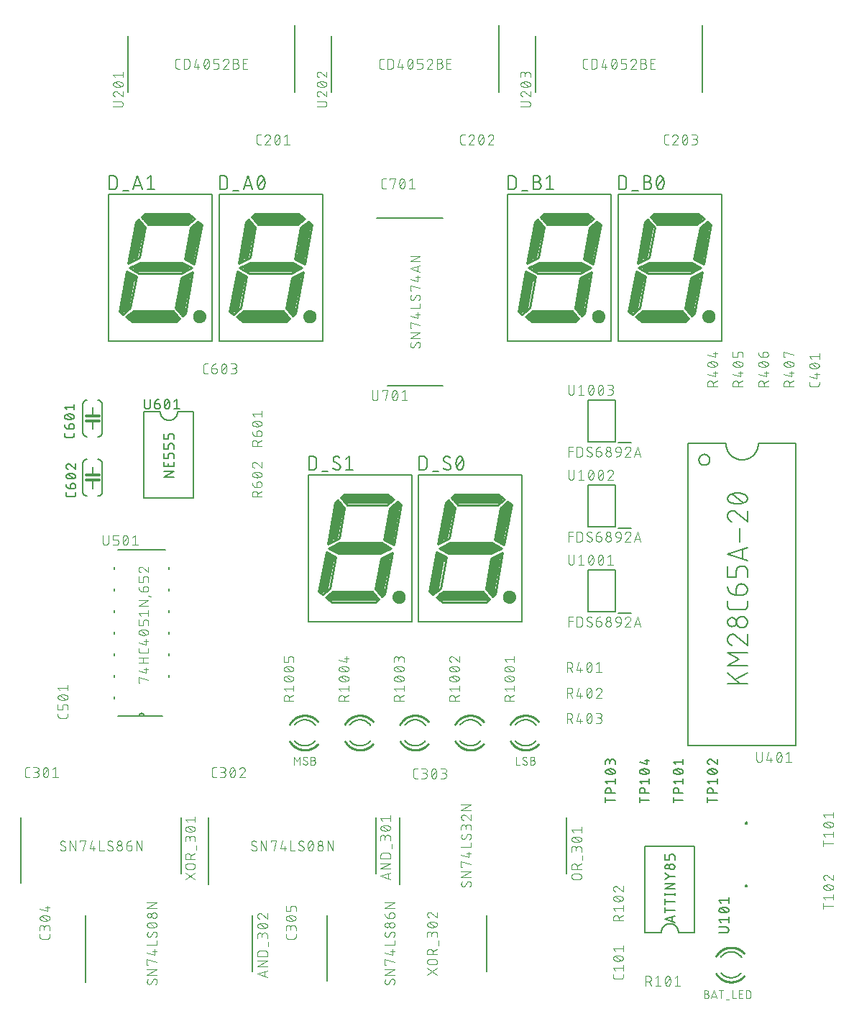
<source format=gbr>
G04 EAGLE Gerber RS-274X export*
G75*
%MOMM*%
%FSLAX34Y34*%
%LPD*%
%INSilkscreen Top*%
%IPPOS*%
%AMOC8*
5,1,8,0,0,1.08239X$1,22.5*%
G01*
%ADD10C,0.076200*%
%ADD11C,0.200000*%
%ADD12C,0.101600*%
%ADD13C,0.152400*%
%ADD14C,0.304800*%
%ADD15C,0.127000*%
%ADD16C,0.254000*%
%ADD17C,1.016000*%
%ADD18C,0.762000*%
%ADD19C,0.508000*%
%ADD20C,0.660400*%
%ADD21C,0.406400*%
%ADD22R,0.635000X0.508000*%
%ADD23R,0.508000X0.508000*%
%ADD24R,0.381000X0.508000*%
%ADD25R,0.381000X0.254000*%
%ADD26R,0.508000X0.254000*%
%ADD27C,0.177800*%
%ADD28C,0.203200*%


D10*
X619103Y304699D02*
X619103Y295301D01*
X623280Y295301D01*
X629533Y295301D02*
X629622Y295303D01*
X629710Y295309D01*
X629798Y295318D01*
X629886Y295331D01*
X629973Y295348D01*
X630059Y295368D01*
X630144Y295393D01*
X630229Y295420D01*
X630312Y295452D01*
X630393Y295486D01*
X630473Y295525D01*
X630551Y295566D01*
X630628Y295611D01*
X630702Y295659D01*
X630775Y295710D01*
X630845Y295764D01*
X630912Y295822D01*
X630978Y295882D01*
X631040Y295944D01*
X631100Y296010D01*
X631158Y296077D01*
X631212Y296147D01*
X631263Y296220D01*
X631311Y296294D01*
X631356Y296371D01*
X631397Y296449D01*
X631436Y296529D01*
X631470Y296610D01*
X631502Y296693D01*
X631529Y296778D01*
X631554Y296863D01*
X631574Y296949D01*
X631591Y297036D01*
X631604Y297124D01*
X631613Y297212D01*
X631619Y297300D01*
X631621Y297389D01*
X629533Y295301D02*
X629404Y295303D01*
X629275Y295309D01*
X629146Y295318D01*
X629018Y295331D01*
X628890Y295348D01*
X628763Y295369D01*
X628636Y295393D01*
X628510Y295421D01*
X628385Y295453D01*
X628261Y295488D01*
X628138Y295527D01*
X628016Y295570D01*
X627896Y295616D01*
X627777Y295666D01*
X627659Y295719D01*
X627543Y295775D01*
X627429Y295835D01*
X627316Y295898D01*
X627206Y295965D01*
X627097Y296034D01*
X626991Y296107D01*
X626886Y296183D01*
X626784Y296262D01*
X626685Y296344D01*
X626587Y296428D01*
X626492Y296516D01*
X626400Y296606D01*
X626662Y302611D02*
X626664Y302700D01*
X626670Y302788D01*
X626679Y302876D01*
X626692Y302964D01*
X626709Y303051D01*
X626729Y303137D01*
X626754Y303222D01*
X626781Y303307D01*
X626813Y303390D01*
X626847Y303471D01*
X626886Y303551D01*
X626927Y303629D01*
X626972Y303706D01*
X627020Y303780D01*
X627071Y303853D01*
X627125Y303923D01*
X627183Y303990D01*
X627243Y304056D01*
X627305Y304118D01*
X627371Y304178D01*
X627438Y304236D01*
X627508Y304290D01*
X627581Y304341D01*
X627655Y304389D01*
X627732Y304434D01*
X627810Y304475D01*
X627890Y304514D01*
X627971Y304548D01*
X628054Y304580D01*
X628139Y304607D01*
X628224Y304632D01*
X628310Y304652D01*
X628397Y304669D01*
X628485Y304682D01*
X628573Y304691D01*
X628661Y304697D01*
X628750Y304699D01*
X628870Y304697D01*
X628990Y304692D01*
X629110Y304682D01*
X629229Y304670D01*
X629348Y304653D01*
X629466Y304633D01*
X629584Y304609D01*
X629700Y304582D01*
X629816Y304551D01*
X629931Y304517D01*
X630045Y304479D01*
X630158Y304437D01*
X630269Y304392D01*
X630379Y304344D01*
X630487Y304293D01*
X630594Y304238D01*
X630699Y304180D01*
X630802Y304118D01*
X630903Y304054D01*
X631003Y303986D01*
X631100Y303916D01*
X627706Y300784D02*
X627628Y300832D01*
X627552Y300884D01*
X627479Y300938D01*
X627408Y300996D01*
X627339Y301057D01*
X627273Y301121D01*
X627210Y301188D01*
X627150Y301257D01*
X627093Y301329D01*
X627039Y301403D01*
X626989Y301480D01*
X626941Y301559D01*
X626898Y301639D01*
X626857Y301722D01*
X626821Y301806D01*
X626788Y301891D01*
X626759Y301978D01*
X626733Y302067D01*
X626711Y302156D01*
X626694Y302246D01*
X626680Y302336D01*
X626670Y302428D01*
X626664Y302519D01*
X626662Y302611D01*
X630578Y299216D02*
X630656Y299168D01*
X630732Y299116D01*
X630805Y299062D01*
X630876Y299004D01*
X630945Y298943D01*
X631011Y298879D01*
X631074Y298812D01*
X631134Y298743D01*
X631191Y298671D01*
X631245Y298597D01*
X631295Y298520D01*
X631343Y298441D01*
X631386Y298361D01*
X631427Y298278D01*
X631463Y298194D01*
X631496Y298109D01*
X631525Y298022D01*
X631551Y297933D01*
X631573Y297844D01*
X631590Y297754D01*
X631604Y297664D01*
X631614Y297572D01*
X631620Y297481D01*
X631622Y297389D01*
X630578Y299217D02*
X627706Y300783D01*
X635676Y300522D02*
X638286Y300522D01*
X638286Y300523D02*
X638387Y300521D01*
X638488Y300515D01*
X638589Y300505D01*
X638689Y300492D01*
X638789Y300474D01*
X638888Y300453D01*
X638986Y300427D01*
X639083Y300398D01*
X639179Y300366D01*
X639273Y300329D01*
X639366Y300289D01*
X639458Y300245D01*
X639547Y300198D01*
X639635Y300147D01*
X639721Y300093D01*
X639804Y300036D01*
X639886Y299976D01*
X639964Y299912D01*
X640041Y299846D01*
X640114Y299776D01*
X640185Y299704D01*
X640253Y299629D01*
X640318Y299551D01*
X640380Y299471D01*
X640439Y299389D01*
X640495Y299304D01*
X640547Y299217D01*
X640596Y299129D01*
X640642Y299038D01*
X640683Y298946D01*
X640722Y298852D01*
X640756Y298757D01*
X640787Y298661D01*
X640814Y298563D01*
X640838Y298465D01*
X640857Y298365D01*
X640873Y298265D01*
X640885Y298165D01*
X640893Y298064D01*
X640897Y297963D01*
X640897Y297861D01*
X640893Y297760D01*
X640885Y297659D01*
X640873Y297559D01*
X640857Y297459D01*
X640838Y297359D01*
X640814Y297261D01*
X640787Y297163D01*
X640756Y297067D01*
X640722Y296972D01*
X640683Y296878D01*
X640642Y296786D01*
X640596Y296695D01*
X640547Y296607D01*
X640495Y296520D01*
X640439Y296435D01*
X640380Y296353D01*
X640318Y296273D01*
X640253Y296195D01*
X640185Y296120D01*
X640114Y296048D01*
X640041Y295978D01*
X639964Y295912D01*
X639886Y295848D01*
X639804Y295788D01*
X639721Y295731D01*
X639635Y295677D01*
X639547Y295626D01*
X639458Y295579D01*
X639366Y295535D01*
X639273Y295495D01*
X639179Y295458D01*
X639083Y295426D01*
X638986Y295397D01*
X638888Y295371D01*
X638789Y295350D01*
X638689Y295332D01*
X638589Y295319D01*
X638488Y295309D01*
X638387Y295303D01*
X638286Y295301D01*
X635676Y295301D01*
X635676Y304699D01*
X638286Y304699D01*
X638376Y304697D01*
X638465Y304691D01*
X638555Y304682D01*
X638644Y304668D01*
X638732Y304651D01*
X638819Y304630D01*
X638906Y304605D01*
X638991Y304576D01*
X639075Y304544D01*
X639157Y304509D01*
X639238Y304469D01*
X639317Y304427D01*
X639394Y304381D01*
X639469Y304331D01*
X639542Y304279D01*
X639613Y304223D01*
X639681Y304165D01*
X639746Y304103D01*
X639809Y304039D01*
X639869Y303972D01*
X639926Y303903D01*
X639980Y303831D01*
X640031Y303757D01*
X640079Y303681D01*
X640123Y303603D01*
X640164Y303523D01*
X640202Y303441D01*
X640236Y303358D01*
X640266Y303273D01*
X640293Y303187D01*
X640316Y303101D01*
X640335Y303013D01*
X640350Y302924D01*
X640362Y302835D01*
X640370Y302746D01*
X640374Y302656D01*
X640374Y302566D01*
X640370Y302476D01*
X640362Y302387D01*
X640350Y302298D01*
X640335Y302209D01*
X640316Y302121D01*
X640293Y302035D01*
X640266Y301949D01*
X640236Y301864D01*
X640202Y301781D01*
X640164Y301699D01*
X640123Y301619D01*
X640079Y301541D01*
X640031Y301465D01*
X639980Y301391D01*
X639926Y301319D01*
X639869Y301250D01*
X639809Y301183D01*
X639746Y301119D01*
X639681Y301057D01*
X639613Y300999D01*
X639542Y300943D01*
X639469Y300891D01*
X639394Y300841D01*
X639317Y300795D01*
X639238Y300753D01*
X639157Y300713D01*
X639075Y300678D01*
X638991Y300646D01*
X638906Y300617D01*
X638819Y300592D01*
X638732Y300571D01*
X638644Y300554D01*
X638555Y300540D01*
X638465Y300531D01*
X638376Y300525D01*
X638286Y300523D01*
X357614Y304699D02*
X357614Y295301D01*
X360747Y299478D02*
X357614Y304699D01*
X360747Y299478D02*
X363879Y304699D01*
X363879Y295301D01*
X371022Y295301D02*
X371111Y295303D01*
X371199Y295309D01*
X371287Y295318D01*
X371375Y295331D01*
X371462Y295348D01*
X371548Y295368D01*
X371633Y295393D01*
X371718Y295420D01*
X371801Y295452D01*
X371882Y295486D01*
X371962Y295525D01*
X372040Y295566D01*
X372117Y295611D01*
X372191Y295659D01*
X372264Y295710D01*
X372334Y295764D01*
X372401Y295822D01*
X372467Y295882D01*
X372529Y295944D01*
X372589Y296010D01*
X372647Y296077D01*
X372701Y296147D01*
X372752Y296220D01*
X372800Y296294D01*
X372845Y296371D01*
X372886Y296449D01*
X372925Y296529D01*
X372959Y296610D01*
X372991Y296693D01*
X373018Y296778D01*
X373043Y296863D01*
X373063Y296949D01*
X373080Y297036D01*
X373093Y297124D01*
X373102Y297212D01*
X373108Y297300D01*
X373110Y297389D01*
X371022Y295301D02*
X370893Y295303D01*
X370764Y295309D01*
X370635Y295318D01*
X370507Y295331D01*
X370379Y295348D01*
X370252Y295369D01*
X370125Y295393D01*
X369999Y295421D01*
X369874Y295453D01*
X369750Y295488D01*
X369627Y295527D01*
X369505Y295570D01*
X369385Y295616D01*
X369266Y295666D01*
X369148Y295719D01*
X369032Y295775D01*
X368918Y295835D01*
X368805Y295898D01*
X368695Y295965D01*
X368586Y296034D01*
X368480Y296107D01*
X368375Y296183D01*
X368273Y296262D01*
X368174Y296344D01*
X368076Y296428D01*
X367981Y296516D01*
X367889Y296606D01*
X368151Y302611D02*
X368153Y302700D01*
X368159Y302788D01*
X368168Y302876D01*
X368181Y302964D01*
X368198Y303051D01*
X368218Y303137D01*
X368243Y303222D01*
X368270Y303307D01*
X368302Y303390D01*
X368336Y303471D01*
X368375Y303551D01*
X368416Y303629D01*
X368461Y303706D01*
X368509Y303780D01*
X368560Y303853D01*
X368614Y303923D01*
X368672Y303990D01*
X368732Y304056D01*
X368794Y304118D01*
X368860Y304178D01*
X368927Y304236D01*
X368997Y304290D01*
X369070Y304341D01*
X369144Y304389D01*
X369221Y304434D01*
X369299Y304475D01*
X369379Y304514D01*
X369460Y304548D01*
X369543Y304580D01*
X369628Y304607D01*
X369713Y304632D01*
X369799Y304652D01*
X369886Y304669D01*
X369974Y304682D01*
X370062Y304691D01*
X370150Y304697D01*
X370239Y304699D01*
X370359Y304697D01*
X370479Y304692D01*
X370599Y304682D01*
X370718Y304670D01*
X370837Y304653D01*
X370955Y304633D01*
X371073Y304609D01*
X371189Y304582D01*
X371305Y304551D01*
X371420Y304517D01*
X371534Y304479D01*
X371647Y304437D01*
X371758Y304392D01*
X371868Y304344D01*
X371976Y304293D01*
X372083Y304238D01*
X372188Y304180D01*
X372291Y304118D01*
X372392Y304054D01*
X372492Y303986D01*
X372589Y303916D01*
X369195Y300784D02*
X369117Y300832D01*
X369041Y300884D01*
X368968Y300938D01*
X368897Y300996D01*
X368828Y301057D01*
X368762Y301121D01*
X368699Y301188D01*
X368639Y301257D01*
X368582Y301329D01*
X368528Y301403D01*
X368478Y301480D01*
X368430Y301559D01*
X368387Y301639D01*
X368346Y301722D01*
X368310Y301806D01*
X368277Y301891D01*
X368248Y301978D01*
X368222Y302067D01*
X368200Y302156D01*
X368183Y302246D01*
X368169Y302336D01*
X368159Y302428D01*
X368153Y302519D01*
X368151Y302611D01*
X372067Y299216D02*
X372145Y299168D01*
X372221Y299116D01*
X372294Y299062D01*
X372365Y299004D01*
X372434Y298943D01*
X372500Y298879D01*
X372563Y298812D01*
X372623Y298743D01*
X372680Y298671D01*
X372734Y298597D01*
X372784Y298520D01*
X372832Y298441D01*
X372875Y298361D01*
X372916Y298278D01*
X372952Y298194D01*
X372985Y298109D01*
X373014Y298022D01*
X373040Y297933D01*
X373062Y297844D01*
X373079Y297754D01*
X373093Y297664D01*
X373103Y297572D01*
X373109Y297481D01*
X373111Y297389D01*
X372067Y299217D02*
X369195Y300783D01*
X377165Y300522D02*
X379775Y300522D01*
X379775Y300523D02*
X379876Y300521D01*
X379977Y300515D01*
X380078Y300505D01*
X380178Y300492D01*
X380278Y300474D01*
X380377Y300453D01*
X380475Y300427D01*
X380572Y300398D01*
X380668Y300366D01*
X380762Y300329D01*
X380855Y300289D01*
X380947Y300245D01*
X381036Y300198D01*
X381124Y300147D01*
X381210Y300093D01*
X381293Y300036D01*
X381375Y299976D01*
X381453Y299912D01*
X381530Y299846D01*
X381603Y299776D01*
X381674Y299704D01*
X381742Y299629D01*
X381807Y299551D01*
X381869Y299471D01*
X381928Y299389D01*
X381984Y299304D01*
X382036Y299217D01*
X382085Y299129D01*
X382131Y299038D01*
X382172Y298946D01*
X382211Y298852D01*
X382245Y298757D01*
X382276Y298661D01*
X382303Y298563D01*
X382327Y298465D01*
X382346Y298365D01*
X382362Y298265D01*
X382374Y298165D01*
X382382Y298064D01*
X382386Y297963D01*
X382386Y297861D01*
X382382Y297760D01*
X382374Y297659D01*
X382362Y297559D01*
X382346Y297459D01*
X382327Y297359D01*
X382303Y297261D01*
X382276Y297163D01*
X382245Y297067D01*
X382211Y296972D01*
X382172Y296878D01*
X382131Y296786D01*
X382085Y296695D01*
X382036Y296607D01*
X381984Y296520D01*
X381928Y296435D01*
X381869Y296353D01*
X381807Y296273D01*
X381742Y296195D01*
X381674Y296120D01*
X381603Y296048D01*
X381530Y295978D01*
X381453Y295912D01*
X381375Y295848D01*
X381293Y295788D01*
X381210Y295731D01*
X381124Y295677D01*
X381036Y295626D01*
X380947Y295579D01*
X380855Y295535D01*
X380762Y295495D01*
X380668Y295458D01*
X380572Y295426D01*
X380475Y295397D01*
X380377Y295371D01*
X380278Y295350D01*
X380178Y295332D01*
X380078Y295319D01*
X379977Y295309D01*
X379876Y295303D01*
X379775Y295301D01*
X377165Y295301D01*
X377165Y304699D01*
X379775Y304699D01*
X379865Y304697D01*
X379954Y304691D01*
X380044Y304682D01*
X380133Y304668D01*
X380221Y304651D01*
X380308Y304630D01*
X380395Y304605D01*
X380480Y304576D01*
X380564Y304544D01*
X380646Y304509D01*
X380727Y304469D01*
X380806Y304427D01*
X380883Y304381D01*
X380958Y304331D01*
X381031Y304279D01*
X381102Y304223D01*
X381170Y304165D01*
X381235Y304103D01*
X381298Y304039D01*
X381358Y303972D01*
X381415Y303903D01*
X381469Y303831D01*
X381520Y303757D01*
X381568Y303681D01*
X381612Y303603D01*
X381653Y303523D01*
X381691Y303441D01*
X381725Y303358D01*
X381755Y303273D01*
X381782Y303187D01*
X381805Y303101D01*
X381824Y303013D01*
X381839Y302924D01*
X381851Y302835D01*
X381859Y302746D01*
X381863Y302656D01*
X381863Y302566D01*
X381859Y302476D01*
X381851Y302387D01*
X381839Y302298D01*
X381824Y302209D01*
X381805Y302121D01*
X381782Y302035D01*
X381755Y301949D01*
X381725Y301864D01*
X381691Y301781D01*
X381653Y301699D01*
X381612Y301619D01*
X381568Y301541D01*
X381520Y301465D01*
X381469Y301391D01*
X381415Y301319D01*
X381358Y301250D01*
X381298Y301183D01*
X381235Y301119D01*
X381170Y301057D01*
X381102Y300999D01*
X381031Y300943D01*
X380958Y300891D01*
X380883Y300841D01*
X380806Y300795D01*
X380727Y300753D01*
X380646Y300713D01*
X380564Y300678D01*
X380480Y300646D01*
X380395Y300617D01*
X380308Y300592D01*
X380221Y300571D01*
X380133Y300554D01*
X380044Y300540D01*
X379954Y300531D01*
X379865Y300525D01*
X379775Y300523D01*
X840381Y25602D02*
X842992Y25602D01*
X842992Y25603D02*
X843093Y25601D01*
X843194Y25595D01*
X843295Y25585D01*
X843395Y25572D01*
X843495Y25554D01*
X843594Y25533D01*
X843692Y25507D01*
X843789Y25478D01*
X843885Y25446D01*
X843979Y25409D01*
X844072Y25369D01*
X844164Y25325D01*
X844253Y25278D01*
X844341Y25227D01*
X844427Y25173D01*
X844510Y25116D01*
X844592Y25056D01*
X844670Y24992D01*
X844747Y24926D01*
X844820Y24856D01*
X844891Y24784D01*
X844959Y24709D01*
X845024Y24631D01*
X845086Y24551D01*
X845145Y24469D01*
X845201Y24384D01*
X845253Y24297D01*
X845302Y24209D01*
X845348Y24118D01*
X845389Y24026D01*
X845428Y23932D01*
X845462Y23837D01*
X845493Y23741D01*
X845520Y23643D01*
X845544Y23545D01*
X845563Y23445D01*
X845579Y23345D01*
X845591Y23245D01*
X845599Y23144D01*
X845603Y23043D01*
X845603Y22941D01*
X845599Y22840D01*
X845591Y22739D01*
X845579Y22639D01*
X845563Y22539D01*
X845544Y22439D01*
X845520Y22341D01*
X845493Y22243D01*
X845462Y22147D01*
X845428Y22052D01*
X845389Y21958D01*
X845348Y21866D01*
X845302Y21775D01*
X845253Y21686D01*
X845201Y21600D01*
X845145Y21515D01*
X845086Y21433D01*
X845024Y21353D01*
X844959Y21275D01*
X844891Y21200D01*
X844820Y21128D01*
X844747Y21058D01*
X844670Y20992D01*
X844592Y20928D01*
X844510Y20868D01*
X844427Y20811D01*
X844341Y20757D01*
X844253Y20706D01*
X844164Y20659D01*
X844072Y20615D01*
X843979Y20575D01*
X843885Y20538D01*
X843789Y20506D01*
X843692Y20477D01*
X843594Y20451D01*
X843495Y20430D01*
X843395Y20412D01*
X843295Y20399D01*
X843194Y20389D01*
X843093Y20383D01*
X842992Y20381D01*
X840381Y20381D01*
X840381Y29779D01*
X842992Y29779D01*
X843082Y29777D01*
X843171Y29771D01*
X843261Y29762D01*
X843350Y29748D01*
X843438Y29731D01*
X843525Y29710D01*
X843612Y29685D01*
X843697Y29656D01*
X843781Y29624D01*
X843863Y29589D01*
X843944Y29549D01*
X844023Y29507D01*
X844100Y29461D01*
X844175Y29411D01*
X844248Y29359D01*
X844319Y29303D01*
X844387Y29245D01*
X844452Y29183D01*
X844515Y29119D01*
X844575Y29052D01*
X844632Y28983D01*
X844686Y28911D01*
X844737Y28837D01*
X844785Y28761D01*
X844829Y28683D01*
X844870Y28603D01*
X844908Y28521D01*
X844942Y28438D01*
X844972Y28353D01*
X844999Y28267D01*
X845022Y28181D01*
X845041Y28093D01*
X845056Y28004D01*
X845068Y27915D01*
X845076Y27826D01*
X845080Y27736D01*
X845080Y27646D01*
X845076Y27556D01*
X845068Y27467D01*
X845056Y27378D01*
X845041Y27289D01*
X845022Y27201D01*
X844999Y27115D01*
X844972Y27029D01*
X844942Y26944D01*
X844908Y26861D01*
X844870Y26779D01*
X844829Y26699D01*
X844785Y26621D01*
X844737Y26545D01*
X844686Y26471D01*
X844632Y26399D01*
X844575Y26330D01*
X844515Y26263D01*
X844452Y26199D01*
X844387Y26137D01*
X844319Y26079D01*
X844248Y26023D01*
X844175Y25971D01*
X844100Y25921D01*
X844023Y25875D01*
X843944Y25833D01*
X843863Y25793D01*
X843781Y25758D01*
X843697Y25726D01*
X843612Y25697D01*
X843525Y25672D01*
X843438Y25651D01*
X843350Y25634D01*
X843261Y25620D01*
X843171Y25611D01*
X843082Y25605D01*
X842992Y25603D01*
X848567Y20381D02*
X851699Y29779D01*
X854832Y20381D01*
X854049Y22731D02*
X849350Y22731D01*
X860234Y20381D02*
X860234Y29779D01*
X862844Y29779D02*
X857623Y29779D01*
X865765Y19337D02*
X869942Y19337D01*
X873795Y20381D02*
X873795Y29779D01*
X873795Y20381D02*
X877972Y20381D01*
X881720Y20381D02*
X885897Y20381D01*
X881720Y20381D02*
X881720Y29779D01*
X885897Y29779D01*
X884852Y25602D02*
X881720Y25602D01*
X889627Y29779D02*
X889627Y20381D01*
X889627Y29779D02*
X892238Y29779D01*
X892338Y29777D01*
X892438Y29771D01*
X892537Y29762D01*
X892637Y29748D01*
X892735Y29731D01*
X892833Y29710D01*
X892930Y29686D01*
X893026Y29657D01*
X893121Y29625D01*
X893214Y29590D01*
X893306Y29551D01*
X893397Y29508D01*
X893485Y29462D01*
X893572Y29412D01*
X893657Y29360D01*
X893740Y29304D01*
X893821Y29245D01*
X893899Y29182D01*
X893975Y29117D01*
X894049Y29049D01*
X894119Y28979D01*
X894187Y28905D01*
X894252Y28829D01*
X894315Y28751D01*
X894374Y28670D01*
X894430Y28587D01*
X894482Y28502D01*
X894532Y28415D01*
X894578Y28327D01*
X894621Y28236D01*
X894660Y28144D01*
X894695Y28051D01*
X894727Y27956D01*
X894756Y27860D01*
X894780Y27763D01*
X894801Y27665D01*
X894818Y27567D01*
X894832Y27467D01*
X894841Y27368D01*
X894847Y27268D01*
X894849Y27168D01*
X894848Y27168D02*
X894848Y22992D01*
X894849Y22992D02*
X894847Y22892D01*
X894841Y22792D01*
X894832Y22693D01*
X894818Y22593D01*
X894801Y22495D01*
X894780Y22397D01*
X894756Y22300D01*
X894727Y22204D01*
X894695Y22109D01*
X894660Y22016D01*
X894621Y21924D01*
X894578Y21833D01*
X894532Y21745D01*
X894482Y21658D01*
X894430Y21573D01*
X894374Y21490D01*
X894315Y21409D01*
X894252Y21331D01*
X894187Y21255D01*
X894119Y21181D01*
X894049Y21111D01*
X893975Y21043D01*
X893899Y20978D01*
X893821Y20915D01*
X893740Y20856D01*
X893657Y20800D01*
X893572Y20748D01*
X893485Y20698D01*
X893397Y20652D01*
X893306Y20609D01*
X893214Y20570D01*
X893121Y20535D01*
X893026Y20503D01*
X892930Y20474D01*
X892833Y20450D01*
X892735Y20429D01*
X892637Y20412D01*
X892537Y20398D01*
X892438Y20389D01*
X892338Y20383D01*
X892238Y20381D01*
X889627Y20381D01*
D11*
X256550Y154650D02*
X256550Y233000D01*
X453450Y233000D02*
X453450Y167000D01*
D12*
X459158Y164403D02*
X470842Y160508D01*
X470842Y168297D02*
X459158Y164403D01*
X467921Y167324D02*
X467921Y161482D01*
X470842Y172968D02*
X459158Y172968D01*
X470842Y179459D01*
X459158Y179459D01*
X459158Y185160D02*
X470842Y185160D01*
X459158Y185160D02*
X459158Y188406D01*
X459160Y188519D01*
X459166Y188632D01*
X459176Y188745D01*
X459190Y188858D01*
X459207Y188970D01*
X459229Y189081D01*
X459254Y189191D01*
X459284Y189301D01*
X459317Y189409D01*
X459354Y189516D01*
X459394Y189622D01*
X459439Y189726D01*
X459487Y189829D01*
X459538Y189930D01*
X459593Y190029D01*
X459651Y190126D01*
X459713Y190221D01*
X459778Y190314D01*
X459846Y190404D01*
X459917Y190492D01*
X459992Y190578D01*
X460069Y190661D01*
X460149Y190741D01*
X460232Y190818D01*
X460318Y190893D01*
X460406Y190964D01*
X460496Y191032D01*
X460589Y191097D01*
X460684Y191159D01*
X460781Y191217D01*
X460880Y191272D01*
X460981Y191323D01*
X461084Y191371D01*
X461188Y191416D01*
X461294Y191456D01*
X461401Y191493D01*
X461509Y191526D01*
X461619Y191556D01*
X461729Y191581D01*
X461840Y191603D01*
X461952Y191620D01*
X462065Y191634D01*
X462178Y191644D01*
X462291Y191650D01*
X462404Y191652D01*
X462404Y191651D02*
X467596Y191651D01*
X467596Y191652D02*
X467709Y191650D01*
X467822Y191644D01*
X467935Y191634D01*
X468048Y191620D01*
X468160Y191603D01*
X468271Y191581D01*
X468381Y191556D01*
X468491Y191526D01*
X468599Y191493D01*
X468706Y191456D01*
X468812Y191416D01*
X468916Y191371D01*
X469019Y191323D01*
X469120Y191272D01*
X469219Y191217D01*
X469316Y191159D01*
X469411Y191097D01*
X469504Y191032D01*
X469594Y190964D01*
X469682Y190893D01*
X469768Y190818D01*
X469851Y190741D01*
X469931Y190661D01*
X470008Y190578D01*
X470083Y190492D01*
X470154Y190404D01*
X470222Y190314D01*
X470287Y190221D01*
X470349Y190126D01*
X470407Y190029D01*
X470462Y189930D01*
X470513Y189829D01*
X470561Y189726D01*
X470606Y189622D01*
X470646Y189516D01*
X470683Y189409D01*
X470716Y189301D01*
X470746Y189191D01*
X470771Y189081D01*
X470793Y188970D01*
X470810Y188858D01*
X470824Y188745D01*
X470834Y188632D01*
X470840Y188519D01*
X470842Y188406D01*
X470842Y185160D01*
X472140Y196477D02*
X472140Y201670D01*
X470842Y206115D02*
X470842Y209361D01*
X470840Y209474D01*
X470834Y209587D01*
X470824Y209700D01*
X470810Y209813D01*
X470793Y209925D01*
X470771Y210036D01*
X470746Y210146D01*
X470716Y210256D01*
X470683Y210364D01*
X470646Y210471D01*
X470606Y210577D01*
X470561Y210681D01*
X470513Y210784D01*
X470462Y210885D01*
X470407Y210984D01*
X470349Y211081D01*
X470287Y211176D01*
X470222Y211269D01*
X470154Y211359D01*
X470083Y211447D01*
X470008Y211533D01*
X469931Y211616D01*
X469851Y211696D01*
X469768Y211773D01*
X469682Y211848D01*
X469594Y211919D01*
X469504Y211987D01*
X469411Y212052D01*
X469316Y212114D01*
X469219Y212172D01*
X469120Y212227D01*
X469019Y212278D01*
X468916Y212326D01*
X468812Y212371D01*
X468706Y212411D01*
X468599Y212448D01*
X468491Y212481D01*
X468381Y212511D01*
X468271Y212536D01*
X468160Y212558D01*
X468048Y212575D01*
X467935Y212589D01*
X467822Y212599D01*
X467709Y212605D01*
X467596Y212607D01*
X467483Y212605D01*
X467370Y212599D01*
X467257Y212589D01*
X467144Y212575D01*
X467032Y212558D01*
X466921Y212536D01*
X466811Y212511D01*
X466701Y212481D01*
X466593Y212448D01*
X466486Y212411D01*
X466380Y212371D01*
X466276Y212326D01*
X466173Y212278D01*
X466072Y212227D01*
X465973Y212172D01*
X465876Y212114D01*
X465781Y212052D01*
X465688Y211987D01*
X465598Y211919D01*
X465510Y211848D01*
X465424Y211773D01*
X465341Y211696D01*
X465261Y211616D01*
X465184Y211533D01*
X465109Y211447D01*
X465038Y211359D01*
X464970Y211269D01*
X464905Y211176D01*
X464843Y211081D01*
X464785Y210984D01*
X464730Y210885D01*
X464679Y210784D01*
X464631Y210681D01*
X464586Y210577D01*
X464546Y210471D01*
X464509Y210364D01*
X464476Y210256D01*
X464446Y210146D01*
X464421Y210036D01*
X464399Y209925D01*
X464382Y209813D01*
X464368Y209700D01*
X464358Y209587D01*
X464352Y209474D01*
X464350Y209361D01*
X459158Y210010D02*
X459158Y206115D01*
X459158Y210010D02*
X459160Y210111D01*
X459166Y210211D01*
X459176Y210311D01*
X459189Y210411D01*
X459207Y210510D01*
X459228Y210609D01*
X459253Y210706D01*
X459282Y210803D01*
X459315Y210898D01*
X459351Y210992D01*
X459391Y211084D01*
X459434Y211175D01*
X459481Y211264D01*
X459531Y211351D01*
X459585Y211437D01*
X459642Y211520D01*
X459702Y211600D01*
X459765Y211679D01*
X459832Y211755D01*
X459901Y211828D01*
X459973Y211898D01*
X460047Y211966D01*
X460124Y212031D01*
X460204Y212092D01*
X460286Y212151D01*
X460370Y212206D01*
X460456Y212258D01*
X460544Y212307D01*
X460634Y212352D01*
X460726Y212394D01*
X460819Y212432D01*
X460914Y212466D01*
X461009Y212497D01*
X461106Y212524D01*
X461204Y212547D01*
X461303Y212567D01*
X461403Y212582D01*
X461503Y212594D01*
X461603Y212602D01*
X461704Y212606D01*
X461804Y212606D01*
X461905Y212602D01*
X462005Y212594D01*
X462105Y212582D01*
X462205Y212567D01*
X462304Y212547D01*
X462402Y212524D01*
X462499Y212497D01*
X462594Y212466D01*
X462689Y212432D01*
X462782Y212394D01*
X462874Y212352D01*
X462964Y212307D01*
X463052Y212258D01*
X463138Y212206D01*
X463222Y212151D01*
X463304Y212092D01*
X463384Y212031D01*
X463461Y211966D01*
X463535Y211898D01*
X463607Y211828D01*
X463676Y211755D01*
X463743Y211679D01*
X463806Y211600D01*
X463866Y211520D01*
X463923Y211437D01*
X463977Y211351D01*
X464027Y211264D01*
X464074Y211175D01*
X464117Y211084D01*
X464157Y210992D01*
X464193Y210898D01*
X464226Y210803D01*
X464255Y210706D01*
X464280Y210609D01*
X464301Y210510D01*
X464319Y210411D01*
X464332Y210311D01*
X464342Y210211D01*
X464348Y210111D01*
X464350Y210010D01*
X464351Y210010D02*
X464351Y207413D01*
X465000Y217545D02*
X464770Y217548D01*
X464540Y217556D01*
X464311Y217570D01*
X464082Y217589D01*
X463853Y217614D01*
X463625Y217644D01*
X463398Y217679D01*
X463172Y217720D01*
X462947Y217766D01*
X462723Y217818D01*
X462500Y217875D01*
X462279Y217937D01*
X462059Y218005D01*
X461841Y218078D01*
X461625Y218156D01*
X461411Y218239D01*
X461199Y218327D01*
X460988Y218420D01*
X460781Y218519D01*
X460691Y218552D01*
X460602Y218588D01*
X460514Y218628D01*
X460429Y218672D01*
X460345Y218719D01*
X460263Y218769D01*
X460183Y218823D01*
X460106Y218879D01*
X460030Y218939D01*
X459957Y219002D01*
X459887Y219067D01*
X459819Y219136D01*
X459755Y219207D01*
X459693Y219280D01*
X459634Y219356D01*
X459578Y219434D01*
X459525Y219515D01*
X459476Y219597D01*
X459430Y219681D01*
X459387Y219768D01*
X459348Y219855D01*
X459312Y219945D01*
X459280Y220035D01*
X459252Y220127D01*
X459227Y220220D01*
X459206Y220314D01*
X459189Y220408D01*
X459175Y220503D01*
X459166Y220599D01*
X459160Y220695D01*
X459158Y220791D01*
X459160Y220887D01*
X459166Y220983D01*
X459175Y221079D01*
X459189Y221174D01*
X459206Y221268D01*
X459227Y221362D01*
X459252Y221455D01*
X459280Y221547D01*
X459312Y221637D01*
X459348Y221727D01*
X459387Y221815D01*
X459430Y221901D01*
X459476Y221985D01*
X459525Y222067D01*
X459578Y222148D01*
X459634Y222226D01*
X459693Y222302D01*
X459755Y222375D01*
X459819Y222446D01*
X459887Y222515D01*
X459957Y222580D01*
X460030Y222643D01*
X460106Y222703D01*
X460183Y222759D01*
X460263Y222813D01*
X460345Y222863D01*
X460429Y222910D01*
X460514Y222954D01*
X460602Y222994D01*
X460691Y223030D01*
X460781Y223063D01*
X460781Y223062D02*
X460988Y223161D01*
X461199Y223254D01*
X461411Y223342D01*
X461625Y223425D01*
X461841Y223503D01*
X462059Y223576D01*
X462279Y223644D01*
X462500Y223706D01*
X462723Y223763D01*
X462947Y223815D01*
X463172Y223861D01*
X463398Y223902D01*
X463625Y223937D01*
X463853Y223967D01*
X464082Y223992D01*
X464311Y224011D01*
X464540Y224025D01*
X464770Y224033D01*
X465000Y224036D01*
X465000Y217545D02*
X465230Y217548D01*
X465460Y217556D01*
X465689Y217570D01*
X465918Y217589D01*
X466147Y217614D01*
X466375Y217644D01*
X466602Y217679D01*
X466828Y217720D01*
X467053Y217766D01*
X467277Y217818D01*
X467500Y217875D01*
X467721Y217937D01*
X467941Y218005D01*
X468159Y218078D01*
X468375Y218156D01*
X468589Y218239D01*
X468801Y218327D01*
X469012Y218420D01*
X469219Y218519D01*
X469309Y218552D01*
X469398Y218588D01*
X469486Y218629D01*
X469571Y218672D01*
X469655Y218719D01*
X469737Y218769D01*
X469817Y218823D01*
X469894Y218879D01*
X469970Y218939D01*
X470043Y219002D01*
X470113Y219067D01*
X470181Y219136D01*
X470245Y219207D01*
X470307Y219280D01*
X470366Y219356D01*
X470422Y219434D01*
X470475Y219515D01*
X470524Y219597D01*
X470570Y219681D01*
X470613Y219768D01*
X470652Y219855D01*
X470688Y219945D01*
X470720Y220035D01*
X470748Y220127D01*
X470773Y220220D01*
X470794Y220314D01*
X470811Y220408D01*
X470825Y220503D01*
X470834Y220599D01*
X470840Y220695D01*
X470842Y220791D01*
X469219Y223062D02*
X469012Y223161D01*
X468801Y223254D01*
X468589Y223342D01*
X468375Y223425D01*
X468159Y223503D01*
X467941Y223576D01*
X467721Y223644D01*
X467500Y223706D01*
X467277Y223763D01*
X467053Y223815D01*
X466828Y223861D01*
X466602Y223902D01*
X466375Y223937D01*
X466147Y223967D01*
X465918Y223992D01*
X465689Y224011D01*
X465460Y224025D01*
X465230Y224033D01*
X465000Y224036D01*
X469219Y223063D02*
X469309Y223030D01*
X469398Y222994D01*
X469486Y222954D01*
X469571Y222910D01*
X469655Y222863D01*
X469737Y222813D01*
X469817Y222759D01*
X469894Y222703D01*
X469970Y222643D01*
X470043Y222580D01*
X470113Y222515D01*
X470181Y222446D01*
X470245Y222375D01*
X470307Y222302D01*
X470366Y222226D01*
X470422Y222148D01*
X470475Y222067D01*
X470524Y221985D01*
X470570Y221901D01*
X470613Y221814D01*
X470652Y221727D01*
X470688Y221637D01*
X470720Y221547D01*
X470748Y221455D01*
X470773Y221362D01*
X470794Y221268D01*
X470811Y221174D01*
X470825Y221079D01*
X470834Y220983D01*
X470840Y220887D01*
X470842Y220791D01*
X468246Y218194D02*
X461754Y223387D01*
X461754Y228975D02*
X459158Y232221D01*
X470842Y232221D01*
X470842Y235466D02*
X470842Y228975D01*
X313287Y196754D02*
X313285Y196655D01*
X313279Y196555D01*
X313270Y196456D01*
X313257Y196358D01*
X313240Y196260D01*
X313219Y196162D01*
X313194Y196066D01*
X313166Y195971D01*
X313134Y195877D01*
X313099Y195784D01*
X313060Y195692D01*
X313017Y195602D01*
X312972Y195514D01*
X312922Y195427D01*
X312870Y195343D01*
X312814Y195260D01*
X312756Y195180D01*
X312694Y195102D01*
X312629Y195027D01*
X312561Y194954D01*
X312491Y194884D01*
X312418Y194816D01*
X312343Y194751D01*
X312265Y194689D01*
X312185Y194631D01*
X312102Y194575D01*
X312018Y194523D01*
X311931Y194473D01*
X311843Y194428D01*
X311753Y194385D01*
X311661Y194346D01*
X311568Y194311D01*
X311474Y194279D01*
X311379Y194251D01*
X311283Y194226D01*
X311185Y194205D01*
X311087Y194188D01*
X310989Y194175D01*
X310890Y194166D01*
X310790Y194160D01*
X310691Y194158D01*
X310547Y194160D01*
X310402Y194166D01*
X310258Y194175D01*
X310115Y194188D01*
X309971Y194205D01*
X309828Y194226D01*
X309686Y194251D01*
X309545Y194279D01*
X309404Y194311D01*
X309264Y194347D01*
X309125Y194386D01*
X308987Y194429D01*
X308851Y194476D01*
X308715Y194526D01*
X308581Y194580D01*
X308449Y194637D01*
X308318Y194698D01*
X308189Y194762D01*
X308061Y194830D01*
X307935Y194900D01*
X307811Y194975D01*
X307690Y195052D01*
X307570Y195133D01*
X307452Y195216D01*
X307337Y195303D01*
X307224Y195393D01*
X307113Y195486D01*
X307005Y195581D01*
X306899Y195680D01*
X306796Y195781D01*
X307122Y203246D02*
X307124Y203345D01*
X307130Y203445D01*
X307139Y203544D01*
X307152Y203642D01*
X307169Y203740D01*
X307190Y203838D01*
X307215Y203934D01*
X307243Y204029D01*
X307275Y204123D01*
X307310Y204216D01*
X307349Y204308D01*
X307392Y204398D01*
X307437Y204486D01*
X307487Y204573D01*
X307539Y204657D01*
X307595Y204740D01*
X307653Y204820D01*
X307715Y204898D01*
X307780Y204973D01*
X307848Y205046D01*
X307918Y205116D01*
X307991Y205184D01*
X308066Y205249D01*
X308144Y205311D01*
X308224Y205369D01*
X308307Y205425D01*
X308391Y205477D01*
X308478Y205527D01*
X308566Y205572D01*
X308656Y205615D01*
X308748Y205654D01*
X308841Y205689D01*
X308935Y205721D01*
X309030Y205749D01*
X309127Y205774D01*
X309224Y205795D01*
X309322Y205812D01*
X309420Y205825D01*
X309519Y205834D01*
X309619Y205840D01*
X309718Y205842D01*
X309854Y205840D01*
X309990Y205834D01*
X310126Y205825D01*
X310262Y205812D01*
X310397Y205794D01*
X310531Y205774D01*
X310665Y205749D01*
X310799Y205721D01*
X310931Y205688D01*
X311062Y205653D01*
X311193Y205613D01*
X311322Y205570D01*
X311450Y205524D01*
X311576Y205473D01*
X311702Y205420D01*
X311825Y205362D01*
X311947Y205302D01*
X312067Y205238D01*
X312186Y205170D01*
X312302Y205100D01*
X312416Y205026D01*
X312529Y204949D01*
X312639Y204868D01*
X308419Y200974D02*
X308333Y201027D01*
X308249Y201084D01*
X308167Y201143D01*
X308087Y201206D01*
X308010Y201272D01*
X307935Y201340D01*
X307863Y201412D01*
X307794Y201486D01*
X307728Y201563D01*
X307665Y201642D01*
X307605Y201724D01*
X307548Y201808D01*
X307494Y201894D01*
X307444Y201982D01*
X307397Y202072D01*
X307353Y202163D01*
X307314Y202257D01*
X307277Y202351D01*
X307245Y202447D01*
X307216Y202545D01*
X307191Y202643D01*
X307170Y202742D01*
X307152Y202842D01*
X307139Y202942D01*
X307129Y203043D01*
X307123Y203145D01*
X307121Y203246D01*
X311990Y199026D02*
X312076Y198973D01*
X312160Y198916D01*
X312242Y198857D01*
X312322Y198794D01*
X312399Y198728D01*
X312474Y198660D01*
X312546Y198588D01*
X312615Y198514D01*
X312681Y198437D01*
X312744Y198358D01*
X312804Y198276D01*
X312861Y198192D01*
X312915Y198106D01*
X312965Y198018D01*
X313012Y197928D01*
X313056Y197837D01*
X313095Y197743D01*
X313132Y197649D01*
X313164Y197553D01*
X313193Y197455D01*
X313218Y197357D01*
X313239Y197258D01*
X313257Y197158D01*
X313270Y197058D01*
X313280Y196957D01*
X313286Y196855D01*
X313288Y196754D01*
X311989Y199026D02*
X308419Y200974D01*
X318227Y205842D02*
X318227Y194158D01*
X324718Y194158D02*
X318227Y205842D01*
X324718Y205842D02*
X324718Y194158D01*
X330038Y204544D02*
X330038Y205842D01*
X336529Y205842D01*
X333283Y194158D01*
X341467Y196754D02*
X344064Y205842D01*
X341467Y196754D02*
X347959Y196754D01*
X346011Y194158D02*
X346011Y199351D01*
X353301Y194158D02*
X353301Y205842D01*
X353301Y194158D02*
X358494Y194158D01*
X366317Y194158D02*
X366416Y194160D01*
X366516Y194166D01*
X366615Y194175D01*
X366713Y194188D01*
X366811Y194205D01*
X366909Y194226D01*
X367005Y194251D01*
X367100Y194279D01*
X367194Y194311D01*
X367287Y194346D01*
X367379Y194385D01*
X367469Y194428D01*
X367557Y194473D01*
X367644Y194523D01*
X367728Y194575D01*
X367811Y194631D01*
X367891Y194689D01*
X367969Y194751D01*
X368044Y194816D01*
X368117Y194884D01*
X368187Y194954D01*
X368255Y195027D01*
X368320Y195102D01*
X368382Y195180D01*
X368440Y195260D01*
X368496Y195343D01*
X368548Y195427D01*
X368598Y195514D01*
X368643Y195602D01*
X368686Y195692D01*
X368725Y195784D01*
X368760Y195877D01*
X368792Y195971D01*
X368820Y196066D01*
X368845Y196162D01*
X368866Y196260D01*
X368883Y196358D01*
X368896Y196456D01*
X368905Y196555D01*
X368911Y196655D01*
X368913Y196754D01*
X366317Y194158D02*
X366173Y194160D01*
X366028Y194166D01*
X365884Y194175D01*
X365741Y194188D01*
X365597Y194205D01*
X365454Y194226D01*
X365312Y194251D01*
X365171Y194279D01*
X365030Y194311D01*
X364890Y194347D01*
X364751Y194386D01*
X364613Y194429D01*
X364477Y194476D01*
X364341Y194526D01*
X364207Y194580D01*
X364075Y194637D01*
X363944Y194698D01*
X363815Y194762D01*
X363687Y194830D01*
X363561Y194900D01*
X363437Y194975D01*
X363316Y195052D01*
X363196Y195133D01*
X363078Y195216D01*
X362963Y195303D01*
X362850Y195393D01*
X362739Y195486D01*
X362631Y195581D01*
X362525Y195680D01*
X362422Y195781D01*
X362747Y203246D02*
X362749Y203345D01*
X362755Y203445D01*
X362764Y203544D01*
X362777Y203642D01*
X362794Y203740D01*
X362815Y203838D01*
X362840Y203934D01*
X362868Y204029D01*
X362900Y204123D01*
X362935Y204216D01*
X362974Y204308D01*
X363017Y204398D01*
X363062Y204486D01*
X363112Y204573D01*
X363164Y204657D01*
X363220Y204740D01*
X363278Y204820D01*
X363340Y204898D01*
X363405Y204973D01*
X363473Y205046D01*
X363543Y205116D01*
X363616Y205184D01*
X363691Y205249D01*
X363769Y205311D01*
X363849Y205369D01*
X363932Y205425D01*
X364016Y205477D01*
X364103Y205527D01*
X364191Y205572D01*
X364281Y205615D01*
X364373Y205654D01*
X364466Y205689D01*
X364560Y205721D01*
X364655Y205749D01*
X364752Y205774D01*
X364849Y205795D01*
X364947Y205812D01*
X365045Y205825D01*
X365144Y205834D01*
X365244Y205840D01*
X365343Y205842D01*
X365479Y205840D01*
X365615Y205834D01*
X365751Y205825D01*
X365887Y205812D01*
X366022Y205794D01*
X366156Y205774D01*
X366290Y205749D01*
X366424Y205721D01*
X366556Y205688D01*
X366687Y205653D01*
X366818Y205613D01*
X366947Y205570D01*
X367075Y205524D01*
X367201Y205473D01*
X367327Y205420D01*
X367450Y205362D01*
X367572Y205302D01*
X367692Y205238D01*
X367811Y205170D01*
X367927Y205100D01*
X368041Y205026D01*
X368154Y204949D01*
X368264Y204868D01*
X364045Y200974D02*
X363959Y201027D01*
X363875Y201084D01*
X363793Y201143D01*
X363713Y201206D01*
X363636Y201272D01*
X363561Y201340D01*
X363489Y201412D01*
X363420Y201486D01*
X363354Y201563D01*
X363291Y201642D01*
X363231Y201724D01*
X363174Y201808D01*
X363120Y201894D01*
X363070Y201982D01*
X363023Y202072D01*
X362979Y202163D01*
X362940Y202257D01*
X362903Y202351D01*
X362871Y202447D01*
X362842Y202545D01*
X362817Y202643D01*
X362796Y202742D01*
X362778Y202842D01*
X362765Y202942D01*
X362755Y203043D01*
X362749Y203145D01*
X362747Y203246D01*
X367616Y199026D02*
X367702Y198973D01*
X367786Y198916D01*
X367868Y198857D01*
X367948Y198794D01*
X368025Y198728D01*
X368100Y198660D01*
X368172Y198588D01*
X368241Y198514D01*
X368307Y198437D01*
X368370Y198358D01*
X368430Y198276D01*
X368487Y198192D01*
X368541Y198106D01*
X368591Y198018D01*
X368638Y197928D01*
X368682Y197837D01*
X368721Y197743D01*
X368758Y197649D01*
X368790Y197553D01*
X368819Y197455D01*
X368844Y197357D01*
X368865Y197258D01*
X368883Y197158D01*
X368896Y197058D01*
X368906Y196957D01*
X368912Y196855D01*
X368914Y196754D01*
X367615Y199026D02*
X364045Y200974D01*
X373472Y200000D02*
X373475Y200230D01*
X373483Y200460D01*
X373497Y200689D01*
X373516Y200918D01*
X373541Y201147D01*
X373571Y201374D01*
X373606Y201602D01*
X373647Y201828D01*
X373693Y202053D01*
X373745Y202277D01*
X373802Y202499D01*
X373864Y202721D01*
X373932Y202940D01*
X374005Y203158D01*
X374083Y203375D01*
X374166Y203589D01*
X374254Y203801D01*
X374347Y204011D01*
X374446Y204219D01*
X374445Y204219D02*
X374478Y204309D01*
X374514Y204398D01*
X374554Y204486D01*
X374598Y204571D01*
X374645Y204655D01*
X374695Y204737D01*
X374749Y204817D01*
X374805Y204894D01*
X374865Y204970D01*
X374928Y205043D01*
X374993Y205113D01*
X375062Y205181D01*
X375133Y205245D01*
X375206Y205307D01*
X375282Y205366D01*
X375360Y205422D01*
X375441Y205475D01*
X375523Y205524D01*
X375607Y205570D01*
X375694Y205613D01*
X375781Y205652D01*
X375871Y205688D01*
X375961Y205720D01*
X376053Y205748D01*
X376146Y205773D01*
X376240Y205794D01*
X376334Y205811D01*
X376429Y205825D01*
X376525Y205834D01*
X376621Y205840D01*
X376717Y205842D01*
X376813Y205840D01*
X376909Y205834D01*
X377005Y205825D01*
X377100Y205811D01*
X377194Y205794D01*
X377288Y205773D01*
X377381Y205748D01*
X377473Y205720D01*
X377563Y205688D01*
X377653Y205652D01*
X377740Y205613D01*
X377827Y205570D01*
X377911Y205524D01*
X377993Y205475D01*
X378074Y205422D01*
X378152Y205366D01*
X378228Y205307D01*
X378301Y205245D01*
X378372Y205181D01*
X378441Y205113D01*
X378506Y205043D01*
X378569Y204970D01*
X378629Y204894D01*
X378685Y204817D01*
X378739Y204737D01*
X378789Y204655D01*
X378836Y204571D01*
X378880Y204486D01*
X378920Y204398D01*
X378956Y204309D01*
X378989Y204219D01*
X379088Y204012D01*
X379181Y203802D01*
X379269Y203589D01*
X379352Y203375D01*
X379430Y203159D01*
X379503Y202941D01*
X379571Y202721D01*
X379633Y202500D01*
X379690Y202277D01*
X379742Y202053D01*
X379788Y201828D01*
X379829Y201602D01*
X379864Y201375D01*
X379894Y201147D01*
X379919Y200918D01*
X379938Y200689D01*
X379952Y200460D01*
X379960Y200230D01*
X379963Y200000D01*
X373471Y200000D02*
X373474Y199770D01*
X373482Y199540D01*
X373496Y199311D01*
X373515Y199082D01*
X373540Y198853D01*
X373570Y198625D01*
X373605Y198398D01*
X373646Y198172D01*
X373692Y197947D01*
X373744Y197723D01*
X373801Y197500D01*
X373863Y197279D01*
X373931Y197059D01*
X374004Y196841D01*
X374082Y196625D01*
X374165Y196411D01*
X374253Y196199D01*
X374346Y195988D01*
X374445Y195781D01*
X374478Y195691D01*
X374514Y195602D01*
X374555Y195514D01*
X374598Y195429D01*
X374645Y195345D01*
X374695Y195263D01*
X374749Y195183D01*
X374805Y195106D01*
X374865Y195030D01*
X374928Y194957D01*
X374993Y194887D01*
X375062Y194819D01*
X375133Y194755D01*
X375206Y194693D01*
X375282Y194634D01*
X375360Y194578D01*
X375441Y194525D01*
X375523Y194476D01*
X375607Y194430D01*
X375694Y194387D01*
X375781Y194348D01*
X375871Y194312D01*
X375961Y194280D01*
X376053Y194252D01*
X376146Y194227D01*
X376240Y194206D01*
X376334Y194189D01*
X376429Y194175D01*
X376525Y194166D01*
X376621Y194160D01*
X376717Y194158D01*
X378989Y195781D02*
X379088Y195988D01*
X379181Y196199D01*
X379269Y196411D01*
X379352Y196625D01*
X379430Y196841D01*
X379503Y197059D01*
X379571Y197279D01*
X379633Y197500D01*
X379690Y197723D01*
X379742Y197947D01*
X379788Y198172D01*
X379829Y198398D01*
X379864Y198625D01*
X379894Y198853D01*
X379919Y199082D01*
X379938Y199311D01*
X379952Y199540D01*
X379960Y199770D01*
X379963Y200000D01*
X378989Y195781D02*
X378956Y195691D01*
X378920Y195602D01*
X378880Y195514D01*
X378836Y195429D01*
X378789Y195345D01*
X378739Y195263D01*
X378685Y195183D01*
X378629Y195106D01*
X378569Y195030D01*
X378506Y194957D01*
X378441Y194887D01*
X378372Y194819D01*
X378301Y194755D01*
X378228Y194693D01*
X378152Y194634D01*
X378074Y194578D01*
X377993Y194525D01*
X377911Y194476D01*
X377827Y194430D01*
X377740Y194387D01*
X377653Y194348D01*
X377563Y194312D01*
X377473Y194280D01*
X377381Y194252D01*
X377288Y194227D01*
X377194Y194206D01*
X377100Y194189D01*
X377005Y194175D01*
X376909Y194166D01*
X376813Y194160D01*
X376717Y194158D01*
X374121Y196754D02*
X379313Y203246D01*
X384901Y197404D02*
X384903Y197517D01*
X384909Y197630D01*
X384919Y197743D01*
X384933Y197856D01*
X384950Y197968D01*
X384972Y198079D01*
X384997Y198189D01*
X385027Y198299D01*
X385060Y198407D01*
X385097Y198514D01*
X385137Y198620D01*
X385182Y198724D01*
X385230Y198827D01*
X385281Y198928D01*
X385336Y199027D01*
X385394Y199124D01*
X385456Y199219D01*
X385521Y199312D01*
X385589Y199402D01*
X385660Y199490D01*
X385735Y199576D01*
X385812Y199659D01*
X385892Y199739D01*
X385975Y199816D01*
X386061Y199891D01*
X386149Y199962D01*
X386239Y200030D01*
X386332Y200095D01*
X386427Y200157D01*
X386524Y200215D01*
X386623Y200270D01*
X386724Y200321D01*
X386827Y200369D01*
X386931Y200414D01*
X387037Y200454D01*
X387144Y200491D01*
X387252Y200524D01*
X387362Y200554D01*
X387472Y200579D01*
X387583Y200601D01*
X387695Y200618D01*
X387808Y200632D01*
X387921Y200642D01*
X388034Y200648D01*
X388147Y200650D01*
X388260Y200648D01*
X388373Y200642D01*
X388486Y200632D01*
X388599Y200618D01*
X388711Y200601D01*
X388822Y200579D01*
X388932Y200554D01*
X389042Y200524D01*
X389150Y200491D01*
X389257Y200454D01*
X389363Y200414D01*
X389467Y200369D01*
X389570Y200321D01*
X389671Y200270D01*
X389770Y200215D01*
X389867Y200157D01*
X389962Y200095D01*
X390055Y200030D01*
X390145Y199962D01*
X390233Y199891D01*
X390319Y199816D01*
X390402Y199739D01*
X390482Y199659D01*
X390559Y199576D01*
X390634Y199490D01*
X390705Y199402D01*
X390773Y199312D01*
X390838Y199219D01*
X390900Y199124D01*
X390958Y199027D01*
X391013Y198928D01*
X391064Y198827D01*
X391112Y198724D01*
X391157Y198620D01*
X391197Y198514D01*
X391234Y198407D01*
X391267Y198299D01*
X391297Y198189D01*
X391322Y198079D01*
X391344Y197968D01*
X391361Y197856D01*
X391375Y197743D01*
X391385Y197630D01*
X391391Y197517D01*
X391393Y197404D01*
X391391Y197291D01*
X391385Y197178D01*
X391375Y197065D01*
X391361Y196952D01*
X391344Y196840D01*
X391322Y196729D01*
X391297Y196619D01*
X391267Y196509D01*
X391234Y196401D01*
X391197Y196294D01*
X391157Y196188D01*
X391112Y196084D01*
X391064Y195981D01*
X391013Y195880D01*
X390958Y195781D01*
X390900Y195684D01*
X390838Y195589D01*
X390773Y195496D01*
X390705Y195406D01*
X390634Y195318D01*
X390559Y195232D01*
X390482Y195149D01*
X390402Y195069D01*
X390319Y194992D01*
X390233Y194917D01*
X390145Y194846D01*
X390055Y194778D01*
X389962Y194713D01*
X389867Y194651D01*
X389770Y194593D01*
X389671Y194538D01*
X389570Y194487D01*
X389467Y194439D01*
X389363Y194394D01*
X389257Y194354D01*
X389150Y194317D01*
X389042Y194284D01*
X388932Y194254D01*
X388822Y194229D01*
X388711Y194207D01*
X388599Y194190D01*
X388486Y194176D01*
X388373Y194166D01*
X388260Y194160D01*
X388147Y194158D01*
X388034Y194160D01*
X387921Y194166D01*
X387808Y194176D01*
X387695Y194190D01*
X387583Y194207D01*
X387472Y194229D01*
X387362Y194254D01*
X387252Y194284D01*
X387144Y194317D01*
X387037Y194354D01*
X386931Y194394D01*
X386827Y194439D01*
X386724Y194487D01*
X386623Y194538D01*
X386524Y194593D01*
X386427Y194651D01*
X386332Y194713D01*
X386239Y194778D01*
X386149Y194846D01*
X386061Y194917D01*
X385975Y194992D01*
X385892Y195069D01*
X385812Y195149D01*
X385735Y195232D01*
X385660Y195318D01*
X385589Y195406D01*
X385521Y195496D01*
X385456Y195589D01*
X385394Y195684D01*
X385336Y195781D01*
X385281Y195880D01*
X385230Y195981D01*
X385182Y196084D01*
X385137Y196188D01*
X385097Y196294D01*
X385060Y196401D01*
X385027Y196509D01*
X384997Y196619D01*
X384972Y196729D01*
X384950Y196840D01*
X384933Y196952D01*
X384919Y197065D01*
X384909Y197178D01*
X384903Y197291D01*
X384901Y197404D01*
X385551Y203246D02*
X385553Y203347D01*
X385559Y203447D01*
X385569Y203547D01*
X385582Y203647D01*
X385600Y203746D01*
X385621Y203845D01*
X385646Y203942D01*
X385675Y204039D01*
X385708Y204134D01*
X385744Y204228D01*
X385784Y204320D01*
X385827Y204411D01*
X385874Y204500D01*
X385924Y204587D01*
X385978Y204673D01*
X386035Y204756D01*
X386095Y204836D01*
X386158Y204915D01*
X386225Y204991D01*
X386294Y205064D01*
X386366Y205134D01*
X386440Y205202D01*
X386517Y205267D01*
X386597Y205328D01*
X386679Y205387D01*
X386763Y205442D01*
X386849Y205494D01*
X386937Y205543D01*
X387027Y205588D01*
X387119Y205630D01*
X387212Y205668D01*
X387307Y205702D01*
X387402Y205733D01*
X387499Y205760D01*
X387597Y205783D01*
X387696Y205803D01*
X387796Y205818D01*
X387896Y205830D01*
X387996Y205838D01*
X388097Y205842D01*
X388197Y205842D01*
X388298Y205838D01*
X388398Y205830D01*
X388498Y205818D01*
X388598Y205803D01*
X388697Y205783D01*
X388795Y205760D01*
X388892Y205733D01*
X388987Y205702D01*
X389082Y205668D01*
X389175Y205630D01*
X389267Y205588D01*
X389357Y205543D01*
X389445Y205494D01*
X389531Y205442D01*
X389615Y205387D01*
X389697Y205328D01*
X389777Y205267D01*
X389854Y205202D01*
X389928Y205134D01*
X390000Y205064D01*
X390069Y204991D01*
X390136Y204915D01*
X390199Y204836D01*
X390259Y204756D01*
X390316Y204673D01*
X390370Y204587D01*
X390420Y204500D01*
X390467Y204411D01*
X390510Y204320D01*
X390550Y204228D01*
X390586Y204134D01*
X390619Y204039D01*
X390648Y203942D01*
X390673Y203845D01*
X390694Y203746D01*
X390712Y203647D01*
X390725Y203547D01*
X390735Y203447D01*
X390741Y203347D01*
X390743Y203246D01*
X390741Y203145D01*
X390735Y203045D01*
X390725Y202945D01*
X390712Y202845D01*
X390694Y202746D01*
X390673Y202647D01*
X390648Y202550D01*
X390619Y202453D01*
X390586Y202358D01*
X390550Y202264D01*
X390510Y202172D01*
X390467Y202081D01*
X390420Y201992D01*
X390370Y201905D01*
X390316Y201819D01*
X390259Y201736D01*
X390199Y201656D01*
X390136Y201577D01*
X390069Y201501D01*
X390000Y201428D01*
X389928Y201358D01*
X389854Y201290D01*
X389777Y201225D01*
X389697Y201164D01*
X389615Y201105D01*
X389531Y201050D01*
X389445Y200998D01*
X389357Y200949D01*
X389267Y200904D01*
X389175Y200862D01*
X389082Y200824D01*
X388987Y200790D01*
X388892Y200759D01*
X388795Y200732D01*
X388697Y200709D01*
X388598Y200689D01*
X388498Y200674D01*
X388398Y200662D01*
X388298Y200654D01*
X388197Y200650D01*
X388097Y200650D01*
X387996Y200654D01*
X387896Y200662D01*
X387796Y200674D01*
X387696Y200689D01*
X387597Y200709D01*
X387499Y200732D01*
X387402Y200759D01*
X387307Y200790D01*
X387212Y200824D01*
X387119Y200862D01*
X387027Y200904D01*
X386937Y200949D01*
X386849Y200998D01*
X386763Y201050D01*
X386679Y201105D01*
X386597Y201164D01*
X386517Y201225D01*
X386440Y201290D01*
X386366Y201358D01*
X386294Y201428D01*
X386225Y201501D01*
X386158Y201577D01*
X386095Y201656D01*
X386035Y201736D01*
X385978Y201819D01*
X385924Y201905D01*
X385874Y201992D01*
X385827Y202081D01*
X385784Y202172D01*
X385744Y202264D01*
X385708Y202358D01*
X385675Y202453D01*
X385646Y202550D01*
X385621Y202647D01*
X385600Y202746D01*
X385582Y202845D01*
X385569Y202945D01*
X385559Y203045D01*
X385553Y203145D01*
X385551Y203246D01*
X396712Y205842D02*
X396712Y194158D01*
X403203Y194158D02*
X396712Y205842D01*
X403203Y205842D02*
X403203Y194158D01*
D11*
X111550Y118000D02*
X111550Y39650D01*
X308450Y52000D02*
X308450Y118000D01*
D12*
X314158Y49403D02*
X325842Y45508D01*
X325842Y53297D02*
X314158Y49403D01*
X322921Y52324D02*
X322921Y46482D01*
X325842Y57968D02*
X314158Y57968D01*
X325842Y64459D01*
X314158Y64459D01*
X314158Y70160D02*
X325842Y70160D01*
X314158Y70160D02*
X314158Y73406D01*
X314160Y73519D01*
X314166Y73632D01*
X314176Y73745D01*
X314190Y73858D01*
X314207Y73970D01*
X314229Y74081D01*
X314254Y74191D01*
X314284Y74301D01*
X314317Y74409D01*
X314354Y74516D01*
X314394Y74622D01*
X314439Y74726D01*
X314487Y74829D01*
X314538Y74930D01*
X314593Y75029D01*
X314651Y75126D01*
X314713Y75221D01*
X314778Y75314D01*
X314846Y75404D01*
X314917Y75492D01*
X314992Y75578D01*
X315069Y75661D01*
X315149Y75741D01*
X315232Y75818D01*
X315318Y75893D01*
X315406Y75964D01*
X315496Y76032D01*
X315589Y76097D01*
X315684Y76159D01*
X315781Y76217D01*
X315880Y76272D01*
X315981Y76323D01*
X316084Y76371D01*
X316188Y76416D01*
X316294Y76456D01*
X316401Y76493D01*
X316509Y76526D01*
X316619Y76556D01*
X316729Y76581D01*
X316840Y76603D01*
X316952Y76620D01*
X317065Y76634D01*
X317178Y76644D01*
X317291Y76650D01*
X317404Y76652D01*
X317404Y76651D02*
X322596Y76651D01*
X322596Y76652D02*
X322709Y76650D01*
X322822Y76644D01*
X322935Y76634D01*
X323048Y76620D01*
X323160Y76603D01*
X323271Y76581D01*
X323381Y76556D01*
X323491Y76526D01*
X323599Y76493D01*
X323706Y76456D01*
X323812Y76416D01*
X323916Y76371D01*
X324019Y76323D01*
X324120Y76272D01*
X324219Y76217D01*
X324316Y76159D01*
X324411Y76097D01*
X324504Y76032D01*
X324594Y75964D01*
X324682Y75893D01*
X324768Y75818D01*
X324851Y75741D01*
X324931Y75661D01*
X325008Y75578D01*
X325083Y75492D01*
X325154Y75404D01*
X325222Y75314D01*
X325287Y75221D01*
X325349Y75126D01*
X325407Y75029D01*
X325462Y74930D01*
X325513Y74829D01*
X325561Y74726D01*
X325606Y74622D01*
X325646Y74516D01*
X325683Y74409D01*
X325716Y74301D01*
X325746Y74191D01*
X325771Y74081D01*
X325793Y73970D01*
X325810Y73858D01*
X325824Y73745D01*
X325834Y73632D01*
X325840Y73519D01*
X325842Y73406D01*
X325842Y70160D01*
X327140Y81477D02*
X327140Y86670D01*
X325842Y91115D02*
X325842Y94361D01*
X325840Y94474D01*
X325834Y94587D01*
X325824Y94700D01*
X325810Y94813D01*
X325793Y94925D01*
X325771Y95036D01*
X325746Y95146D01*
X325716Y95256D01*
X325683Y95364D01*
X325646Y95471D01*
X325606Y95577D01*
X325561Y95681D01*
X325513Y95784D01*
X325462Y95885D01*
X325407Y95984D01*
X325349Y96081D01*
X325287Y96176D01*
X325222Y96269D01*
X325154Y96359D01*
X325083Y96447D01*
X325008Y96533D01*
X324931Y96616D01*
X324851Y96696D01*
X324768Y96773D01*
X324682Y96848D01*
X324594Y96919D01*
X324504Y96987D01*
X324411Y97052D01*
X324316Y97114D01*
X324219Y97172D01*
X324120Y97227D01*
X324019Y97278D01*
X323916Y97326D01*
X323812Y97371D01*
X323706Y97411D01*
X323599Y97448D01*
X323491Y97481D01*
X323381Y97511D01*
X323271Y97536D01*
X323160Y97558D01*
X323048Y97575D01*
X322935Y97589D01*
X322822Y97599D01*
X322709Y97605D01*
X322596Y97607D01*
X322483Y97605D01*
X322370Y97599D01*
X322257Y97589D01*
X322144Y97575D01*
X322032Y97558D01*
X321921Y97536D01*
X321811Y97511D01*
X321701Y97481D01*
X321593Y97448D01*
X321486Y97411D01*
X321380Y97371D01*
X321276Y97326D01*
X321173Y97278D01*
X321072Y97227D01*
X320973Y97172D01*
X320876Y97114D01*
X320781Y97052D01*
X320688Y96987D01*
X320598Y96919D01*
X320510Y96848D01*
X320424Y96773D01*
X320341Y96696D01*
X320261Y96616D01*
X320184Y96533D01*
X320109Y96447D01*
X320038Y96359D01*
X319970Y96269D01*
X319905Y96176D01*
X319843Y96081D01*
X319785Y95984D01*
X319730Y95885D01*
X319679Y95784D01*
X319631Y95681D01*
X319586Y95577D01*
X319546Y95471D01*
X319509Y95364D01*
X319476Y95256D01*
X319446Y95146D01*
X319421Y95036D01*
X319399Y94925D01*
X319382Y94813D01*
X319368Y94700D01*
X319358Y94587D01*
X319352Y94474D01*
X319350Y94361D01*
X314158Y95010D02*
X314158Y91115D01*
X314158Y95010D02*
X314160Y95111D01*
X314166Y95211D01*
X314176Y95311D01*
X314189Y95411D01*
X314207Y95510D01*
X314228Y95609D01*
X314253Y95706D01*
X314282Y95803D01*
X314315Y95898D01*
X314351Y95992D01*
X314391Y96084D01*
X314434Y96175D01*
X314481Y96264D01*
X314531Y96351D01*
X314585Y96437D01*
X314642Y96520D01*
X314702Y96600D01*
X314765Y96679D01*
X314832Y96755D01*
X314901Y96828D01*
X314973Y96898D01*
X315047Y96966D01*
X315124Y97031D01*
X315204Y97092D01*
X315286Y97151D01*
X315370Y97206D01*
X315456Y97258D01*
X315544Y97307D01*
X315634Y97352D01*
X315726Y97394D01*
X315819Y97432D01*
X315914Y97466D01*
X316009Y97497D01*
X316106Y97524D01*
X316204Y97547D01*
X316303Y97567D01*
X316403Y97582D01*
X316503Y97594D01*
X316603Y97602D01*
X316704Y97606D01*
X316804Y97606D01*
X316905Y97602D01*
X317005Y97594D01*
X317105Y97582D01*
X317205Y97567D01*
X317304Y97547D01*
X317402Y97524D01*
X317499Y97497D01*
X317594Y97466D01*
X317689Y97432D01*
X317782Y97394D01*
X317874Y97352D01*
X317964Y97307D01*
X318052Y97258D01*
X318138Y97206D01*
X318222Y97151D01*
X318304Y97092D01*
X318384Y97031D01*
X318461Y96966D01*
X318535Y96898D01*
X318607Y96828D01*
X318676Y96755D01*
X318743Y96679D01*
X318806Y96600D01*
X318866Y96520D01*
X318923Y96437D01*
X318977Y96351D01*
X319027Y96264D01*
X319074Y96175D01*
X319117Y96084D01*
X319157Y95992D01*
X319193Y95898D01*
X319226Y95803D01*
X319255Y95706D01*
X319280Y95609D01*
X319301Y95510D01*
X319319Y95411D01*
X319332Y95311D01*
X319342Y95211D01*
X319348Y95111D01*
X319350Y95010D01*
X319351Y95010D02*
X319351Y92413D01*
X320000Y102545D02*
X319770Y102548D01*
X319540Y102556D01*
X319311Y102570D01*
X319082Y102589D01*
X318853Y102614D01*
X318625Y102644D01*
X318398Y102679D01*
X318172Y102720D01*
X317947Y102766D01*
X317723Y102818D01*
X317500Y102875D01*
X317279Y102937D01*
X317059Y103005D01*
X316841Y103078D01*
X316625Y103156D01*
X316411Y103239D01*
X316199Y103327D01*
X315988Y103420D01*
X315781Y103519D01*
X315691Y103552D01*
X315602Y103588D01*
X315514Y103628D01*
X315429Y103672D01*
X315345Y103719D01*
X315263Y103769D01*
X315183Y103823D01*
X315106Y103879D01*
X315030Y103939D01*
X314957Y104002D01*
X314887Y104067D01*
X314819Y104136D01*
X314755Y104207D01*
X314693Y104280D01*
X314634Y104356D01*
X314578Y104434D01*
X314525Y104515D01*
X314476Y104597D01*
X314430Y104681D01*
X314387Y104768D01*
X314348Y104855D01*
X314312Y104945D01*
X314280Y105035D01*
X314252Y105127D01*
X314227Y105220D01*
X314206Y105314D01*
X314189Y105408D01*
X314175Y105503D01*
X314166Y105599D01*
X314160Y105695D01*
X314158Y105791D01*
X314160Y105887D01*
X314166Y105983D01*
X314175Y106079D01*
X314189Y106174D01*
X314206Y106268D01*
X314227Y106362D01*
X314252Y106455D01*
X314280Y106547D01*
X314312Y106637D01*
X314348Y106727D01*
X314387Y106815D01*
X314430Y106901D01*
X314476Y106985D01*
X314525Y107067D01*
X314578Y107148D01*
X314634Y107226D01*
X314693Y107302D01*
X314755Y107375D01*
X314819Y107446D01*
X314887Y107515D01*
X314957Y107580D01*
X315030Y107643D01*
X315106Y107703D01*
X315183Y107759D01*
X315263Y107813D01*
X315345Y107863D01*
X315429Y107910D01*
X315514Y107954D01*
X315602Y107994D01*
X315691Y108030D01*
X315781Y108063D01*
X315781Y108062D02*
X315988Y108161D01*
X316199Y108254D01*
X316411Y108342D01*
X316625Y108425D01*
X316841Y108503D01*
X317059Y108576D01*
X317279Y108644D01*
X317500Y108706D01*
X317723Y108763D01*
X317947Y108815D01*
X318172Y108861D01*
X318398Y108902D01*
X318625Y108937D01*
X318853Y108967D01*
X319082Y108992D01*
X319311Y109011D01*
X319540Y109025D01*
X319770Y109033D01*
X320000Y109036D01*
X320000Y102545D02*
X320230Y102548D01*
X320460Y102556D01*
X320689Y102570D01*
X320918Y102589D01*
X321147Y102614D01*
X321375Y102644D01*
X321602Y102679D01*
X321828Y102720D01*
X322053Y102766D01*
X322277Y102818D01*
X322500Y102875D01*
X322721Y102937D01*
X322941Y103005D01*
X323159Y103078D01*
X323375Y103156D01*
X323589Y103239D01*
X323801Y103327D01*
X324012Y103420D01*
X324219Y103519D01*
X324309Y103552D01*
X324398Y103588D01*
X324486Y103629D01*
X324571Y103672D01*
X324655Y103719D01*
X324737Y103769D01*
X324817Y103823D01*
X324894Y103879D01*
X324970Y103939D01*
X325043Y104002D01*
X325113Y104067D01*
X325181Y104136D01*
X325245Y104207D01*
X325307Y104280D01*
X325366Y104356D01*
X325422Y104434D01*
X325475Y104515D01*
X325524Y104597D01*
X325570Y104681D01*
X325613Y104768D01*
X325652Y104855D01*
X325688Y104945D01*
X325720Y105035D01*
X325748Y105127D01*
X325773Y105220D01*
X325794Y105314D01*
X325811Y105408D01*
X325825Y105503D01*
X325834Y105599D01*
X325840Y105695D01*
X325842Y105791D01*
X324219Y108062D02*
X324012Y108161D01*
X323801Y108254D01*
X323589Y108342D01*
X323375Y108425D01*
X323159Y108503D01*
X322941Y108576D01*
X322721Y108644D01*
X322500Y108706D01*
X322277Y108763D01*
X322053Y108815D01*
X321828Y108861D01*
X321602Y108902D01*
X321375Y108937D01*
X321147Y108967D01*
X320918Y108992D01*
X320689Y109011D01*
X320460Y109025D01*
X320230Y109033D01*
X320000Y109036D01*
X324219Y108063D02*
X324309Y108030D01*
X324398Y107994D01*
X324486Y107954D01*
X324571Y107910D01*
X324655Y107863D01*
X324737Y107813D01*
X324817Y107759D01*
X324894Y107703D01*
X324970Y107643D01*
X325043Y107580D01*
X325113Y107515D01*
X325181Y107446D01*
X325245Y107375D01*
X325307Y107302D01*
X325366Y107226D01*
X325422Y107148D01*
X325475Y107067D01*
X325524Y106985D01*
X325570Y106901D01*
X325613Y106814D01*
X325652Y106727D01*
X325688Y106637D01*
X325720Y106547D01*
X325748Y106455D01*
X325773Y106362D01*
X325794Y106268D01*
X325811Y106174D01*
X325825Y106079D01*
X325834Y105983D01*
X325840Y105887D01*
X325842Y105791D01*
X323246Y103194D02*
X316754Y108387D01*
X314158Y117545D02*
X314160Y117652D01*
X314166Y117758D01*
X314176Y117864D01*
X314189Y117970D01*
X314207Y118076D01*
X314228Y118180D01*
X314253Y118284D01*
X314282Y118387D01*
X314314Y118488D01*
X314351Y118588D01*
X314391Y118687D01*
X314434Y118785D01*
X314481Y118881D01*
X314532Y118975D01*
X314586Y119067D01*
X314643Y119157D01*
X314703Y119245D01*
X314767Y119330D01*
X314834Y119413D01*
X314904Y119494D01*
X314976Y119572D01*
X315052Y119648D01*
X315130Y119720D01*
X315211Y119790D01*
X315294Y119857D01*
X315379Y119921D01*
X315467Y119981D01*
X315557Y120038D01*
X315649Y120092D01*
X315743Y120143D01*
X315839Y120190D01*
X315937Y120233D01*
X316036Y120273D01*
X316136Y120310D01*
X316237Y120342D01*
X316340Y120371D01*
X316444Y120396D01*
X316548Y120417D01*
X316654Y120435D01*
X316760Y120448D01*
X316866Y120458D01*
X316972Y120464D01*
X317079Y120466D01*
X314158Y117545D02*
X314160Y117424D01*
X314166Y117303D01*
X314176Y117183D01*
X314189Y117062D01*
X314207Y116943D01*
X314228Y116823D01*
X314253Y116705D01*
X314282Y116588D01*
X314315Y116471D01*
X314351Y116356D01*
X314392Y116242D01*
X314435Y116129D01*
X314483Y116017D01*
X314534Y115908D01*
X314589Y115800D01*
X314647Y115693D01*
X314708Y115589D01*
X314773Y115487D01*
X314841Y115387D01*
X314912Y115289D01*
X314986Y115193D01*
X315063Y115100D01*
X315144Y115010D01*
X315227Y114922D01*
X315313Y114837D01*
X315402Y114754D01*
X315493Y114675D01*
X315587Y114598D01*
X315683Y114525D01*
X315781Y114455D01*
X315882Y114388D01*
X315985Y114324D01*
X316090Y114264D01*
X316197Y114206D01*
X316305Y114153D01*
X316415Y114103D01*
X316527Y114057D01*
X316640Y114014D01*
X316755Y113975D01*
X319351Y119492D02*
X319273Y119571D01*
X319193Y119647D01*
X319110Y119720D01*
X319024Y119790D01*
X318937Y119857D01*
X318846Y119921D01*
X318754Y119981D01*
X318660Y120039D01*
X318563Y120093D01*
X318465Y120143D01*
X318365Y120190D01*
X318264Y120234D01*
X318161Y120274D01*
X318056Y120310D01*
X317951Y120342D01*
X317844Y120371D01*
X317737Y120396D01*
X317628Y120418D01*
X317519Y120435D01*
X317410Y120449D01*
X317300Y120458D01*
X317189Y120464D01*
X317079Y120466D01*
X319351Y119492D02*
X325842Y113975D01*
X325842Y120466D01*
X195842Y40691D02*
X195840Y40790D01*
X195834Y40890D01*
X195825Y40989D01*
X195812Y41087D01*
X195795Y41185D01*
X195774Y41283D01*
X195749Y41379D01*
X195721Y41474D01*
X195689Y41568D01*
X195654Y41661D01*
X195615Y41753D01*
X195572Y41843D01*
X195527Y41931D01*
X195477Y42018D01*
X195425Y42102D01*
X195369Y42185D01*
X195311Y42265D01*
X195249Y42343D01*
X195184Y42418D01*
X195116Y42491D01*
X195046Y42561D01*
X194973Y42629D01*
X194898Y42694D01*
X194820Y42756D01*
X194740Y42814D01*
X194657Y42870D01*
X194573Y42922D01*
X194486Y42972D01*
X194398Y43017D01*
X194308Y43060D01*
X194216Y43099D01*
X194123Y43134D01*
X194029Y43166D01*
X193934Y43194D01*
X193838Y43219D01*
X193740Y43240D01*
X193642Y43257D01*
X193544Y43270D01*
X193445Y43279D01*
X193345Y43285D01*
X193246Y43287D01*
X195842Y40691D02*
X195840Y40547D01*
X195834Y40402D01*
X195825Y40258D01*
X195812Y40115D01*
X195795Y39971D01*
X195774Y39828D01*
X195749Y39686D01*
X195721Y39545D01*
X195689Y39404D01*
X195653Y39264D01*
X195614Y39125D01*
X195571Y38987D01*
X195524Y38851D01*
X195474Y38715D01*
X195420Y38581D01*
X195363Y38449D01*
X195302Y38318D01*
X195238Y38189D01*
X195170Y38061D01*
X195100Y37935D01*
X195025Y37811D01*
X194948Y37690D01*
X194867Y37570D01*
X194784Y37452D01*
X194697Y37337D01*
X194607Y37224D01*
X194514Y37113D01*
X194419Y37005D01*
X194320Y36899D01*
X194219Y36796D01*
X186754Y37122D02*
X186655Y37124D01*
X186555Y37130D01*
X186456Y37139D01*
X186358Y37152D01*
X186260Y37169D01*
X186162Y37190D01*
X186066Y37215D01*
X185971Y37243D01*
X185877Y37275D01*
X185784Y37310D01*
X185692Y37349D01*
X185602Y37392D01*
X185514Y37437D01*
X185427Y37487D01*
X185343Y37539D01*
X185260Y37595D01*
X185180Y37653D01*
X185102Y37715D01*
X185027Y37780D01*
X184954Y37848D01*
X184884Y37918D01*
X184816Y37991D01*
X184751Y38066D01*
X184689Y38144D01*
X184631Y38224D01*
X184575Y38307D01*
X184523Y38391D01*
X184473Y38478D01*
X184428Y38566D01*
X184385Y38656D01*
X184346Y38748D01*
X184311Y38841D01*
X184279Y38935D01*
X184251Y39030D01*
X184226Y39126D01*
X184205Y39224D01*
X184188Y39322D01*
X184175Y39420D01*
X184166Y39519D01*
X184160Y39619D01*
X184158Y39718D01*
X184160Y39854D01*
X184166Y39990D01*
X184175Y40126D01*
X184188Y40262D01*
X184206Y40397D01*
X184226Y40531D01*
X184251Y40665D01*
X184279Y40799D01*
X184312Y40931D01*
X184347Y41062D01*
X184387Y41193D01*
X184430Y41322D01*
X184476Y41450D01*
X184527Y41576D01*
X184580Y41702D01*
X184638Y41825D01*
X184698Y41947D01*
X184762Y42067D01*
X184830Y42186D01*
X184900Y42302D01*
X184974Y42416D01*
X185051Y42529D01*
X185132Y42639D01*
X189026Y38419D02*
X188973Y38333D01*
X188916Y38249D01*
X188857Y38167D01*
X188794Y38087D01*
X188728Y38010D01*
X188660Y37935D01*
X188588Y37863D01*
X188514Y37794D01*
X188437Y37728D01*
X188358Y37665D01*
X188276Y37605D01*
X188192Y37548D01*
X188106Y37494D01*
X188018Y37444D01*
X187928Y37397D01*
X187837Y37353D01*
X187743Y37314D01*
X187649Y37277D01*
X187553Y37245D01*
X187455Y37216D01*
X187357Y37191D01*
X187258Y37170D01*
X187158Y37152D01*
X187058Y37139D01*
X186957Y37129D01*
X186855Y37123D01*
X186754Y37121D01*
X190974Y41990D02*
X191027Y42076D01*
X191084Y42160D01*
X191143Y42242D01*
X191206Y42322D01*
X191272Y42399D01*
X191340Y42474D01*
X191412Y42546D01*
X191486Y42615D01*
X191563Y42681D01*
X191642Y42744D01*
X191724Y42804D01*
X191808Y42861D01*
X191894Y42915D01*
X191982Y42965D01*
X192072Y43012D01*
X192163Y43056D01*
X192257Y43095D01*
X192351Y43132D01*
X192447Y43164D01*
X192545Y43193D01*
X192643Y43218D01*
X192742Y43239D01*
X192842Y43257D01*
X192942Y43270D01*
X193043Y43280D01*
X193145Y43286D01*
X193246Y43288D01*
X190974Y41989D02*
X189026Y38419D01*
X184158Y48227D02*
X195842Y48227D01*
X195842Y54718D02*
X184158Y48227D01*
X184158Y54718D02*
X195842Y54718D01*
X185456Y60038D02*
X184158Y60038D01*
X184158Y66529D01*
X195842Y63283D01*
X193246Y71467D02*
X184158Y74064D01*
X193246Y71467D02*
X193246Y77959D01*
X195842Y76011D02*
X190649Y76011D01*
X195842Y83301D02*
X184158Y83301D01*
X195842Y83301D02*
X195842Y88494D01*
X195842Y96317D02*
X195840Y96416D01*
X195834Y96516D01*
X195825Y96615D01*
X195812Y96713D01*
X195795Y96811D01*
X195774Y96909D01*
X195749Y97005D01*
X195721Y97100D01*
X195689Y97194D01*
X195654Y97287D01*
X195615Y97379D01*
X195572Y97469D01*
X195527Y97557D01*
X195477Y97644D01*
X195425Y97728D01*
X195369Y97811D01*
X195311Y97891D01*
X195249Y97969D01*
X195184Y98044D01*
X195116Y98117D01*
X195046Y98187D01*
X194973Y98255D01*
X194898Y98320D01*
X194820Y98382D01*
X194740Y98440D01*
X194657Y98496D01*
X194573Y98548D01*
X194486Y98598D01*
X194398Y98643D01*
X194308Y98686D01*
X194216Y98725D01*
X194123Y98760D01*
X194029Y98792D01*
X193934Y98820D01*
X193838Y98845D01*
X193740Y98866D01*
X193642Y98883D01*
X193544Y98896D01*
X193445Y98905D01*
X193345Y98911D01*
X193246Y98913D01*
X195842Y96317D02*
X195840Y96173D01*
X195834Y96028D01*
X195825Y95884D01*
X195812Y95741D01*
X195795Y95597D01*
X195774Y95454D01*
X195749Y95312D01*
X195721Y95171D01*
X195689Y95030D01*
X195653Y94890D01*
X195614Y94751D01*
X195571Y94613D01*
X195524Y94477D01*
X195474Y94341D01*
X195420Y94207D01*
X195363Y94075D01*
X195302Y93944D01*
X195238Y93815D01*
X195170Y93687D01*
X195100Y93561D01*
X195025Y93437D01*
X194948Y93316D01*
X194867Y93196D01*
X194784Y93078D01*
X194697Y92963D01*
X194607Y92850D01*
X194514Y92739D01*
X194419Y92631D01*
X194320Y92525D01*
X194219Y92422D01*
X186754Y92747D02*
X186655Y92749D01*
X186555Y92755D01*
X186456Y92764D01*
X186358Y92777D01*
X186260Y92794D01*
X186162Y92815D01*
X186066Y92840D01*
X185971Y92868D01*
X185877Y92900D01*
X185784Y92935D01*
X185692Y92974D01*
X185602Y93017D01*
X185514Y93062D01*
X185427Y93112D01*
X185343Y93164D01*
X185260Y93220D01*
X185180Y93278D01*
X185102Y93340D01*
X185027Y93405D01*
X184954Y93473D01*
X184884Y93543D01*
X184816Y93616D01*
X184751Y93691D01*
X184689Y93769D01*
X184631Y93849D01*
X184575Y93932D01*
X184523Y94016D01*
X184473Y94103D01*
X184428Y94191D01*
X184385Y94281D01*
X184346Y94373D01*
X184311Y94466D01*
X184279Y94560D01*
X184251Y94655D01*
X184226Y94751D01*
X184205Y94849D01*
X184188Y94947D01*
X184175Y95045D01*
X184166Y95144D01*
X184160Y95244D01*
X184158Y95343D01*
X184160Y95479D01*
X184166Y95615D01*
X184175Y95751D01*
X184188Y95887D01*
X184206Y96022D01*
X184226Y96156D01*
X184251Y96290D01*
X184279Y96424D01*
X184312Y96556D01*
X184347Y96687D01*
X184387Y96818D01*
X184430Y96947D01*
X184476Y97075D01*
X184527Y97201D01*
X184580Y97327D01*
X184638Y97450D01*
X184698Y97572D01*
X184762Y97692D01*
X184830Y97811D01*
X184900Y97927D01*
X184974Y98041D01*
X185051Y98154D01*
X185132Y98264D01*
X189026Y94045D02*
X188973Y93959D01*
X188916Y93875D01*
X188857Y93793D01*
X188794Y93713D01*
X188728Y93636D01*
X188660Y93561D01*
X188588Y93489D01*
X188514Y93420D01*
X188437Y93354D01*
X188358Y93291D01*
X188276Y93231D01*
X188192Y93174D01*
X188106Y93120D01*
X188018Y93070D01*
X187928Y93023D01*
X187837Y92979D01*
X187743Y92940D01*
X187649Y92903D01*
X187553Y92871D01*
X187455Y92842D01*
X187357Y92817D01*
X187258Y92796D01*
X187158Y92778D01*
X187058Y92765D01*
X186957Y92755D01*
X186855Y92749D01*
X186754Y92747D01*
X190974Y97616D02*
X191027Y97702D01*
X191084Y97786D01*
X191143Y97868D01*
X191206Y97948D01*
X191272Y98025D01*
X191340Y98100D01*
X191412Y98172D01*
X191486Y98241D01*
X191563Y98307D01*
X191642Y98370D01*
X191724Y98430D01*
X191808Y98487D01*
X191894Y98541D01*
X191982Y98591D01*
X192072Y98638D01*
X192163Y98682D01*
X192257Y98721D01*
X192351Y98758D01*
X192447Y98790D01*
X192545Y98819D01*
X192643Y98844D01*
X192742Y98865D01*
X192842Y98883D01*
X192942Y98896D01*
X193043Y98906D01*
X193145Y98912D01*
X193246Y98914D01*
X190974Y97615D02*
X189026Y94045D01*
X190000Y103471D02*
X189770Y103474D01*
X189540Y103482D01*
X189311Y103496D01*
X189082Y103515D01*
X188853Y103540D01*
X188625Y103570D01*
X188398Y103605D01*
X188172Y103646D01*
X187947Y103692D01*
X187723Y103744D01*
X187500Y103801D01*
X187279Y103863D01*
X187059Y103931D01*
X186841Y104004D01*
X186625Y104082D01*
X186411Y104165D01*
X186199Y104253D01*
X185988Y104346D01*
X185781Y104445D01*
X185691Y104478D01*
X185602Y104514D01*
X185514Y104554D01*
X185429Y104598D01*
X185345Y104645D01*
X185263Y104695D01*
X185183Y104749D01*
X185106Y104805D01*
X185030Y104865D01*
X184957Y104928D01*
X184887Y104993D01*
X184819Y105062D01*
X184755Y105133D01*
X184693Y105206D01*
X184634Y105282D01*
X184578Y105360D01*
X184525Y105441D01*
X184476Y105523D01*
X184430Y105607D01*
X184387Y105694D01*
X184348Y105781D01*
X184312Y105871D01*
X184280Y105961D01*
X184252Y106053D01*
X184227Y106146D01*
X184206Y106240D01*
X184189Y106334D01*
X184175Y106429D01*
X184166Y106525D01*
X184160Y106621D01*
X184158Y106717D01*
X184160Y106813D01*
X184166Y106909D01*
X184175Y107005D01*
X184189Y107100D01*
X184206Y107194D01*
X184227Y107288D01*
X184252Y107381D01*
X184280Y107473D01*
X184312Y107563D01*
X184348Y107653D01*
X184387Y107741D01*
X184430Y107827D01*
X184476Y107911D01*
X184525Y107993D01*
X184578Y108074D01*
X184634Y108152D01*
X184693Y108228D01*
X184755Y108301D01*
X184819Y108372D01*
X184887Y108441D01*
X184957Y108506D01*
X185030Y108569D01*
X185106Y108629D01*
X185183Y108685D01*
X185263Y108739D01*
X185345Y108789D01*
X185429Y108836D01*
X185514Y108880D01*
X185602Y108920D01*
X185691Y108956D01*
X185781Y108989D01*
X185988Y109088D01*
X186199Y109181D01*
X186411Y109269D01*
X186625Y109352D01*
X186841Y109430D01*
X187059Y109503D01*
X187279Y109571D01*
X187500Y109633D01*
X187723Y109690D01*
X187947Y109742D01*
X188172Y109788D01*
X188398Y109829D01*
X188625Y109864D01*
X188853Y109894D01*
X189082Y109919D01*
X189311Y109938D01*
X189540Y109952D01*
X189770Y109960D01*
X190000Y109963D01*
X190000Y103471D02*
X190230Y103474D01*
X190460Y103482D01*
X190689Y103496D01*
X190918Y103515D01*
X191147Y103540D01*
X191375Y103570D01*
X191602Y103605D01*
X191828Y103646D01*
X192053Y103692D01*
X192277Y103744D01*
X192500Y103801D01*
X192721Y103863D01*
X192941Y103931D01*
X193159Y104004D01*
X193375Y104082D01*
X193589Y104165D01*
X193801Y104253D01*
X194012Y104346D01*
X194219Y104445D01*
X194309Y104478D01*
X194398Y104514D01*
X194486Y104555D01*
X194571Y104598D01*
X194655Y104645D01*
X194737Y104695D01*
X194817Y104749D01*
X194894Y104805D01*
X194970Y104865D01*
X195043Y104928D01*
X195113Y104993D01*
X195181Y105062D01*
X195245Y105133D01*
X195307Y105206D01*
X195366Y105282D01*
X195422Y105360D01*
X195475Y105441D01*
X195524Y105523D01*
X195570Y105607D01*
X195613Y105694D01*
X195652Y105781D01*
X195688Y105871D01*
X195720Y105961D01*
X195748Y106053D01*
X195773Y106146D01*
X195794Y106240D01*
X195811Y106334D01*
X195825Y106429D01*
X195834Y106525D01*
X195840Y106621D01*
X195842Y106717D01*
X194219Y108989D02*
X194012Y109088D01*
X193801Y109181D01*
X193589Y109269D01*
X193375Y109352D01*
X193159Y109430D01*
X192941Y109503D01*
X192721Y109571D01*
X192500Y109633D01*
X192277Y109690D01*
X192053Y109742D01*
X191828Y109788D01*
X191602Y109829D01*
X191375Y109864D01*
X191147Y109894D01*
X190918Y109919D01*
X190689Y109938D01*
X190460Y109952D01*
X190230Y109960D01*
X190000Y109963D01*
X194219Y108989D02*
X194309Y108956D01*
X194398Y108920D01*
X194486Y108880D01*
X194571Y108836D01*
X194655Y108789D01*
X194737Y108739D01*
X194817Y108685D01*
X194894Y108629D01*
X194970Y108569D01*
X195043Y108506D01*
X195113Y108441D01*
X195181Y108372D01*
X195245Y108301D01*
X195307Y108228D01*
X195366Y108152D01*
X195422Y108074D01*
X195475Y107993D01*
X195524Y107911D01*
X195570Y107827D01*
X195613Y107740D01*
X195652Y107653D01*
X195688Y107563D01*
X195720Y107473D01*
X195748Y107381D01*
X195773Y107288D01*
X195794Y107194D01*
X195811Y107100D01*
X195825Y107005D01*
X195834Y106909D01*
X195840Y106813D01*
X195842Y106717D01*
X193246Y104121D02*
X186754Y109313D01*
X192596Y114901D02*
X192483Y114903D01*
X192370Y114909D01*
X192257Y114919D01*
X192144Y114933D01*
X192032Y114950D01*
X191921Y114972D01*
X191811Y114997D01*
X191701Y115027D01*
X191593Y115060D01*
X191486Y115097D01*
X191380Y115137D01*
X191276Y115182D01*
X191173Y115230D01*
X191072Y115281D01*
X190973Y115336D01*
X190876Y115394D01*
X190781Y115456D01*
X190688Y115521D01*
X190598Y115589D01*
X190510Y115660D01*
X190424Y115735D01*
X190341Y115812D01*
X190261Y115892D01*
X190184Y115975D01*
X190109Y116061D01*
X190038Y116149D01*
X189970Y116239D01*
X189905Y116332D01*
X189843Y116427D01*
X189785Y116524D01*
X189730Y116623D01*
X189679Y116724D01*
X189631Y116827D01*
X189586Y116931D01*
X189546Y117037D01*
X189509Y117144D01*
X189476Y117252D01*
X189446Y117362D01*
X189421Y117472D01*
X189399Y117583D01*
X189382Y117695D01*
X189368Y117808D01*
X189358Y117921D01*
X189352Y118034D01*
X189350Y118147D01*
X189352Y118260D01*
X189358Y118373D01*
X189368Y118486D01*
X189382Y118599D01*
X189399Y118711D01*
X189421Y118822D01*
X189446Y118932D01*
X189476Y119042D01*
X189509Y119150D01*
X189546Y119257D01*
X189586Y119363D01*
X189631Y119467D01*
X189679Y119570D01*
X189730Y119671D01*
X189785Y119770D01*
X189843Y119867D01*
X189905Y119962D01*
X189970Y120055D01*
X190038Y120145D01*
X190109Y120233D01*
X190184Y120319D01*
X190261Y120402D01*
X190341Y120482D01*
X190424Y120559D01*
X190510Y120634D01*
X190598Y120705D01*
X190688Y120773D01*
X190781Y120838D01*
X190876Y120900D01*
X190973Y120958D01*
X191072Y121013D01*
X191173Y121064D01*
X191276Y121112D01*
X191380Y121157D01*
X191486Y121197D01*
X191593Y121234D01*
X191701Y121267D01*
X191811Y121297D01*
X191921Y121322D01*
X192032Y121344D01*
X192144Y121361D01*
X192257Y121375D01*
X192370Y121385D01*
X192483Y121391D01*
X192596Y121393D01*
X192709Y121391D01*
X192822Y121385D01*
X192935Y121375D01*
X193048Y121361D01*
X193160Y121344D01*
X193271Y121322D01*
X193381Y121297D01*
X193491Y121267D01*
X193599Y121234D01*
X193706Y121197D01*
X193812Y121157D01*
X193916Y121112D01*
X194019Y121064D01*
X194120Y121013D01*
X194219Y120958D01*
X194316Y120900D01*
X194411Y120838D01*
X194504Y120773D01*
X194594Y120705D01*
X194682Y120634D01*
X194768Y120559D01*
X194851Y120482D01*
X194931Y120402D01*
X195008Y120319D01*
X195083Y120233D01*
X195154Y120145D01*
X195222Y120055D01*
X195287Y119962D01*
X195349Y119867D01*
X195407Y119770D01*
X195462Y119671D01*
X195513Y119570D01*
X195561Y119467D01*
X195606Y119363D01*
X195646Y119257D01*
X195683Y119150D01*
X195716Y119042D01*
X195746Y118932D01*
X195771Y118822D01*
X195793Y118711D01*
X195810Y118599D01*
X195824Y118486D01*
X195834Y118373D01*
X195840Y118260D01*
X195842Y118147D01*
X195840Y118034D01*
X195834Y117921D01*
X195824Y117808D01*
X195810Y117695D01*
X195793Y117583D01*
X195771Y117472D01*
X195746Y117362D01*
X195716Y117252D01*
X195683Y117144D01*
X195646Y117037D01*
X195606Y116931D01*
X195561Y116827D01*
X195513Y116724D01*
X195462Y116623D01*
X195407Y116524D01*
X195349Y116427D01*
X195287Y116332D01*
X195222Y116239D01*
X195154Y116149D01*
X195083Y116061D01*
X195008Y115975D01*
X194931Y115892D01*
X194851Y115812D01*
X194768Y115735D01*
X194682Y115660D01*
X194594Y115589D01*
X194504Y115521D01*
X194411Y115456D01*
X194316Y115394D01*
X194219Y115336D01*
X194120Y115281D01*
X194019Y115230D01*
X193916Y115182D01*
X193812Y115137D01*
X193706Y115097D01*
X193599Y115060D01*
X193491Y115027D01*
X193381Y114997D01*
X193271Y114972D01*
X193160Y114950D01*
X193048Y114933D01*
X192935Y114919D01*
X192822Y114909D01*
X192709Y114903D01*
X192596Y114901D01*
X186754Y115551D02*
X186653Y115553D01*
X186553Y115559D01*
X186453Y115569D01*
X186353Y115582D01*
X186254Y115600D01*
X186155Y115621D01*
X186058Y115646D01*
X185961Y115675D01*
X185866Y115708D01*
X185772Y115744D01*
X185680Y115784D01*
X185589Y115827D01*
X185500Y115874D01*
X185413Y115924D01*
X185327Y115978D01*
X185244Y116035D01*
X185164Y116095D01*
X185085Y116158D01*
X185009Y116225D01*
X184936Y116294D01*
X184866Y116366D01*
X184798Y116440D01*
X184733Y116517D01*
X184672Y116597D01*
X184613Y116679D01*
X184558Y116763D01*
X184506Y116849D01*
X184457Y116937D01*
X184412Y117027D01*
X184370Y117119D01*
X184332Y117212D01*
X184298Y117307D01*
X184267Y117402D01*
X184240Y117499D01*
X184217Y117597D01*
X184197Y117696D01*
X184182Y117796D01*
X184170Y117896D01*
X184162Y117996D01*
X184158Y118097D01*
X184158Y118197D01*
X184162Y118298D01*
X184170Y118398D01*
X184182Y118498D01*
X184197Y118598D01*
X184217Y118697D01*
X184240Y118795D01*
X184267Y118892D01*
X184298Y118987D01*
X184332Y119082D01*
X184370Y119175D01*
X184412Y119267D01*
X184457Y119357D01*
X184506Y119445D01*
X184558Y119531D01*
X184613Y119615D01*
X184672Y119697D01*
X184733Y119777D01*
X184798Y119854D01*
X184866Y119928D01*
X184936Y120000D01*
X185009Y120069D01*
X185085Y120136D01*
X185164Y120199D01*
X185244Y120259D01*
X185327Y120316D01*
X185413Y120370D01*
X185500Y120420D01*
X185589Y120467D01*
X185680Y120510D01*
X185772Y120550D01*
X185866Y120586D01*
X185961Y120619D01*
X186058Y120648D01*
X186155Y120673D01*
X186254Y120694D01*
X186353Y120712D01*
X186453Y120725D01*
X186553Y120735D01*
X186653Y120741D01*
X186754Y120743D01*
X186855Y120741D01*
X186955Y120735D01*
X187055Y120725D01*
X187155Y120712D01*
X187254Y120694D01*
X187353Y120673D01*
X187450Y120648D01*
X187547Y120619D01*
X187642Y120586D01*
X187736Y120550D01*
X187828Y120510D01*
X187919Y120467D01*
X188008Y120420D01*
X188095Y120370D01*
X188181Y120316D01*
X188264Y120259D01*
X188344Y120199D01*
X188423Y120136D01*
X188499Y120069D01*
X188572Y120000D01*
X188642Y119928D01*
X188710Y119854D01*
X188775Y119777D01*
X188836Y119697D01*
X188895Y119615D01*
X188950Y119531D01*
X189002Y119445D01*
X189051Y119357D01*
X189096Y119267D01*
X189138Y119175D01*
X189176Y119082D01*
X189210Y118987D01*
X189241Y118892D01*
X189268Y118795D01*
X189291Y118697D01*
X189311Y118598D01*
X189326Y118498D01*
X189338Y118398D01*
X189346Y118298D01*
X189350Y118197D01*
X189350Y118097D01*
X189346Y117996D01*
X189338Y117896D01*
X189326Y117796D01*
X189311Y117696D01*
X189291Y117597D01*
X189268Y117499D01*
X189241Y117402D01*
X189210Y117307D01*
X189176Y117212D01*
X189138Y117119D01*
X189096Y117027D01*
X189051Y116937D01*
X189002Y116849D01*
X188950Y116763D01*
X188895Y116679D01*
X188836Y116597D01*
X188775Y116517D01*
X188710Y116440D01*
X188642Y116366D01*
X188572Y116294D01*
X188499Y116225D01*
X188423Y116158D01*
X188344Y116095D01*
X188264Y116035D01*
X188181Y115978D01*
X188095Y115924D01*
X188008Y115874D01*
X187919Y115827D01*
X187828Y115784D01*
X187736Y115744D01*
X187642Y115708D01*
X187547Y115675D01*
X187450Y115646D01*
X187353Y115621D01*
X187254Y115600D01*
X187155Y115582D01*
X187055Y115569D01*
X186955Y115559D01*
X186855Y115553D01*
X186754Y115551D01*
X184158Y126712D02*
X195842Y126712D01*
X195842Y133203D02*
X184158Y126712D01*
X184158Y133203D02*
X195842Y133203D01*
X744892Y48476D02*
X744892Y45879D01*
X744890Y45780D01*
X744884Y45680D01*
X744875Y45581D01*
X744862Y45483D01*
X744845Y45385D01*
X744824Y45287D01*
X744799Y45191D01*
X744771Y45096D01*
X744739Y45002D01*
X744704Y44909D01*
X744665Y44817D01*
X744622Y44727D01*
X744577Y44639D01*
X744527Y44552D01*
X744475Y44468D01*
X744419Y44385D01*
X744361Y44305D01*
X744299Y44227D01*
X744234Y44152D01*
X744166Y44079D01*
X744096Y44009D01*
X744023Y43941D01*
X743948Y43876D01*
X743870Y43814D01*
X743790Y43756D01*
X743707Y43700D01*
X743623Y43648D01*
X743536Y43598D01*
X743448Y43553D01*
X743358Y43510D01*
X743266Y43471D01*
X743173Y43436D01*
X743079Y43404D01*
X742984Y43376D01*
X742888Y43351D01*
X742790Y43330D01*
X742692Y43313D01*
X742594Y43300D01*
X742495Y43291D01*
X742395Y43285D01*
X742296Y43283D01*
X735804Y43283D01*
X735804Y43282D02*
X735705Y43284D01*
X735605Y43290D01*
X735506Y43299D01*
X735408Y43312D01*
X735310Y43330D01*
X735212Y43350D01*
X735116Y43375D01*
X735020Y43403D01*
X734926Y43435D01*
X734833Y43470D01*
X734742Y43509D01*
X734652Y43552D01*
X734563Y43597D01*
X734477Y43647D01*
X734392Y43699D01*
X734310Y43755D01*
X734230Y43814D01*
X734152Y43875D01*
X734076Y43940D01*
X734003Y44008D01*
X733933Y44078D01*
X733865Y44151D01*
X733800Y44227D01*
X733739Y44305D01*
X733680Y44385D01*
X733624Y44467D01*
X733572Y44552D01*
X733523Y44638D01*
X733477Y44727D01*
X733434Y44817D01*
X733395Y44908D01*
X733360Y45001D01*
X733328Y45095D01*
X733300Y45191D01*
X733275Y45287D01*
X733255Y45385D01*
X733237Y45483D01*
X733224Y45581D01*
X733215Y45680D01*
X733209Y45779D01*
X733207Y45879D01*
X733208Y45879D02*
X733208Y48476D01*
X735804Y52841D02*
X733208Y56087D01*
X744892Y56087D01*
X744892Y59332D02*
X744892Y52841D01*
X739050Y64271D02*
X738820Y64274D01*
X738590Y64282D01*
X738361Y64296D01*
X738132Y64315D01*
X737903Y64340D01*
X737675Y64370D01*
X737448Y64405D01*
X737222Y64446D01*
X736997Y64492D01*
X736773Y64544D01*
X736550Y64601D01*
X736329Y64663D01*
X736109Y64731D01*
X735891Y64804D01*
X735675Y64882D01*
X735461Y64965D01*
X735249Y65053D01*
X735038Y65146D01*
X734831Y65245D01*
X734831Y65244D02*
X734741Y65277D01*
X734652Y65313D01*
X734564Y65353D01*
X734479Y65397D01*
X734395Y65444D01*
X734313Y65494D01*
X734233Y65548D01*
X734156Y65604D01*
X734080Y65664D01*
X734007Y65727D01*
X733937Y65792D01*
X733869Y65861D01*
X733805Y65932D01*
X733743Y66005D01*
X733684Y66081D01*
X733628Y66159D01*
X733575Y66240D01*
X733526Y66322D01*
X733480Y66406D01*
X733437Y66493D01*
X733398Y66580D01*
X733362Y66670D01*
X733330Y66760D01*
X733302Y66852D01*
X733277Y66945D01*
X733256Y67039D01*
X733239Y67133D01*
X733225Y67228D01*
X733216Y67324D01*
X733210Y67420D01*
X733208Y67516D01*
X733210Y67612D01*
X733216Y67708D01*
X733225Y67804D01*
X733239Y67899D01*
X733256Y67993D01*
X733277Y68087D01*
X733302Y68180D01*
X733330Y68272D01*
X733362Y68362D01*
X733398Y68452D01*
X733437Y68540D01*
X733480Y68626D01*
X733526Y68710D01*
X733575Y68792D01*
X733628Y68873D01*
X733684Y68951D01*
X733743Y69027D01*
X733805Y69100D01*
X733869Y69171D01*
X733937Y69240D01*
X734007Y69305D01*
X734080Y69368D01*
X734156Y69428D01*
X734233Y69484D01*
X734313Y69538D01*
X734395Y69588D01*
X734479Y69635D01*
X734564Y69679D01*
X734652Y69719D01*
X734741Y69755D01*
X734831Y69788D01*
X735038Y69887D01*
X735249Y69980D01*
X735461Y70068D01*
X735675Y70151D01*
X735891Y70229D01*
X736109Y70302D01*
X736329Y70370D01*
X736550Y70432D01*
X736773Y70489D01*
X736997Y70541D01*
X737222Y70587D01*
X737448Y70628D01*
X737675Y70663D01*
X737903Y70693D01*
X738132Y70718D01*
X738361Y70737D01*
X738590Y70751D01*
X738820Y70759D01*
X739050Y70762D01*
X739050Y64271D02*
X739280Y64274D01*
X739510Y64282D01*
X739739Y64296D01*
X739968Y64315D01*
X740197Y64340D01*
X740425Y64370D01*
X740652Y64405D01*
X740878Y64446D01*
X741103Y64492D01*
X741327Y64544D01*
X741550Y64601D01*
X741771Y64663D01*
X741991Y64731D01*
X742209Y64804D01*
X742425Y64882D01*
X742639Y64965D01*
X742851Y65053D01*
X743062Y65146D01*
X743269Y65245D01*
X743269Y65244D02*
X743359Y65277D01*
X743448Y65313D01*
X743536Y65354D01*
X743621Y65397D01*
X743705Y65444D01*
X743787Y65494D01*
X743867Y65548D01*
X743944Y65604D01*
X744020Y65664D01*
X744093Y65727D01*
X744163Y65792D01*
X744231Y65861D01*
X744295Y65932D01*
X744357Y66005D01*
X744416Y66081D01*
X744472Y66159D01*
X744525Y66240D01*
X744574Y66322D01*
X744620Y66406D01*
X744663Y66493D01*
X744702Y66580D01*
X744738Y66670D01*
X744770Y66760D01*
X744798Y66852D01*
X744823Y66945D01*
X744844Y67039D01*
X744861Y67133D01*
X744875Y67228D01*
X744884Y67324D01*
X744890Y67420D01*
X744892Y67516D01*
X743269Y69788D02*
X743062Y69887D01*
X742851Y69980D01*
X742639Y70068D01*
X742425Y70151D01*
X742209Y70229D01*
X741991Y70302D01*
X741771Y70370D01*
X741550Y70432D01*
X741327Y70489D01*
X741103Y70541D01*
X740878Y70587D01*
X740652Y70628D01*
X740425Y70663D01*
X740197Y70693D01*
X739968Y70718D01*
X739739Y70737D01*
X739510Y70751D01*
X739280Y70759D01*
X739050Y70762D01*
X743269Y69788D02*
X743359Y69755D01*
X743448Y69719D01*
X743536Y69679D01*
X743621Y69635D01*
X743705Y69588D01*
X743787Y69538D01*
X743867Y69484D01*
X743944Y69428D01*
X744020Y69368D01*
X744093Y69305D01*
X744163Y69240D01*
X744231Y69171D01*
X744295Y69100D01*
X744357Y69027D01*
X744416Y68951D01*
X744472Y68873D01*
X744525Y68792D01*
X744574Y68710D01*
X744620Y68626D01*
X744663Y68539D01*
X744702Y68452D01*
X744738Y68362D01*
X744770Y68272D01*
X744798Y68180D01*
X744823Y68087D01*
X744844Y67993D01*
X744861Y67899D01*
X744875Y67804D01*
X744884Y67708D01*
X744890Y67612D01*
X744892Y67516D01*
X742296Y64920D02*
X735804Y70113D01*
X735804Y75701D02*
X733208Y78946D01*
X744892Y78946D01*
X744892Y75701D02*
X744892Y82192D01*
X318476Y1025108D02*
X315879Y1025108D01*
X315780Y1025110D01*
X315680Y1025116D01*
X315581Y1025125D01*
X315483Y1025138D01*
X315385Y1025155D01*
X315287Y1025176D01*
X315191Y1025201D01*
X315096Y1025229D01*
X315002Y1025261D01*
X314909Y1025296D01*
X314817Y1025335D01*
X314727Y1025378D01*
X314639Y1025423D01*
X314552Y1025473D01*
X314468Y1025525D01*
X314385Y1025581D01*
X314305Y1025639D01*
X314227Y1025701D01*
X314152Y1025766D01*
X314079Y1025834D01*
X314009Y1025904D01*
X313941Y1025977D01*
X313876Y1026052D01*
X313814Y1026130D01*
X313756Y1026210D01*
X313700Y1026293D01*
X313648Y1026377D01*
X313598Y1026464D01*
X313553Y1026552D01*
X313510Y1026642D01*
X313471Y1026734D01*
X313436Y1026827D01*
X313404Y1026921D01*
X313376Y1027016D01*
X313351Y1027112D01*
X313330Y1027210D01*
X313313Y1027308D01*
X313300Y1027406D01*
X313291Y1027505D01*
X313285Y1027605D01*
X313283Y1027704D01*
X313283Y1034196D01*
X313285Y1034295D01*
X313291Y1034395D01*
X313300Y1034494D01*
X313313Y1034592D01*
X313330Y1034690D01*
X313351Y1034788D01*
X313376Y1034884D01*
X313404Y1034979D01*
X313436Y1035073D01*
X313471Y1035166D01*
X313510Y1035258D01*
X313553Y1035348D01*
X313598Y1035436D01*
X313648Y1035523D01*
X313700Y1035607D01*
X313756Y1035690D01*
X313814Y1035770D01*
X313876Y1035848D01*
X313941Y1035923D01*
X314009Y1035996D01*
X314079Y1036066D01*
X314152Y1036134D01*
X314227Y1036199D01*
X314305Y1036261D01*
X314385Y1036319D01*
X314468Y1036375D01*
X314552Y1036427D01*
X314639Y1036477D01*
X314727Y1036522D01*
X314817Y1036565D01*
X314909Y1036604D01*
X315001Y1036639D01*
X315096Y1036671D01*
X315191Y1036699D01*
X315287Y1036724D01*
X315385Y1036745D01*
X315483Y1036762D01*
X315581Y1036775D01*
X315680Y1036784D01*
X315780Y1036790D01*
X315879Y1036792D01*
X318476Y1036792D01*
X326411Y1036792D02*
X326518Y1036790D01*
X326624Y1036784D01*
X326730Y1036774D01*
X326836Y1036761D01*
X326942Y1036743D01*
X327046Y1036722D01*
X327150Y1036697D01*
X327253Y1036668D01*
X327354Y1036636D01*
X327454Y1036599D01*
X327553Y1036559D01*
X327651Y1036516D01*
X327747Y1036469D01*
X327841Y1036418D01*
X327933Y1036364D01*
X328023Y1036307D01*
X328111Y1036247D01*
X328196Y1036183D01*
X328279Y1036116D01*
X328360Y1036046D01*
X328438Y1035974D01*
X328514Y1035898D01*
X328586Y1035820D01*
X328656Y1035739D01*
X328723Y1035656D01*
X328787Y1035571D01*
X328847Y1035483D01*
X328904Y1035393D01*
X328958Y1035301D01*
X329009Y1035207D01*
X329056Y1035111D01*
X329099Y1035013D01*
X329139Y1034914D01*
X329176Y1034814D01*
X329208Y1034713D01*
X329237Y1034610D01*
X329262Y1034506D01*
X329283Y1034402D01*
X329301Y1034296D01*
X329314Y1034190D01*
X329324Y1034084D01*
X329330Y1033978D01*
X329332Y1033871D01*
X326411Y1036792D02*
X326290Y1036790D01*
X326169Y1036784D01*
X326049Y1036774D01*
X325928Y1036761D01*
X325809Y1036743D01*
X325689Y1036722D01*
X325571Y1036697D01*
X325454Y1036668D01*
X325337Y1036635D01*
X325222Y1036599D01*
X325108Y1036558D01*
X324995Y1036515D01*
X324883Y1036467D01*
X324774Y1036416D01*
X324666Y1036361D01*
X324559Y1036303D01*
X324455Y1036242D01*
X324353Y1036177D01*
X324253Y1036109D01*
X324155Y1036038D01*
X324059Y1035964D01*
X323966Y1035887D01*
X323876Y1035806D01*
X323788Y1035723D01*
X323703Y1035637D01*
X323620Y1035548D01*
X323541Y1035457D01*
X323464Y1035363D01*
X323391Y1035267D01*
X323321Y1035169D01*
X323254Y1035068D01*
X323190Y1034965D01*
X323130Y1034860D01*
X323073Y1034753D01*
X323019Y1034645D01*
X322969Y1034535D01*
X322923Y1034423D01*
X322880Y1034310D01*
X322841Y1034195D01*
X328359Y1031599D02*
X328438Y1031676D01*
X328514Y1031757D01*
X328587Y1031840D01*
X328657Y1031925D01*
X328724Y1032013D01*
X328788Y1032103D01*
X328848Y1032195D01*
X328905Y1032290D01*
X328959Y1032386D01*
X329010Y1032484D01*
X329057Y1032584D01*
X329101Y1032686D01*
X329141Y1032789D01*
X329177Y1032893D01*
X329209Y1032999D01*
X329238Y1033105D01*
X329263Y1033213D01*
X329285Y1033321D01*
X329302Y1033431D01*
X329316Y1033540D01*
X329325Y1033650D01*
X329331Y1033761D01*
X329333Y1033871D01*
X328358Y1031599D02*
X322841Y1025108D01*
X329332Y1025108D01*
X334271Y1030950D02*
X334274Y1031180D01*
X334282Y1031410D01*
X334296Y1031639D01*
X334315Y1031868D01*
X334340Y1032097D01*
X334370Y1032324D01*
X334405Y1032552D01*
X334446Y1032778D01*
X334492Y1033003D01*
X334544Y1033227D01*
X334601Y1033449D01*
X334663Y1033671D01*
X334731Y1033890D01*
X334804Y1034108D01*
X334882Y1034325D01*
X334965Y1034539D01*
X335053Y1034751D01*
X335146Y1034961D01*
X335245Y1035169D01*
X335244Y1035169D02*
X335277Y1035259D01*
X335313Y1035348D01*
X335353Y1035436D01*
X335397Y1035521D01*
X335444Y1035605D01*
X335494Y1035687D01*
X335548Y1035767D01*
X335604Y1035844D01*
X335664Y1035920D01*
X335727Y1035993D01*
X335792Y1036063D01*
X335861Y1036131D01*
X335932Y1036195D01*
X336005Y1036257D01*
X336081Y1036316D01*
X336159Y1036372D01*
X336240Y1036425D01*
X336322Y1036474D01*
X336406Y1036520D01*
X336493Y1036563D01*
X336580Y1036602D01*
X336670Y1036638D01*
X336760Y1036670D01*
X336852Y1036698D01*
X336945Y1036723D01*
X337039Y1036744D01*
X337133Y1036761D01*
X337228Y1036775D01*
X337324Y1036784D01*
X337420Y1036790D01*
X337516Y1036792D01*
X337612Y1036790D01*
X337708Y1036784D01*
X337804Y1036775D01*
X337899Y1036761D01*
X337993Y1036744D01*
X338087Y1036723D01*
X338180Y1036698D01*
X338272Y1036670D01*
X338362Y1036638D01*
X338452Y1036602D01*
X338539Y1036563D01*
X338626Y1036520D01*
X338710Y1036474D01*
X338792Y1036425D01*
X338873Y1036372D01*
X338951Y1036316D01*
X339027Y1036257D01*
X339100Y1036195D01*
X339171Y1036131D01*
X339240Y1036063D01*
X339305Y1035993D01*
X339368Y1035920D01*
X339428Y1035844D01*
X339484Y1035767D01*
X339538Y1035687D01*
X339588Y1035605D01*
X339635Y1035521D01*
X339679Y1035436D01*
X339719Y1035348D01*
X339755Y1035259D01*
X339788Y1035169D01*
X339789Y1035169D02*
X339888Y1034962D01*
X339981Y1034752D01*
X340069Y1034539D01*
X340152Y1034325D01*
X340230Y1034109D01*
X340303Y1033891D01*
X340371Y1033671D01*
X340433Y1033450D01*
X340490Y1033227D01*
X340542Y1033003D01*
X340588Y1032778D01*
X340629Y1032552D01*
X340664Y1032325D01*
X340694Y1032097D01*
X340719Y1031868D01*
X340738Y1031639D01*
X340752Y1031410D01*
X340760Y1031180D01*
X340763Y1030950D01*
X334271Y1030950D02*
X334274Y1030720D01*
X334282Y1030490D01*
X334296Y1030261D01*
X334315Y1030032D01*
X334340Y1029803D01*
X334370Y1029575D01*
X334405Y1029348D01*
X334446Y1029122D01*
X334492Y1028897D01*
X334544Y1028673D01*
X334601Y1028450D01*
X334663Y1028229D01*
X334731Y1028009D01*
X334804Y1027791D01*
X334882Y1027575D01*
X334965Y1027361D01*
X335053Y1027149D01*
X335146Y1026938D01*
X335245Y1026731D01*
X335244Y1026731D02*
X335277Y1026641D01*
X335313Y1026552D01*
X335354Y1026464D01*
X335397Y1026379D01*
X335444Y1026295D01*
X335494Y1026213D01*
X335548Y1026133D01*
X335604Y1026056D01*
X335664Y1025980D01*
X335727Y1025907D01*
X335792Y1025837D01*
X335861Y1025769D01*
X335932Y1025705D01*
X336005Y1025643D01*
X336081Y1025584D01*
X336159Y1025528D01*
X336240Y1025475D01*
X336322Y1025426D01*
X336406Y1025380D01*
X336493Y1025337D01*
X336580Y1025298D01*
X336670Y1025262D01*
X336760Y1025230D01*
X336852Y1025202D01*
X336945Y1025177D01*
X337039Y1025156D01*
X337133Y1025139D01*
X337228Y1025125D01*
X337324Y1025116D01*
X337420Y1025110D01*
X337516Y1025108D01*
X339788Y1026731D02*
X339887Y1026938D01*
X339980Y1027149D01*
X340068Y1027361D01*
X340151Y1027575D01*
X340229Y1027791D01*
X340302Y1028009D01*
X340370Y1028229D01*
X340432Y1028450D01*
X340489Y1028673D01*
X340541Y1028897D01*
X340587Y1029122D01*
X340628Y1029348D01*
X340663Y1029575D01*
X340693Y1029803D01*
X340718Y1030032D01*
X340737Y1030261D01*
X340751Y1030490D01*
X340759Y1030720D01*
X340762Y1030950D01*
X339788Y1026731D02*
X339755Y1026641D01*
X339719Y1026552D01*
X339679Y1026464D01*
X339635Y1026379D01*
X339588Y1026295D01*
X339538Y1026213D01*
X339484Y1026133D01*
X339428Y1026056D01*
X339368Y1025980D01*
X339305Y1025907D01*
X339240Y1025837D01*
X339171Y1025769D01*
X339100Y1025705D01*
X339027Y1025643D01*
X338951Y1025584D01*
X338873Y1025528D01*
X338792Y1025475D01*
X338710Y1025426D01*
X338626Y1025380D01*
X338539Y1025337D01*
X338452Y1025298D01*
X338362Y1025262D01*
X338272Y1025230D01*
X338180Y1025202D01*
X338087Y1025177D01*
X337993Y1025156D01*
X337899Y1025139D01*
X337804Y1025125D01*
X337708Y1025116D01*
X337612Y1025110D01*
X337516Y1025108D01*
X334920Y1027704D02*
X340113Y1034196D01*
X345701Y1034196D02*
X348946Y1036792D01*
X348946Y1025108D01*
X345701Y1025108D02*
X352192Y1025108D01*
X555879Y1025108D02*
X558476Y1025108D01*
X555879Y1025108D02*
X555780Y1025110D01*
X555680Y1025116D01*
X555581Y1025125D01*
X555483Y1025138D01*
X555385Y1025155D01*
X555287Y1025176D01*
X555191Y1025201D01*
X555096Y1025229D01*
X555002Y1025261D01*
X554909Y1025296D01*
X554817Y1025335D01*
X554727Y1025378D01*
X554639Y1025423D01*
X554552Y1025473D01*
X554468Y1025525D01*
X554385Y1025581D01*
X554305Y1025639D01*
X554227Y1025701D01*
X554152Y1025766D01*
X554079Y1025834D01*
X554009Y1025904D01*
X553941Y1025977D01*
X553876Y1026052D01*
X553814Y1026130D01*
X553756Y1026210D01*
X553700Y1026293D01*
X553648Y1026377D01*
X553598Y1026464D01*
X553553Y1026552D01*
X553510Y1026642D01*
X553471Y1026734D01*
X553436Y1026827D01*
X553404Y1026921D01*
X553376Y1027016D01*
X553351Y1027112D01*
X553330Y1027210D01*
X553313Y1027308D01*
X553300Y1027406D01*
X553291Y1027505D01*
X553285Y1027605D01*
X553283Y1027704D01*
X553283Y1034196D01*
X553285Y1034295D01*
X553291Y1034395D01*
X553300Y1034494D01*
X553313Y1034592D01*
X553330Y1034690D01*
X553351Y1034788D01*
X553376Y1034884D01*
X553404Y1034979D01*
X553436Y1035073D01*
X553471Y1035166D01*
X553510Y1035258D01*
X553553Y1035348D01*
X553598Y1035436D01*
X553648Y1035523D01*
X553700Y1035607D01*
X553756Y1035690D01*
X553814Y1035770D01*
X553876Y1035848D01*
X553941Y1035923D01*
X554009Y1035996D01*
X554079Y1036066D01*
X554152Y1036134D01*
X554227Y1036199D01*
X554305Y1036261D01*
X554385Y1036319D01*
X554468Y1036375D01*
X554552Y1036427D01*
X554639Y1036477D01*
X554727Y1036522D01*
X554817Y1036565D01*
X554909Y1036604D01*
X555001Y1036639D01*
X555096Y1036671D01*
X555191Y1036699D01*
X555287Y1036724D01*
X555385Y1036745D01*
X555483Y1036762D01*
X555581Y1036775D01*
X555680Y1036784D01*
X555780Y1036790D01*
X555879Y1036792D01*
X558476Y1036792D01*
X566411Y1036792D02*
X566518Y1036790D01*
X566624Y1036784D01*
X566730Y1036774D01*
X566836Y1036761D01*
X566942Y1036743D01*
X567046Y1036722D01*
X567150Y1036697D01*
X567253Y1036668D01*
X567354Y1036636D01*
X567454Y1036599D01*
X567553Y1036559D01*
X567651Y1036516D01*
X567747Y1036469D01*
X567841Y1036418D01*
X567933Y1036364D01*
X568023Y1036307D01*
X568111Y1036247D01*
X568196Y1036183D01*
X568279Y1036116D01*
X568360Y1036046D01*
X568438Y1035974D01*
X568514Y1035898D01*
X568586Y1035820D01*
X568656Y1035739D01*
X568723Y1035656D01*
X568787Y1035571D01*
X568847Y1035483D01*
X568904Y1035393D01*
X568958Y1035301D01*
X569009Y1035207D01*
X569056Y1035111D01*
X569099Y1035013D01*
X569139Y1034914D01*
X569176Y1034814D01*
X569208Y1034713D01*
X569237Y1034610D01*
X569262Y1034506D01*
X569283Y1034402D01*
X569301Y1034296D01*
X569314Y1034190D01*
X569324Y1034084D01*
X569330Y1033978D01*
X569332Y1033871D01*
X566411Y1036792D02*
X566290Y1036790D01*
X566169Y1036784D01*
X566049Y1036774D01*
X565928Y1036761D01*
X565809Y1036743D01*
X565689Y1036722D01*
X565571Y1036697D01*
X565454Y1036668D01*
X565337Y1036635D01*
X565222Y1036599D01*
X565108Y1036558D01*
X564995Y1036515D01*
X564883Y1036467D01*
X564774Y1036416D01*
X564666Y1036361D01*
X564559Y1036303D01*
X564455Y1036242D01*
X564353Y1036177D01*
X564253Y1036109D01*
X564155Y1036038D01*
X564059Y1035964D01*
X563966Y1035887D01*
X563876Y1035806D01*
X563788Y1035723D01*
X563703Y1035637D01*
X563620Y1035548D01*
X563541Y1035457D01*
X563464Y1035363D01*
X563391Y1035267D01*
X563321Y1035169D01*
X563254Y1035068D01*
X563190Y1034965D01*
X563130Y1034860D01*
X563073Y1034753D01*
X563019Y1034645D01*
X562969Y1034535D01*
X562923Y1034423D01*
X562880Y1034310D01*
X562841Y1034195D01*
X568359Y1031599D02*
X568438Y1031676D01*
X568514Y1031757D01*
X568587Y1031840D01*
X568657Y1031925D01*
X568724Y1032013D01*
X568788Y1032103D01*
X568848Y1032195D01*
X568905Y1032290D01*
X568959Y1032386D01*
X569010Y1032484D01*
X569057Y1032584D01*
X569101Y1032686D01*
X569141Y1032789D01*
X569177Y1032893D01*
X569209Y1032999D01*
X569238Y1033105D01*
X569263Y1033213D01*
X569285Y1033321D01*
X569302Y1033431D01*
X569316Y1033540D01*
X569325Y1033650D01*
X569331Y1033761D01*
X569333Y1033871D01*
X568358Y1031599D02*
X562841Y1025108D01*
X569332Y1025108D01*
X574271Y1030950D02*
X574274Y1031180D01*
X574282Y1031410D01*
X574296Y1031639D01*
X574315Y1031868D01*
X574340Y1032097D01*
X574370Y1032324D01*
X574405Y1032552D01*
X574446Y1032778D01*
X574492Y1033003D01*
X574544Y1033227D01*
X574601Y1033449D01*
X574663Y1033671D01*
X574731Y1033890D01*
X574804Y1034108D01*
X574882Y1034325D01*
X574965Y1034539D01*
X575053Y1034751D01*
X575146Y1034961D01*
X575245Y1035169D01*
X575244Y1035169D02*
X575277Y1035259D01*
X575313Y1035348D01*
X575353Y1035436D01*
X575397Y1035521D01*
X575444Y1035605D01*
X575494Y1035687D01*
X575548Y1035767D01*
X575604Y1035844D01*
X575664Y1035920D01*
X575727Y1035993D01*
X575792Y1036063D01*
X575861Y1036131D01*
X575932Y1036195D01*
X576005Y1036257D01*
X576081Y1036316D01*
X576159Y1036372D01*
X576240Y1036425D01*
X576322Y1036474D01*
X576406Y1036520D01*
X576493Y1036563D01*
X576580Y1036602D01*
X576670Y1036638D01*
X576760Y1036670D01*
X576852Y1036698D01*
X576945Y1036723D01*
X577039Y1036744D01*
X577133Y1036761D01*
X577228Y1036775D01*
X577324Y1036784D01*
X577420Y1036790D01*
X577516Y1036792D01*
X577612Y1036790D01*
X577708Y1036784D01*
X577804Y1036775D01*
X577899Y1036761D01*
X577993Y1036744D01*
X578087Y1036723D01*
X578180Y1036698D01*
X578272Y1036670D01*
X578362Y1036638D01*
X578452Y1036602D01*
X578539Y1036563D01*
X578626Y1036520D01*
X578710Y1036474D01*
X578792Y1036425D01*
X578873Y1036372D01*
X578951Y1036316D01*
X579027Y1036257D01*
X579100Y1036195D01*
X579171Y1036131D01*
X579240Y1036063D01*
X579305Y1035993D01*
X579368Y1035920D01*
X579428Y1035844D01*
X579484Y1035767D01*
X579538Y1035687D01*
X579588Y1035605D01*
X579635Y1035521D01*
X579679Y1035436D01*
X579719Y1035348D01*
X579755Y1035259D01*
X579788Y1035169D01*
X579789Y1035169D02*
X579888Y1034962D01*
X579981Y1034752D01*
X580069Y1034539D01*
X580152Y1034325D01*
X580230Y1034109D01*
X580303Y1033891D01*
X580371Y1033671D01*
X580433Y1033450D01*
X580490Y1033227D01*
X580542Y1033003D01*
X580588Y1032778D01*
X580629Y1032552D01*
X580664Y1032325D01*
X580694Y1032097D01*
X580719Y1031868D01*
X580738Y1031639D01*
X580752Y1031410D01*
X580760Y1031180D01*
X580763Y1030950D01*
X574271Y1030950D02*
X574274Y1030720D01*
X574282Y1030490D01*
X574296Y1030261D01*
X574315Y1030032D01*
X574340Y1029803D01*
X574370Y1029575D01*
X574405Y1029348D01*
X574446Y1029122D01*
X574492Y1028897D01*
X574544Y1028673D01*
X574601Y1028450D01*
X574663Y1028229D01*
X574731Y1028009D01*
X574804Y1027791D01*
X574882Y1027575D01*
X574965Y1027361D01*
X575053Y1027149D01*
X575146Y1026938D01*
X575245Y1026731D01*
X575244Y1026731D02*
X575277Y1026641D01*
X575313Y1026552D01*
X575354Y1026464D01*
X575397Y1026379D01*
X575444Y1026295D01*
X575494Y1026213D01*
X575548Y1026133D01*
X575604Y1026056D01*
X575664Y1025980D01*
X575727Y1025907D01*
X575792Y1025837D01*
X575861Y1025769D01*
X575932Y1025705D01*
X576005Y1025643D01*
X576081Y1025584D01*
X576159Y1025528D01*
X576240Y1025475D01*
X576322Y1025426D01*
X576406Y1025380D01*
X576493Y1025337D01*
X576580Y1025298D01*
X576670Y1025262D01*
X576760Y1025230D01*
X576852Y1025202D01*
X576945Y1025177D01*
X577039Y1025156D01*
X577133Y1025139D01*
X577228Y1025125D01*
X577324Y1025116D01*
X577420Y1025110D01*
X577516Y1025108D01*
X579788Y1026731D02*
X579887Y1026938D01*
X579980Y1027149D01*
X580068Y1027361D01*
X580151Y1027575D01*
X580229Y1027791D01*
X580302Y1028009D01*
X580370Y1028229D01*
X580432Y1028450D01*
X580489Y1028673D01*
X580541Y1028897D01*
X580587Y1029122D01*
X580628Y1029348D01*
X580663Y1029575D01*
X580693Y1029803D01*
X580718Y1030032D01*
X580737Y1030261D01*
X580751Y1030490D01*
X580759Y1030720D01*
X580762Y1030950D01*
X579788Y1026731D02*
X579755Y1026641D01*
X579719Y1026552D01*
X579679Y1026464D01*
X579635Y1026379D01*
X579588Y1026295D01*
X579538Y1026213D01*
X579484Y1026133D01*
X579428Y1026056D01*
X579368Y1025980D01*
X579305Y1025907D01*
X579240Y1025837D01*
X579171Y1025769D01*
X579100Y1025705D01*
X579027Y1025643D01*
X578951Y1025584D01*
X578873Y1025528D01*
X578792Y1025475D01*
X578710Y1025426D01*
X578626Y1025380D01*
X578539Y1025337D01*
X578452Y1025298D01*
X578362Y1025262D01*
X578272Y1025230D01*
X578180Y1025202D01*
X578087Y1025177D01*
X577993Y1025156D01*
X577899Y1025139D01*
X577804Y1025125D01*
X577708Y1025116D01*
X577612Y1025110D01*
X577516Y1025108D01*
X574920Y1027704D02*
X580113Y1034196D01*
X589271Y1036792D02*
X589378Y1036790D01*
X589484Y1036784D01*
X589590Y1036774D01*
X589696Y1036761D01*
X589802Y1036743D01*
X589906Y1036722D01*
X590010Y1036697D01*
X590113Y1036668D01*
X590214Y1036636D01*
X590314Y1036599D01*
X590413Y1036559D01*
X590511Y1036516D01*
X590607Y1036469D01*
X590701Y1036418D01*
X590793Y1036364D01*
X590883Y1036307D01*
X590971Y1036247D01*
X591056Y1036183D01*
X591139Y1036116D01*
X591220Y1036046D01*
X591298Y1035974D01*
X591374Y1035898D01*
X591446Y1035820D01*
X591516Y1035739D01*
X591583Y1035656D01*
X591647Y1035571D01*
X591707Y1035483D01*
X591764Y1035393D01*
X591818Y1035301D01*
X591869Y1035207D01*
X591916Y1035111D01*
X591959Y1035013D01*
X591999Y1034914D01*
X592036Y1034814D01*
X592068Y1034713D01*
X592097Y1034610D01*
X592122Y1034506D01*
X592143Y1034402D01*
X592161Y1034296D01*
X592174Y1034190D01*
X592184Y1034084D01*
X592190Y1033978D01*
X592192Y1033871D01*
X589271Y1036792D02*
X589150Y1036790D01*
X589029Y1036784D01*
X588909Y1036774D01*
X588788Y1036761D01*
X588669Y1036743D01*
X588549Y1036722D01*
X588431Y1036697D01*
X588314Y1036668D01*
X588197Y1036635D01*
X588082Y1036599D01*
X587968Y1036558D01*
X587855Y1036515D01*
X587743Y1036467D01*
X587634Y1036416D01*
X587526Y1036361D01*
X587419Y1036303D01*
X587315Y1036242D01*
X587213Y1036177D01*
X587113Y1036109D01*
X587015Y1036038D01*
X586919Y1035964D01*
X586826Y1035887D01*
X586736Y1035806D01*
X586648Y1035723D01*
X586563Y1035637D01*
X586480Y1035548D01*
X586401Y1035457D01*
X586324Y1035363D01*
X586251Y1035267D01*
X586181Y1035169D01*
X586114Y1035068D01*
X586050Y1034965D01*
X585990Y1034860D01*
X585933Y1034753D01*
X585879Y1034645D01*
X585829Y1034535D01*
X585783Y1034423D01*
X585740Y1034310D01*
X585701Y1034195D01*
X591219Y1031599D02*
X591298Y1031676D01*
X591374Y1031757D01*
X591447Y1031840D01*
X591517Y1031925D01*
X591584Y1032013D01*
X591648Y1032103D01*
X591708Y1032195D01*
X591765Y1032290D01*
X591819Y1032386D01*
X591870Y1032484D01*
X591917Y1032584D01*
X591961Y1032686D01*
X592001Y1032789D01*
X592037Y1032893D01*
X592069Y1032999D01*
X592098Y1033105D01*
X592123Y1033213D01*
X592145Y1033321D01*
X592162Y1033431D01*
X592176Y1033540D01*
X592185Y1033650D01*
X592191Y1033761D01*
X592193Y1033871D01*
X591218Y1031599D02*
X585701Y1025108D01*
X592192Y1025108D01*
X795879Y1025108D02*
X798476Y1025108D01*
X795879Y1025108D02*
X795780Y1025110D01*
X795680Y1025116D01*
X795581Y1025125D01*
X795483Y1025138D01*
X795385Y1025155D01*
X795287Y1025176D01*
X795191Y1025201D01*
X795096Y1025229D01*
X795002Y1025261D01*
X794909Y1025296D01*
X794817Y1025335D01*
X794727Y1025378D01*
X794639Y1025423D01*
X794552Y1025473D01*
X794468Y1025525D01*
X794385Y1025581D01*
X794305Y1025639D01*
X794227Y1025701D01*
X794152Y1025766D01*
X794079Y1025834D01*
X794009Y1025904D01*
X793941Y1025977D01*
X793876Y1026052D01*
X793814Y1026130D01*
X793756Y1026210D01*
X793700Y1026293D01*
X793648Y1026377D01*
X793598Y1026464D01*
X793553Y1026552D01*
X793510Y1026642D01*
X793471Y1026734D01*
X793436Y1026827D01*
X793404Y1026921D01*
X793376Y1027016D01*
X793351Y1027112D01*
X793330Y1027210D01*
X793313Y1027308D01*
X793300Y1027406D01*
X793291Y1027505D01*
X793285Y1027605D01*
X793283Y1027704D01*
X793283Y1034196D01*
X793285Y1034295D01*
X793291Y1034395D01*
X793300Y1034494D01*
X793313Y1034592D01*
X793330Y1034690D01*
X793351Y1034788D01*
X793376Y1034884D01*
X793404Y1034979D01*
X793436Y1035073D01*
X793471Y1035166D01*
X793510Y1035258D01*
X793553Y1035348D01*
X793598Y1035436D01*
X793648Y1035523D01*
X793700Y1035607D01*
X793756Y1035690D01*
X793814Y1035770D01*
X793876Y1035848D01*
X793941Y1035923D01*
X794009Y1035996D01*
X794079Y1036066D01*
X794152Y1036134D01*
X794227Y1036199D01*
X794305Y1036261D01*
X794385Y1036319D01*
X794468Y1036375D01*
X794552Y1036427D01*
X794639Y1036477D01*
X794727Y1036522D01*
X794817Y1036565D01*
X794909Y1036604D01*
X795001Y1036639D01*
X795096Y1036671D01*
X795191Y1036699D01*
X795287Y1036724D01*
X795385Y1036745D01*
X795483Y1036762D01*
X795581Y1036775D01*
X795680Y1036784D01*
X795780Y1036790D01*
X795879Y1036792D01*
X798476Y1036792D01*
X806411Y1036792D02*
X806518Y1036790D01*
X806624Y1036784D01*
X806730Y1036774D01*
X806836Y1036761D01*
X806942Y1036743D01*
X807046Y1036722D01*
X807150Y1036697D01*
X807253Y1036668D01*
X807354Y1036636D01*
X807454Y1036599D01*
X807553Y1036559D01*
X807651Y1036516D01*
X807747Y1036469D01*
X807841Y1036418D01*
X807933Y1036364D01*
X808023Y1036307D01*
X808111Y1036247D01*
X808196Y1036183D01*
X808279Y1036116D01*
X808360Y1036046D01*
X808438Y1035974D01*
X808514Y1035898D01*
X808586Y1035820D01*
X808656Y1035739D01*
X808723Y1035656D01*
X808787Y1035571D01*
X808847Y1035483D01*
X808904Y1035393D01*
X808958Y1035301D01*
X809009Y1035207D01*
X809056Y1035111D01*
X809099Y1035013D01*
X809139Y1034914D01*
X809176Y1034814D01*
X809208Y1034713D01*
X809237Y1034610D01*
X809262Y1034506D01*
X809283Y1034402D01*
X809301Y1034296D01*
X809314Y1034190D01*
X809324Y1034084D01*
X809330Y1033978D01*
X809332Y1033871D01*
X806411Y1036792D02*
X806290Y1036790D01*
X806169Y1036784D01*
X806049Y1036774D01*
X805928Y1036761D01*
X805809Y1036743D01*
X805689Y1036722D01*
X805571Y1036697D01*
X805454Y1036668D01*
X805337Y1036635D01*
X805222Y1036599D01*
X805108Y1036558D01*
X804995Y1036515D01*
X804883Y1036467D01*
X804774Y1036416D01*
X804666Y1036361D01*
X804559Y1036303D01*
X804455Y1036242D01*
X804353Y1036177D01*
X804253Y1036109D01*
X804155Y1036038D01*
X804059Y1035964D01*
X803966Y1035887D01*
X803876Y1035806D01*
X803788Y1035723D01*
X803703Y1035637D01*
X803620Y1035548D01*
X803541Y1035457D01*
X803464Y1035363D01*
X803391Y1035267D01*
X803321Y1035169D01*
X803254Y1035068D01*
X803190Y1034965D01*
X803130Y1034860D01*
X803073Y1034753D01*
X803019Y1034645D01*
X802969Y1034535D01*
X802923Y1034423D01*
X802880Y1034310D01*
X802841Y1034195D01*
X808359Y1031599D02*
X808438Y1031676D01*
X808514Y1031757D01*
X808587Y1031840D01*
X808657Y1031925D01*
X808724Y1032013D01*
X808788Y1032103D01*
X808848Y1032195D01*
X808905Y1032290D01*
X808959Y1032386D01*
X809010Y1032484D01*
X809057Y1032584D01*
X809101Y1032686D01*
X809141Y1032789D01*
X809177Y1032893D01*
X809209Y1032999D01*
X809238Y1033105D01*
X809263Y1033213D01*
X809285Y1033321D01*
X809302Y1033431D01*
X809316Y1033540D01*
X809325Y1033650D01*
X809331Y1033761D01*
X809333Y1033871D01*
X808358Y1031599D02*
X802841Y1025108D01*
X809332Y1025108D01*
X814271Y1030950D02*
X814274Y1031180D01*
X814282Y1031410D01*
X814296Y1031639D01*
X814315Y1031868D01*
X814340Y1032097D01*
X814370Y1032324D01*
X814405Y1032552D01*
X814446Y1032778D01*
X814492Y1033003D01*
X814544Y1033227D01*
X814601Y1033449D01*
X814663Y1033671D01*
X814731Y1033890D01*
X814804Y1034108D01*
X814882Y1034325D01*
X814965Y1034539D01*
X815053Y1034751D01*
X815146Y1034961D01*
X815245Y1035169D01*
X815244Y1035169D02*
X815277Y1035259D01*
X815313Y1035348D01*
X815353Y1035436D01*
X815397Y1035521D01*
X815444Y1035605D01*
X815494Y1035687D01*
X815548Y1035767D01*
X815604Y1035844D01*
X815664Y1035920D01*
X815727Y1035993D01*
X815792Y1036063D01*
X815861Y1036131D01*
X815932Y1036195D01*
X816005Y1036257D01*
X816081Y1036316D01*
X816159Y1036372D01*
X816240Y1036425D01*
X816322Y1036474D01*
X816406Y1036520D01*
X816493Y1036563D01*
X816580Y1036602D01*
X816670Y1036638D01*
X816760Y1036670D01*
X816852Y1036698D01*
X816945Y1036723D01*
X817039Y1036744D01*
X817133Y1036761D01*
X817228Y1036775D01*
X817324Y1036784D01*
X817420Y1036790D01*
X817516Y1036792D01*
X817612Y1036790D01*
X817708Y1036784D01*
X817804Y1036775D01*
X817899Y1036761D01*
X817993Y1036744D01*
X818087Y1036723D01*
X818180Y1036698D01*
X818272Y1036670D01*
X818362Y1036638D01*
X818452Y1036602D01*
X818539Y1036563D01*
X818626Y1036520D01*
X818710Y1036474D01*
X818792Y1036425D01*
X818873Y1036372D01*
X818951Y1036316D01*
X819027Y1036257D01*
X819100Y1036195D01*
X819171Y1036131D01*
X819240Y1036063D01*
X819305Y1035993D01*
X819368Y1035920D01*
X819428Y1035844D01*
X819484Y1035767D01*
X819538Y1035687D01*
X819588Y1035605D01*
X819635Y1035521D01*
X819679Y1035436D01*
X819719Y1035348D01*
X819755Y1035259D01*
X819788Y1035169D01*
X819789Y1035169D02*
X819888Y1034962D01*
X819981Y1034752D01*
X820069Y1034539D01*
X820152Y1034325D01*
X820230Y1034109D01*
X820303Y1033891D01*
X820371Y1033671D01*
X820433Y1033450D01*
X820490Y1033227D01*
X820542Y1033003D01*
X820588Y1032778D01*
X820629Y1032552D01*
X820664Y1032325D01*
X820694Y1032097D01*
X820719Y1031868D01*
X820738Y1031639D01*
X820752Y1031410D01*
X820760Y1031180D01*
X820763Y1030950D01*
X814271Y1030950D02*
X814274Y1030720D01*
X814282Y1030490D01*
X814296Y1030261D01*
X814315Y1030032D01*
X814340Y1029803D01*
X814370Y1029575D01*
X814405Y1029348D01*
X814446Y1029122D01*
X814492Y1028897D01*
X814544Y1028673D01*
X814601Y1028450D01*
X814663Y1028229D01*
X814731Y1028009D01*
X814804Y1027791D01*
X814882Y1027575D01*
X814965Y1027361D01*
X815053Y1027149D01*
X815146Y1026938D01*
X815245Y1026731D01*
X815244Y1026731D02*
X815277Y1026641D01*
X815313Y1026552D01*
X815354Y1026464D01*
X815397Y1026379D01*
X815444Y1026295D01*
X815494Y1026213D01*
X815548Y1026133D01*
X815604Y1026056D01*
X815664Y1025980D01*
X815727Y1025907D01*
X815792Y1025837D01*
X815861Y1025769D01*
X815932Y1025705D01*
X816005Y1025643D01*
X816081Y1025584D01*
X816159Y1025528D01*
X816240Y1025475D01*
X816322Y1025426D01*
X816406Y1025380D01*
X816493Y1025337D01*
X816580Y1025298D01*
X816670Y1025262D01*
X816760Y1025230D01*
X816852Y1025202D01*
X816945Y1025177D01*
X817039Y1025156D01*
X817133Y1025139D01*
X817228Y1025125D01*
X817324Y1025116D01*
X817420Y1025110D01*
X817516Y1025108D01*
X819788Y1026731D02*
X819887Y1026938D01*
X819980Y1027149D01*
X820068Y1027361D01*
X820151Y1027575D01*
X820229Y1027791D01*
X820302Y1028009D01*
X820370Y1028229D01*
X820432Y1028450D01*
X820489Y1028673D01*
X820541Y1028897D01*
X820587Y1029122D01*
X820628Y1029348D01*
X820663Y1029575D01*
X820693Y1029803D01*
X820718Y1030032D01*
X820737Y1030261D01*
X820751Y1030490D01*
X820759Y1030720D01*
X820762Y1030950D01*
X819788Y1026731D02*
X819755Y1026641D01*
X819719Y1026552D01*
X819679Y1026464D01*
X819635Y1026379D01*
X819588Y1026295D01*
X819538Y1026213D01*
X819484Y1026133D01*
X819428Y1026056D01*
X819368Y1025980D01*
X819305Y1025907D01*
X819240Y1025837D01*
X819171Y1025769D01*
X819100Y1025705D01*
X819027Y1025643D01*
X818951Y1025584D01*
X818873Y1025528D01*
X818792Y1025475D01*
X818710Y1025426D01*
X818626Y1025380D01*
X818539Y1025337D01*
X818452Y1025298D01*
X818362Y1025262D01*
X818272Y1025230D01*
X818180Y1025202D01*
X818087Y1025177D01*
X817993Y1025156D01*
X817899Y1025139D01*
X817804Y1025125D01*
X817708Y1025116D01*
X817612Y1025110D01*
X817516Y1025108D01*
X814920Y1027704D02*
X820113Y1034196D01*
X825701Y1025108D02*
X828946Y1025108D01*
X829059Y1025110D01*
X829172Y1025116D01*
X829285Y1025126D01*
X829398Y1025140D01*
X829510Y1025157D01*
X829621Y1025179D01*
X829731Y1025204D01*
X829841Y1025234D01*
X829949Y1025267D01*
X830056Y1025304D01*
X830162Y1025344D01*
X830266Y1025389D01*
X830369Y1025437D01*
X830470Y1025488D01*
X830569Y1025543D01*
X830666Y1025601D01*
X830761Y1025663D01*
X830854Y1025728D01*
X830944Y1025796D01*
X831032Y1025867D01*
X831118Y1025942D01*
X831201Y1026019D01*
X831281Y1026099D01*
X831358Y1026182D01*
X831433Y1026268D01*
X831504Y1026356D01*
X831572Y1026446D01*
X831637Y1026539D01*
X831699Y1026634D01*
X831757Y1026731D01*
X831812Y1026830D01*
X831863Y1026931D01*
X831911Y1027034D01*
X831956Y1027138D01*
X831996Y1027244D01*
X832033Y1027351D01*
X832066Y1027459D01*
X832096Y1027569D01*
X832121Y1027679D01*
X832143Y1027790D01*
X832160Y1027902D01*
X832174Y1028015D01*
X832184Y1028128D01*
X832190Y1028241D01*
X832192Y1028354D01*
X832190Y1028467D01*
X832184Y1028580D01*
X832174Y1028693D01*
X832160Y1028806D01*
X832143Y1028918D01*
X832121Y1029029D01*
X832096Y1029139D01*
X832066Y1029249D01*
X832033Y1029357D01*
X831996Y1029464D01*
X831956Y1029570D01*
X831911Y1029674D01*
X831863Y1029777D01*
X831812Y1029878D01*
X831757Y1029977D01*
X831699Y1030074D01*
X831637Y1030169D01*
X831572Y1030262D01*
X831504Y1030352D01*
X831433Y1030440D01*
X831358Y1030526D01*
X831281Y1030609D01*
X831201Y1030689D01*
X831118Y1030766D01*
X831032Y1030841D01*
X830944Y1030912D01*
X830854Y1030980D01*
X830761Y1031045D01*
X830666Y1031107D01*
X830569Y1031165D01*
X830470Y1031220D01*
X830369Y1031271D01*
X830266Y1031319D01*
X830162Y1031364D01*
X830056Y1031404D01*
X829949Y1031441D01*
X829841Y1031474D01*
X829731Y1031504D01*
X829621Y1031529D01*
X829510Y1031551D01*
X829398Y1031568D01*
X829285Y1031582D01*
X829172Y1031592D01*
X829059Y1031598D01*
X828946Y1031600D01*
X829596Y1036792D02*
X825701Y1036792D01*
X829596Y1036792D02*
X829697Y1036790D01*
X829797Y1036784D01*
X829897Y1036774D01*
X829997Y1036761D01*
X830096Y1036743D01*
X830195Y1036722D01*
X830292Y1036697D01*
X830389Y1036668D01*
X830484Y1036635D01*
X830578Y1036599D01*
X830670Y1036559D01*
X830761Y1036516D01*
X830850Y1036469D01*
X830937Y1036419D01*
X831023Y1036365D01*
X831106Y1036308D01*
X831186Y1036248D01*
X831265Y1036185D01*
X831341Y1036118D01*
X831414Y1036049D01*
X831484Y1035977D01*
X831552Y1035903D01*
X831617Y1035826D01*
X831678Y1035746D01*
X831737Y1035664D01*
X831792Y1035580D01*
X831844Y1035494D01*
X831893Y1035406D01*
X831938Y1035316D01*
X831980Y1035224D01*
X832018Y1035131D01*
X832052Y1035036D01*
X832083Y1034941D01*
X832110Y1034844D01*
X832133Y1034746D01*
X832153Y1034647D01*
X832168Y1034547D01*
X832180Y1034447D01*
X832188Y1034347D01*
X832192Y1034246D01*
X832192Y1034146D01*
X832188Y1034045D01*
X832180Y1033945D01*
X832168Y1033845D01*
X832153Y1033745D01*
X832133Y1033646D01*
X832110Y1033548D01*
X832083Y1033451D01*
X832052Y1033356D01*
X832018Y1033261D01*
X831980Y1033168D01*
X831938Y1033076D01*
X831893Y1032986D01*
X831844Y1032898D01*
X831792Y1032812D01*
X831737Y1032728D01*
X831678Y1032646D01*
X831617Y1032566D01*
X831552Y1032489D01*
X831484Y1032415D01*
X831414Y1032343D01*
X831341Y1032274D01*
X831265Y1032207D01*
X831186Y1032144D01*
X831106Y1032084D01*
X831023Y1032027D01*
X830937Y1031973D01*
X830850Y1031923D01*
X830761Y1031876D01*
X830670Y1031833D01*
X830578Y1031793D01*
X830484Y1031757D01*
X830389Y1031724D01*
X830292Y1031695D01*
X830195Y1031670D01*
X830096Y1031649D01*
X829997Y1031631D01*
X829897Y1031618D01*
X829797Y1031608D01*
X829697Y1031602D01*
X829596Y1031600D01*
X829596Y1031599D02*
X826999Y1031599D01*
X45701Y280508D02*
X43104Y280508D01*
X43005Y280510D01*
X42905Y280516D01*
X42806Y280525D01*
X42708Y280538D01*
X42610Y280555D01*
X42512Y280576D01*
X42416Y280601D01*
X42321Y280629D01*
X42227Y280661D01*
X42134Y280696D01*
X42042Y280735D01*
X41952Y280778D01*
X41864Y280823D01*
X41777Y280873D01*
X41693Y280925D01*
X41610Y280981D01*
X41530Y281039D01*
X41452Y281101D01*
X41377Y281166D01*
X41304Y281234D01*
X41234Y281304D01*
X41166Y281377D01*
X41101Y281452D01*
X41039Y281530D01*
X40981Y281610D01*
X40925Y281693D01*
X40873Y281777D01*
X40823Y281864D01*
X40778Y281952D01*
X40735Y282042D01*
X40696Y282134D01*
X40661Y282227D01*
X40629Y282321D01*
X40601Y282416D01*
X40576Y282512D01*
X40555Y282610D01*
X40538Y282708D01*
X40525Y282806D01*
X40516Y282905D01*
X40510Y283005D01*
X40508Y283104D01*
X40508Y289596D01*
X40510Y289695D01*
X40516Y289795D01*
X40525Y289894D01*
X40538Y289992D01*
X40555Y290090D01*
X40576Y290188D01*
X40601Y290284D01*
X40629Y290379D01*
X40661Y290473D01*
X40696Y290566D01*
X40735Y290658D01*
X40778Y290748D01*
X40823Y290836D01*
X40873Y290923D01*
X40925Y291007D01*
X40981Y291090D01*
X41039Y291170D01*
X41101Y291248D01*
X41166Y291323D01*
X41234Y291396D01*
X41304Y291466D01*
X41377Y291534D01*
X41452Y291599D01*
X41530Y291661D01*
X41610Y291719D01*
X41693Y291775D01*
X41777Y291827D01*
X41864Y291877D01*
X41952Y291922D01*
X42042Y291965D01*
X42134Y292004D01*
X42226Y292039D01*
X42321Y292071D01*
X42416Y292099D01*
X42512Y292124D01*
X42610Y292145D01*
X42708Y292162D01*
X42806Y292175D01*
X42905Y292184D01*
X43005Y292190D01*
X43104Y292192D01*
X45701Y292192D01*
X50066Y280508D02*
X53312Y280508D01*
X53425Y280510D01*
X53538Y280516D01*
X53651Y280526D01*
X53764Y280540D01*
X53876Y280557D01*
X53987Y280579D01*
X54097Y280604D01*
X54207Y280634D01*
X54315Y280667D01*
X54422Y280704D01*
X54528Y280744D01*
X54632Y280789D01*
X54735Y280837D01*
X54836Y280888D01*
X54935Y280943D01*
X55032Y281001D01*
X55127Y281063D01*
X55220Y281128D01*
X55310Y281196D01*
X55398Y281267D01*
X55484Y281342D01*
X55567Y281419D01*
X55647Y281499D01*
X55724Y281582D01*
X55799Y281668D01*
X55870Y281756D01*
X55938Y281846D01*
X56003Y281939D01*
X56065Y282034D01*
X56123Y282131D01*
X56178Y282230D01*
X56229Y282331D01*
X56277Y282434D01*
X56322Y282538D01*
X56362Y282644D01*
X56399Y282751D01*
X56432Y282859D01*
X56462Y282969D01*
X56487Y283079D01*
X56509Y283190D01*
X56526Y283302D01*
X56540Y283415D01*
X56550Y283528D01*
X56556Y283641D01*
X56558Y283754D01*
X56556Y283867D01*
X56550Y283980D01*
X56540Y284093D01*
X56526Y284206D01*
X56509Y284318D01*
X56487Y284429D01*
X56462Y284539D01*
X56432Y284649D01*
X56399Y284757D01*
X56362Y284864D01*
X56322Y284970D01*
X56277Y285074D01*
X56229Y285177D01*
X56178Y285278D01*
X56123Y285377D01*
X56065Y285474D01*
X56003Y285569D01*
X55938Y285662D01*
X55870Y285752D01*
X55799Y285840D01*
X55724Y285926D01*
X55647Y286009D01*
X55567Y286089D01*
X55484Y286166D01*
X55398Y286241D01*
X55310Y286312D01*
X55220Y286380D01*
X55127Y286445D01*
X55032Y286507D01*
X54935Y286565D01*
X54836Y286620D01*
X54735Y286671D01*
X54632Y286719D01*
X54528Y286764D01*
X54422Y286804D01*
X54315Y286841D01*
X54207Y286874D01*
X54097Y286904D01*
X53987Y286929D01*
X53876Y286951D01*
X53764Y286968D01*
X53651Y286982D01*
X53538Y286992D01*
X53425Y286998D01*
X53312Y287000D01*
X53961Y292192D02*
X50066Y292192D01*
X53961Y292192D02*
X54062Y292190D01*
X54162Y292184D01*
X54262Y292174D01*
X54362Y292161D01*
X54461Y292143D01*
X54560Y292122D01*
X54657Y292097D01*
X54754Y292068D01*
X54849Y292035D01*
X54943Y291999D01*
X55035Y291959D01*
X55126Y291916D01*
X55215Y291869D01*
X55302Y291819D01*
X55388Y291765D01*
X55471Y291708D01*
X55551Y291648D01*
X55630Y291585D01*
X55706Y291518D01*
X55779Y291449D01*
X55849Y291377D01*
X55917Y291303D01*
X55982Y291226D01*
X56043Y291146D01*
X56102Y291064D01*
X56157Y290980D01*
X56209Y290894D01*
X56258Y290806D01*
X56303Y290716D01*
X56345Y290624D01*
X56383Y290531D01*
X56417Y290436D01*
X56448Y290341D01*
X56475Y290244D01*
X56498Y290146D01*
X56518Y290047D01*
X56533Y289947D01*
X56545Y289847D01*
X56553Y289747D01*
X56557Y289646D01*
X56557Y289546D01*
X56553Y289445D01*
X56545Y289345D01*
X56533Y289245D01*
X56518Y289145D01*
X56498Y289046D01*
X56475Y288948D01*
X56448Y288851D01*
X56417Y288756D01*
X56383Y288661D01*
X56345Y288568D01*
X56303Y288476D01*
X56258Y288386D01*
X56209Y288298D01*
X56157Y288212D01*
X56102Y288128D01*
X56043Y288046D01*
X55982Y287966D01*
X55917Y287889D01*
X55849Y287815D01*
X55779Y287743D01*
X55706Y287674D01*
X55630Y287607D01*
X55551Y287544D01*
X55471Y287484D01*
X55388Y287427D01*
X55302Y287373D01*
X55215Y287323D01*
X55126Y287276D01*
X55035Y287233D01*
X54943Y287193D01*
X54849Y287157D01*
X54754Y287124D01*
X54657Y287095D01*
X54560Y287070D01*
X54461Y287049D01*
X54362Y287031D01*
X54262Y287018D01*
X54162Y287008D01*
X54062Y287002D01*
X53961Y287000D01*
X53961Y286999D02*
X51364Y286999D01*
X61497Y286350D02*
X61500Y286580D01*
X61508Y286810D01*
X61522Y287039D01*
X61541Y287268D01*
X61566Y287497D01*
X61596Y287724D01*
X61631Y287952D01*
X61672Y288178D01*
X61718Y288403D01*
X61770Y288627D01*
X61827Y288849D01*
X61889Y289071D01*
X61957Y289290D01*
X62030Y289508D01*
X62108Y289725D01*
X62191Y289939D01*
X62279Y290151D01*
X62372Y290361D01*
X62471Y290569D01*
X62470Y290569D02*
X62503Y290659D01*
X62539Y290748D01*
X62579Y290836D01*
X62623Y290921D01*
X62670Y291005D01*
X62720Y291087D01*
X62774Y291167D01*
X62830Y291244D01*
X62890Y291320D01*
X62953Y291393D01*
X63018Y291463D01*
X63087Y291531D01*
X63158Y291595D01*
X63231Y291657D01*
X63307Y291716D01*
X63385Y291772D01*
X63466Y291825D01*
X63548Y291874D01*
X63632Y291920D01*
X63719Y291963D01*
X63806Y292002D01*
X63896Y292038D01*
X63986Y292070D01*
X64078Y292098D01*
X64171Y292123D01*
X64265Y292144D01*
X64359Y292161D01*
X64454Y292175D01*
X64550Y292184D01*
X64646Y292190D01*
X64742Y292192D01*
X64838Y292190D01*
X64934Y292184D01*
X65030Y292175D01*
X65125Y292161D01*
X65219Y292144D01*
X65313Y292123D01*
X65406Y292098D01*
X65498Y292070D01*
X65588Y292038D01*
X65678Y292002D01*
X65765Y291963D01*
X65852Y291920D01*
X65936Y291874D01*
X66018Y291825D01*
X66099Y291772D01*
X66177Y291716D01*
X66253Y291657D01*
X66326Y291595D01*
X66397Y291531D01*
X66466Y291463D01*
X66531Y291393D01*
X66594Y291320D01*
X66654Y291244D01*
X66710Y291167D01*
X66764Y291087D01*
X66814Y291005D01*
X66861Y290921D01*
X66905Y290836D01*
X66945Y290748D01*
X66981Y290659D01*
X67014Y290569D01*
X67113Y290362D01*
X67206Y290152D01*
X67294Y289939D01*
X67377Y289725D01*
X67455Y289509D01*
X67528Y289291D01*
X67596Y289071D01*
X67658Y288850D01*
X67715Y288627D01*
X67767Y288403D01*
X67813Y288178D01*
X67854Y287952D01*
X67889Y287725D01*
X67919Y287497D01*
X67944Y287268D01*
X67963Y287039D01*
X67977Y286810D01*
X67985Y286580D01*
X67988Y286350D01*
X61496Y286350D02*
X61499Y286120D01*
X61507Y285890D01*
X61521Y285661D01*
X61540Y285432D01*
X61565Y285203D01*
X61595Y284975D01*
X61630Y284748D01*
X61671Y284522D01*
X61717Y284297D01*
X61769Y284073D01*
X61826Y283850D01*
X61888Y283629D01*
X61956Y283409D01*
X62029Y283191D01*
X62107Y282975D01*
X62190Y282761D01*
X62278Y282549D01*
X62371Y282338D01*
X62470Y282131D01*
X62503Y282041D01*
X62539Y281952D01*
X62580Y281864D01*
X62623Y281779D01*
X62670Y281695D01*
X62720Y281613D01*
X62774Y281533D01*
X62830Y281456D01*
X62890Y281380D01*
X62953Y281307D01*
X63018Y281237D01*
X63087Y281169D01*
X63158Y281105D01*
X63231Y281043D01*
X63307Y280984D01*
X63385Y280928D01*
X63466Y280875D01*
X63548Y280826D01*
X63632Y280780D01*
X63719Y280737D01*
X63806Y280698D01*
X63896Y280662D01*
X63986Y280630D01*
X64078Y280602D01*
X64171Y280577D01*
X64265Y280556D01*
X64359Y280539D01*
X64454Y280525D01*
X64550Y280516D01*
X64646Y280510D01*
X64742Y280508D01*
X67014Y282131D02*
X67113Y282338D01*
X67206Y282549D01*
X67294Y282761D01*
X67377Y282975D01*
X67455Y283191D01*
X67528Y283409D01*
X67596Y283629D01*
X67658Y283850D01*
X67715Y284073D01*
X67767Y284297D01*
X67813Y284522D01*
X67854Y284748D01*
X67889Y284975D01*
X67919Y285203D01*
X67944Y285432D01*
X67963Y285661D01*
X67977Y285890D01*
X67985Y286120D01*
X67988Y286350D01*
X67014Y282131D02*
X66981Y282041D01*
X66945Y281952D01*
X66905Y281864D01*
X66861Y281779D01*
X66814Y281695D01*
X66764Y281613D01*
X66710Y281533D01*
X66654Y281456D01*
X66594Y281380D01*
X66531Y281307D01*
X66466Y281237D01*
X66397Y281169D01*
X66326Y281105D01*
X66253Y281043D01*
X66177Y280984D01*
X66099Y280928D01*
X66018Y280875D01*
X65936Y280826D01*
X65852Y280780D01*
X65765Y280737D01*
X65678Y280698D01*
X65588Y280662D01*
X65498Y280630D01*
X65406Y280602D01*
X65313Y280577D01*
X65219Y280556D01*
X65125Y280539D01*
X65030Y280525D01*
X64934Y280516D01*
X64838Y280510D01*
X64742Y280508D01*
X62145Y283104D02*
X67338Y289596D01*
X72926Y289596D02*
X76172Y292192D01*
X76172Y280508D01*
X79417Y280508D02*
X72926Y280508D01*
X263104Y280508D02*
X265701Y280508D01*
X263104Y280508D02*
X263005Y280510D01*
X262905Y280516D01*
X262806Y280525D01*
X262708Y280538D01*
X262610Y280555D01*
X262512Y280576D01*
X262416Y280601D01*
X262321Y280629D01*
X262227Y280661D01*
X262134Y280696D01*
X262042Y280735D01*
X261952Y280778D01*
X261864Y280823D01*
X261777Y280873D01*
X261693Y280925D01*
X261610Y280981D01*
X261530Y281039D01*
X261452Y281101D01*
X261377Y281166D01*
X261304Y281234D01*
X261234Y281304D01*
X261166Y281377D01*
X261101Y281452D01*
X261039Y281530D01*
X260981Y281610D01*
X260925Y281693D01*
X260873Y281777D01*
X260823Y281864D01*
X260778Y281952D01*
X260735Y282042D01*
X260696Y282134D01*
X260661Y282227D01*
X260629Y282321D01*
X260601Y282416D01*
X260576Y282512D01*
X260555Y282610D01*
X260538Y282708D01*
X260525Y282806D01*
X260516Y282905D01*
X260510Y283005D01*
X260508Y283104D01*
X260508Y289596D01*
X260510Y289695D01*
X260516Y289795D01*
X260525Y289894D01*
X260538Y289992D01*
X260555Y290090D01*
X260576Y290188D01*
X260601Y290284D01*
X260629Y290379D01*
X260661Y290473D01*
X260696Y290566D01*
X260735Y290658D01*
X260778Y290748D01*
X260823Y290836D01*
X260873Y290923D01*
X260925Y291007D01*
X260981Y291090D01*
X261039Y291170D01*
X261101Y291248D01*
X261166Y291323D01*
X261234Y291396D01*
X261304Y291466D01*
X261377Y291534D01*
X261452Y291599D01*
X261530Y291661D01*
X261610Y291719D01*
X261693Y291775D01*
X261777Y291827D01*
X261864Y291877D01*
X261952Y291922D01*
X262042Y291965D01*
X262134Y292004D01*
X262226Y292039D01*
X262321Y292071D01*
X262416Y292099D01*
X262512Y292124D01*
X262610Y292145D01*
X262708Y292162D01*
X262806Y292175D01*
X262905Y292184D01*
X263005Y292190D01*
X263104Y292192D01*
X265701Y292192D01*
X270066Y280508D02*
X273312Y280508D01*
X273425Y280510D01*
X273538Y280516D01*
X273651Y280526D01*
X273764Y280540D01*
X273876Y280557D01*
X273987Y280579D01*
X274097Y280604D01*
X274207Y280634D01*
X274315Y280667D01*
X274422Y280704D01*
X274528Y280744D01*
X274632Y280789D01*
X274735Y280837D01*
X274836Y280888D01*
X274935Y280943D01*
X275032Y281001D01*
X275127Y281063D01*
X275220Y281128D01*
X275310Y281196D01*
X275398Y281267D01*
X275484Y281342D01*
X275567Y281419D01*
X275647Y281499D01*
X275724Y281582D01*
X275799Y281668D01*
X275870Y281756D01*
X275938Y281846D01*
X276003Y281939D01*
X276065Y282034D01*
X276123Y282131D01*
X276178Y282230D01*
X276229Y282331D01*
X276277Y282434D01*
X276322Y282538D01*
X276362Y282644D01*
X276399Y282751D01*
X276432Y282859D01*
X276462Y282969D01*
X276487Y283079D01*
X276509Y283190D01*
X276526Y283302D01*
X276540Y283415D01*
X276550Y283528D01*
X276556Y283641D01*
X276558Y283754D01*
X276556Y283867D01*
X276550Y283980D01*
X276540Y284093D01*
X276526Y284206D01*
X276509Y284318D01*
X276487Y284429D01*
X276462Y284539D01*
X276432Y284649D01*
X276399Y284757D01*
X276362Y284864D01*
X276322Y284970D01*
X276277Y285074D01*
X276229Y285177D01*
X276178Y285278D01*
X276123Y285377D01*
X276065Y285474D01*
X276003Y285569D01*
X275938Y285662D01*
X275870Y285752D01*
X275799Y285840D01*
X275724Y285926D01*
X275647Y286009D01*
X275567Y286089D01*
X275484Y286166D01*
X275398Y286241D01*
X275310Y286312D01*
X275220Y286380D01*
X275127Y286445D01*
X275032Y286507D01*
X274935Y286565D01*
X274836Y286620D01*
X274735Y286671D01*
X274632Y286719D01*
X274528Y286764D01*
X274422Y286804D01*
X274315Y286841D01*
X274207Y286874D01*
X274097Y286904D01*
X273987Y286929D01*
X273876Y286951D01*
X273764Y286968D01*
X273651Y286982D01*
X273538Y286992D01*
X273425Y286998D01*
X273312Y287000D01*
X273961Y292192D02*
X270066Y292192D01*
X273961Y292192D02*
X274062Y292190D01*
X274162Y292184D01*
X274262Y292174D01*
X274362Y292161D01*
X274461Y292143D01*
X274560Y292122D01*
X274657Y292097D01*
X274754Y292068D01*
X274849Y292035D01*
X274943Y291999D01*
X275035Y291959D01*
X275126Y291916D01*
X275215Y291869D01*
X275302Y291819D01*
X275388Y291765D01*
X275471Y291708D01*
X275551Y291648D01*
X275630Y291585D01*
X275706Y291518D01*
X275779Y291449D01*
X275849Y291377D01*
X275917Y291303D01*
X275982Y291226D01*
X276043Y291146D01*
X276102Y291064D01*
X276157Y290980D01*
X276209Y290894D01*
X276258Y290806D01*
X276303Y290716D01*
X276345Y290624D01*
X276383Y290531D01*
X276417Y290436D01*
X276448Y290341D01*
X276475Y290244D01*
X276498Y290146D01*
X276518Y290047D01*
X276533Y289947D01*
X276545Y289847D01*
X276553Y289747D01*
X276557Y289646D01*
X276557Y289546D01*
X276553Y289445D01*
X276545Y289345D01*
X276533Y289245D01*
X276518Y289145D01*
X276498Y289046D01*
X276475Y288948D01*
X276448Y288851D01*
X276417Y288756D01*
X276383Y288661D01*
X276345Y288568D01*
X276303Y288476D01*
X276258Y288386D01*
X276209Y288298D01*
X276157Y288212D01*
X276102Y288128D01*
X276043Y288046D01*
X275982Y287966D01*
X275917Y287889D01*
X275849Y287815D01*
X275779Y287743D01*
X275706Y287674D01*
X275630Y287607D01*
X275551Y287544D01*
X275471Y287484D01*
X275388Y287427D01*
X275302Y287373D01*
X275215Y287323D01*
X275126Y287276D01*
X275035Y287233D01*
X274943Y287193D01*
X274849Y287157D01*
X274754Y287124D01*
X274657Y287095D01*
X274560Y287070D01*
X274461Y287049D01*
X274362Y287031D01*
X274262Y287018D01*
X274162Y287008D01*
X274062Y287002D01*
X273961Y287000D01*
X273961Y286999D02*
X271364Y286999D01*
X281497Y286350D02*
X281500Y286580D01*
X281508Y286810D01*
X281522Y287039D01*
X281541Y287268D01*
X281566Y287497D01*
X281596Y287724D01*
X281631Y287952D01*
X281672Y288178D01*
X281718Y288403D01*
X281770Y288627D01*
X281827Y288849D01*
X281889Y289071D01*
X281957Y289290D01*
X282030Y289508D01*
X282108Y289725D01*
X282191Y289939D01*
X282279Y290151D01*
X282372Y290361D01*
X282471Y290569D01*
X282470Y290569D02*
X282503Y290659D01*
X282539Y290748D01*
X282579Y290836D01*
X282623Y290921D01*
X282670Y291005D01*
X282720Y291087D01*
X282774Y291167D01*
X282830Y291244D01*
X282890Y291320D01*
X282953Y291393D01*
X283018Y291463D01*
X283087Y291531D01*
X283158Y291595D01*
X283231Y291657D01*
X283307Y291716D01*
X283385Y291772D01*
X283466Y291825D01*
X283548Y291874D01*
X283632Y291920D01*
X283719Y291963D01*
X283806Y292002D01*
X283896Y292038D01*
X283986Y292070D01*
X284078Y292098D01*
X284171Y292123D01*
X284265Y292144D01*
X284359Y292161D01*
X284454Y292175D01*
X284550Y292184D01*
X284646Y292190D01*
X284742Y292192D01*
X284838Y292190D01*
X284934Y292184D01*
X285030Y292175D01*
X285125Y292161D01*
X285219Y292144D01*
X285313Y292123D01*
X285406Y292098D01*
X285498Y292070D01*
X285588Y292038D01*
X285678Y292002D01*
X285765Y291963D01*
X285852Y291920D01*
X285936Y291874D01*
X286018Y291825D01*
X286099Y291772D01*
X286177Y291716D01*
X286253Y291657D01*
X286326Y291595D01*
X286397Y291531D01*
X286466Y291463D01*
X286531Y291393D01*
X286594Y291320D01*
X286654Y291244D01*
X286710Y291167D01*
X286764Y291087D01*
X286814Y291005D01*
X286861Y290921D01*
X286905Y290836D01*
X286945Y290748D01*
X286981Y290659D01*
X287014Y290569D01*
X287113Y290362D01*
X287206Y290152D01*
X287294Y289939D01*
X287377Y289725D01*
X287455Y289509D01*
X287528Y289291D01*
X287596Y289071D01*
X287658Y288850D01*
X287715Y288627D01*
X287767Y288403D01*
X287813Y288178D01*
X287854Y287952D01*
X287889Y287725D01*
X287919Y287497D01*
X287944Y287268D01*
X287963Y287039D01*
X287977Y286810D01*
X287985Y286580D01*
X287988Y286350D01*
X281496Y286350D02*
X281499Y286120D01*
X281507Y285890D01*
X281521Y285661D01*
X281540Y285432D01*
X281565Y285203D01*
X281595Y284975D01*
X281630Y284748D01*
X281671Y284522D01*
X281717Y284297D01*
X281769Y284073D01*
X281826Y283850D01*
X281888Y283629D01*
X281956Y283409D01*
X282029Y283191D01*
X282107Y282975D01*
X282190Y282761D01*
X282278Y282549D01*
X282371Y282338D01*
X282470Y282131D01*
X282503Y282041D01*
X282539Y281952D01*
X282580Y281864D01*
X282623Y281779D01*
X282670Y281695D01*
X282720Y281613D01*
X282774Y281533D01*
X282830Y281456D01*
X282890Y281380D01*
X282953Y281307D01*
X283018Y281237D01*
X283087Y281169D01*
X283158Y281105D01*
X283231Y281043D01*
X283307Y280984D01*
X283385Y280928D01*
X283466Y280875D01*
X283548Y280826D01*
X283632Y280780D01*
X283719Y280737D01*
X283806Y280698D01*
X283896Y280662D01*
X283986Y280630D01*
X284078Y280602D01*
X284171Y280577D01*
X284265Y280556D01*
X284359Y280539D01*
X284454Y280525D01*
X284550Y280516D01*
X284646Y280510D01*
X284742Y280508D01*
X287014Y282131D02*
X287113Y282338D01*
X287206Y282549D01*
X287294Y282761D01*
X287377Y282975D01*
X287455Y283191D01*
X287528Y283409D01*
X287596Y283629D01*
X287658Y283850D01*
X287715Y284073D01*
X287767Y284297D01*
X287813Y284522D01*
X287854Y284748D01*
X287889Y284975D01*
X287919Y285203D01*
X287944Y285432D01*
X287963Y285661D01*
X287977Y285890D01*
X287985Y286120D01*
X287988Y286350D01*
X287014Y282131D02*
X286981Y282041D01*
X286945Y281952D01*
X286905Y281864D01*
X286861Y281779D01*
X286814Y281695D01*
X286764Y281613D01*
X286710Y281533D01*
X286654Y281456D01*
X286594Y281380D01*
X286531Y281307D01*
X286466Y281237D01*
X286397Y281169D01*
X286326Y281105D01*
X286253Y281043D01*
X286177Y280984D01*
X286099Y280928D01*
X286018Y280875D01*
X285936Y280826D01*
X285852Y280780D01*
X285765Y280737D01*
X285678Y280698D01*
X285588Y280662D01*
X285498Y280630D01*
X285406Y280602D01*
X285313Y280577D01*
X285219Y280556D01*
X285125Y280539D01*
X285030Y280525D01*
X284934Y280516D01*
X284838Y280510D01*
X284742Y280508D01*
X282145Y283104D02*
X287338Y289596D01*
X296496Y292192D02*
X296603Y292190D01*
X296709Y292184D01*
X296815Y292174D01*
X296921Y292161D01*
X297027Y292143D01*
X297131Y292122D01*
X297235Y292097D01*
X297338Y292068D01*
X297439Y292036D01*
X297539Y291999D01*
X297638Y291959D01*
X297736Y291916D01*
X297832Y291869D01*
X297926Y291818D01*
X298018Y291764D01*
X298108Y291707D01*
X298196Y291647D01*
X298281Y291583D01*
X298364Y291516D01*
X298445Y291446D01*
X298523Y291374D01*
X298599Y291298D01*
X298671Y291220D01*
X298741Y291139D01*
X298808Y291056D01*
X298872Y290971D01*
X298932Y290883D01*
X298989Y290793D01*
X299043Y290701D01*
X299094Y290607D01*
X299141Y290511D01*
X299184Y290413D01*
X299224Y290314D01*
X299261Y290214D01*
X299293Y290113D01*
X299322Y290010D01*
X299347Y289906D01*
X299368Y289802D01*
X299386Y289696D01*
X299399Y289590D01*
X299409Y289484D01*
X299415Y289378D01*
X299417Y289271D01*
X296496Y292192D02*
X296375Y292190D01*
X296254Y292184D01*
X296134Y292174D01*
X296013Y292161D01*
X295894Y292143D01*
X295774Y292122D01*
X295656Y292097D01*
X295539Y292068D01*
X295422Y292035D01*
X295307Y291999D01*
X295193Y291958D01*
X295080Y291915D01*
X294968Y291867D01*
X294859Y291816D01*
X294751Y291761D01*
X294644Y291703D01*
X294540Y291642D01*
X294438Y291577D01*
X294338Y291509D01*
X294240Y291438D01*
X294144Y291364D01*
X294051Y291287D01*
X293961Y291206D01*
X293873Y291123D01*
X293788Y291037D01*
X293705Y290948D01*
X293626Y290857D01*
X293549Y290763D01*
X293476Y290667D01*
X293406Y290569D01*
X293339Y290468D01*
X293275Y290365D01*
X293215Y290260D01*
X293158Y290153D01*
X293104Y290045D01*
X293054Y289935D01*
X293008Y289823D01*
X292965Y289710D01*
X292926Y289595D01*
X298444Y286999D02*
X298523Y287076D01*
X298599Y287157D01*
X298672Y287240D01*
X298742Y287325D01*
X298809Y287413D01*
X298873Y287503D01*
X298933Y287595D01*
X298990Y287690D01*
X299044Y287786D01*
X299095Y287884D01*
X299142Y287984D01*
X299186Y288086D01*
X299226Y288189D01*
X299262Y288293D01*
X299294Y288399D01*
X299323Y288505D01*
X299348Y288613D01*
X299370Y288721D01*
X299387Y288831D01*
X299401Y288940D01*
X299410Y289050D01*
X299416Y289161D01*
X299418Y289271D01*
X298444Y286999D02*
X292926Y280508D01*
X299417Y280508D01*
X500404Y279208D02*
X503001Y279208D01*
X500404Y279208D02*
X500305Y279210D01*
X500205Y279216D01*
X500106Y279225D01*
X500008Y279238D01*
X499910Y279255D01*
X499812Y279276D01*
X499716Y279301D01*
X499621Y279329D01*
X499527Y279361D01*
X499434Y279396D01*
X499342Y279435D01*
X499252Y279478D01*
X499164Y279523D01*
X499077Y279573D01*
X498993Y279625D01*
X498910Y279681D01*
X498830Y279739D01*
X498752Y279801D01*
X498677Y279866D01*
X498604Y279934D01*
X498534Y280004D01*
X498466Y280077D01*
X498401Y280152D01*
X498339Y280230D01*
X498281Y280310D01*
X498225Y280393D01*
X498173Y280477D01*
X498123Y280564D01*
X498078Y280652D01*
X498035Y280742D01*
X497996Y280834D01*
X497961Y280927D01*
X497929Y281021D01*
X497901Y281116D01*
X497876Y281212D01*
X497855Y281310D01*
X497838Y281408D01*
X497825Y281506D01*
X497816Y281605D01*
X497810Y281705D01*
X497808Y281804D01*
X497808Y288296D01*
X497810Y288395D01*
X497816Y288495D01*
X497825Y288594D01*
X497838Y288692D01*
X497855Y288790D01*
X497876Y288888D01*
X497901Y288984D01*
X497929Y289079D01*
X497961Y289173D01*
X497996Y289266D01*
X498035Y289358D01*
X498078Y289448D01*
X498123Y289536D01*
X498173Y289623D01*
X498225Y289707D01*
X498281Y289790D01*
X498339Y289870D01*
X498401Y289948D01*
X498466Y290023D01*
X498534Y290096D01*
X498604Y290166D01*
X498677Y290234D01*
X498752Y290299D01*
X498830Y290361D01*
X498910Y290419D01*
X498993Y290475D01*
X499077Y290527D01*
X499164Y290577D01*
X499252Y290622D01*
X499342Y290665D01*
X499434Y290704D01*
X499526Y290739D01*
X499621Y290771D01*
X499716Y290799D01*
X499812Y290824D01*
X499910Y290845D01*
X500008Y290862D01*
X500106Y290875D01*
X500205Y290884D01*
X500305Y290890D01*
X500404Y290892D01*
X503001Y290892D01*
X507366Y279208D02*
X510612Y279208D01*
X510725Y279210D01*
X510838Y279216D01*
X510951Y279226D01*
X511064Y279240D01*
X511176Y279257D01*
X511287Y279279D01*
X511397Y279304D01*
X511507Y279334D01*
X511615Y279367D01*
X511722Y279404D01*
X511828Y279444D01*
X511932Y279489D01*
X512035Y279537D01*
X512136Y279588D01*
X512235Y279643D01*
X512332Y279701D01*
X512427Y279763D01*
X512520Y279828D01*
X512610Y279896D01*
X512698Y279967D01*
X512784Y280042D01*
X512867Y280119D01*
X512947Y280199D01*
X513024Y280282D01*
X513099Y280368D01*
X513170Y280456D01*
X513238Y280546D01*
X513303Y280639D01*
X513365Y280734D01*
X513423Y280831D01*
X513478Y280930D01*
X513529Y281031D01*
X513577Y281134D01*
X513622Y281238D01*
X513662Y281344D01*
X513699Y281451D01*
X513732Y281559D01*
X513762Y281669D01*
X513787Y281779D01*
X513809Y281890D01*
X513826Y282002D01*
X513840Y282115D01*
X513850Y282228D01*
X513856Y282341D01*
X513858Y282454D01*
X513856Y282567D01*
X513850Y282680D01*
X513840Y282793D01*
X513826Y282906D01*
X513809Y283018D01*
X513787Y283129D01*
X513762Y283239D01*
X513732Y283349D01*
X513699Y283457D01*
X513662Y283564D01*
X513622Y283670D01*
X513577Y283774D01*
X513529Y283877D01*
X513478Y283978D01*
X513423Y284077D01*
X513365Y284174D01*
X513303Y284269D01*
X513238Y284362D01*
X513170Y284452D01*
X513099Y284540D01*
X513024Y284626D01*
X512947Y284709D01*
X512867Y284789D01*
X512784Y284866D01*
X512698Y284941D01*
X512610Y285012D01*
X512520Y285080D01*
X512427Y285145D01*
X512332Y285207D01*
X512235Y285265D01*
X512136Y285320D01*
X512035Y285371D01*
X511932Y285419D01*
X511828Y285464D01*
X511722Y285504D01*
X511615Y285541D01*
X511507Y285574D01*
X511397Y285604D01*
X511287Y285629D01*
X511176Y285651D01*
X511064Y285668D01*
X510951Y285682D01*
X510838Y285692D01*
X510725Y285698D01*
X510612Y285700D01*
X511261Y290892D02*
X507366Y290892D01*
X511261Y290892D02*
X511362Y290890D01*
X511462Y290884D01*
X511562Y290874D01*
X511662Y290861D01*
X511761Y290843D01*
X511860Y290822D01*
X511957Y290797D01*
X512054Y290768D01*
X512149Y290735D01*
X512243Y290699D01*
X512335Y290659D01*
X512426Y290616D01*
X512515Y290569D01*
X512602Y290519D01*
X512688Y290465D01*
X512771Y290408D01*
X512851Y290348D01*
X512930Y290285D01*
X513006Y290218D01*
X513079Y290149D01*
X513149Y290077D01*
X513217Y290003D01*
X513282Y289926D01*
X513343Y289846D01*
X513402Y289764D01*
X513457Y289680D01*
X513509Y289594D01*
X513558Y289506D01*
X513603Y289416D01*
X513645Y289324D01*
X513683Y289231D01*
X513717Y289136D01*
X513748Y289041D01*
X513775Y288944D01*
X513798Y288846D01*
X513818Y288747D01*
X513833Y288647D01*
X513845Y288547D01*
X513853Y288447D01*
X513857Y288346D01*
X513857Y288246D01*
X513853Y288145D01*
X513845Y288045D01*
X513833Y287945D01*
X513818Y287845D01*
X513798Y287746D01*
X513775Y287648D01*
X513748Y287551D01*
X513717Y287456D01*
X513683Y287361D01*
X513645Y287268D01*
X513603Y287176D01*
X513558Y287086D01*
X513509Y286998D01*
X513457Y286912D01*
X513402Y286828D01*
X513343Y286746D01*
X513282Y286666D01*
X513217Y286589D01*
X513149Y286515D01*
X513079Y286443D01*
X513006Y286374D01*
X512930Y286307D01*
X512851Y286244D01*
X512771Y286184D01*
X512688Y286127D01*
X512602Y286073D01*
X512515Y286023D01*
X512426Y285976D01*
X512335Y285933D01*
X512243Y285893D01*
X512149Y285857D01*
X512054Y285824D01*
X511957Y285795D01*
X511860Y285770D01*
X511761Y285749D01*
X511662Y285731D01*
X511562Y285718D01*
X511462Y285708D01*
X511362Y285702D01*
X511261Y285700D01*
X511261Y285699D02*
X508664Y285699D01*
X518797Y285050D02*
X518800Y285280D01*
X518808Y285510D01*
X518822Y285739D01*
X518841Y285968D01*
X518866Y286197D01*
X518896Y286424D01*
X518931Y286652D01*
X518972Y286878D01*
X519018Y287103D01*
X519070Y287327D01*
X519127Y287549D01*
X519189Y287771D01*
X519257Y287990D01*
X519330Y288208D01*
X519408Y288425D01*
X519491Y288639D01*
X519579Y288851D01*
X519672Y289061D01*
X519771Y289269D01*
X519770Y289269D02*
X519803Y289359D01*
X519839Y289448D01*
X519879Y289536D01*
X519923Y289621D01*
X519970Y289705D01*
X520020Y289787D01*
X520074Y289867D01*
X520130Y289944D01*
X520190Y290020D01*
X520253Y290093D01*
X520318Y290163D01*
X520387Y290231D01*
X520458Y290295D01*
X520531Y290357D01*
X520607Y290416D01*
X520685Y290472D01*
X520766Y290525D01*
X520848Y290574D01*
X520932Y290620D01*
X521019Y290663D01*
X521106Y290702D01*
X521196Y290738D01*
X521286Y290770D01*
X521378Y290798D01*
X521471Y290823D01*
X521565Y290844D01*
X521659Y290861D01*
X521754Y290875D01*
X521850Y290884D01*
X521946Y290890D01*
X522042Y290892D01*
X522138Y290890D01*
X522234Y290884D01*
X522330Y290875D01*
X522425Y290861D01*
X522519Y290844D01*
X522613Y290823D01*
X522706Y290798D01*
X522798Y290770D01*
X522888Y290738D01*
X522978Y290702D01*
X523065Y290663D01*
X523152Y290620D01*
X523236Y290574D01*
X523318Y290525D01*
X523399Y290472D01*
X523477Y290416D01*
X523553Y290357D01*
X523626Y290295D01*
X523697Y290231D01*
X523766Y290163D01*
X523831Y290093D01*
X523894Y290020D01*
X523954Y289944D01*
X524010Y289867D01*
X524064Y289787D01*
X524114Y289705D01*
X524161Y289621D01*
X524205Y289536D01*
X524245Y289448D01*
X524281Y289359D01*
X524314Y289269D01*
X524413Y289062D01*
X524506Y288852D01*
X524594Y288639D01*
X524677Y288425D01*
X524755Y288209D01*
X524828Y287991D01*
X524896Y287771D01*
X524958Y287550D01*
X525015Y287327D01*
X525067Y287103D01*
X525113Y286878D01*
X525154Y286652D01*
X525189Y286425D01*
X525219Y286197D01*
X525244Y285968D01*
X525263Y285739D01*
X525277Y285510D01*
X525285Y285280D01*
X525288Y285050D01*
X518796Y285050D02*
X518799Y284820D01*
X518807Y284590D01*
X518821Y284361D01*
X518840Y284132D01*
X518865Y283903D01*
X518895Y283675D01*
X518930Y283448D01*
X518971Y283222D01*
X519017Y282997D01*
X519069Y282773D01*
X519126Y282550D01*
X519188Y282329D01*
X519256Y282109D01*
X519329Y281891D01*
X519407Y281675D01*
X519490Y281461D01*
X519578Y281249D01*
X519671Y281038D01*
X519770Y280831D01*
X519803Y280741D01*
X519839Y280652D01*
X519880Y280564D01*
X519923Y280479D01*
X519970Y280395D01*
X520020Y280313D01*
X520074Y280233D01*
X520130Y280156D01*
X520190Y280080D01*
X520253Y280007D01*
X520318Y279937D01*
X520387Y279869D01*
X520458Y279805D01*
X520531Y279743D01*
X520607Y279684D01*
X520685Y279628D01*
X520766Y279575D01*
X520848Y279526D01*
X520932Y279480D01*
X521019Y279437D01*
X521106Y279398D01*
X521196Y279362D01*
X521286Y279330D01*
X521378Y279302D01*
X521471Y279277D01*
X521565Y279256D01*
X521659Y279239D01*
X521754Y279225D01*
X521850Y279216D01*
X521946Y279210D01*
X522042Y279208D01*
X524314Y280831D02*
X524413Y281038D01*
X524506Y281249D01*
X524594Y281461D01*
X524677Y281675D01*
X524755Y281891D01*
X524828Y282109D01*
X524896Y282329D01*
X524958Y282550D01*
X525015Y282773D01*
X525067Y282997D01*
X525113Y283222D01*
X525154Y283448D01*
X525189Y283675D01*
X525219Y283903D01*
X525244Y284132D01*
X525263Y284361D01*
X525277Y284590D01*
X525285Y284820D01*
X525288Y285050D01*
X524314Y280831D02*
X524281Y280741D01*
X524245Y280652D01*
X524205Y280564D01*
X524161Y280479D01*
X524114Y280395D01*
X524064Y280313D01*
X524010Y280233D01*
X523954Y280156D01*
X523894Y280080D01*
X523831Y280007D01*
X523766Y279937D01*
X523697Y279869D01*
X523626Y279805D01*
X523553Y279743D01*
X523477Y279684D01*
X523399Y279628D01*
X523318Y279575D01*
X523236Y279526D01*
X523152Y279480D01*
X523065Y279437D01*
X522978Y279398D01*
X522888Y279362D01*
X522798Y279330D01*
X522706Y279302D01*
X522613Y279277D01*
X522519Y279256D01*
X522425Y279239D01*
X522330Y279225D01*
X522234Y279216D01*
X522138Y279210D01*
X522042Y279208D01*
X519445Y281804D02*
X524638Y288296D01*
X530226Y279208D02*
X533472Y279208D01*
X533585Y279210D01*
X533698Y279216D01*
X533811Y279226D01*
X533924Y279240D01*
X534036Y279257D01*
X534147Y279279D01*
X534257Y279304D01*
X534367Y279334D01*
X534475Y279367D01*
X534582Y279404D01*
X534688Y279444D01*
X534792Y279489D01*
X534895Y279537D01*
X534996Y279588D01*
X535095Y279643D01*
X535192Y279701D01*
X535287Y279763D01*
X535380Y279828D01*
X535470Y279896D01*
X535558Y279967D01*
X535644Y280042D01*
X535727Y280119D01*
X535807Y280199D01*
X535884Y280282D01*
X535959Y280368D01*
X536030Y280456D01*
X536098Y280546D01*
X536163Y280639D01*
X536225Y280734D01*
X536283Y280831D01*
X536338Y280930D01*
X536389Y281031D01*
X536437Y281134D01*
X536482Y281238D01*
X536522Y281344D01*
X536559Y281451D01*
X536592Y281559D01*
X536622Y281669D01*
X536647Y281779D01*
X536669Y281890D01*
X536686Y282002D01*
X536700Y282115D01*
X536710Y282228D01*
X536716Y282341D01*
X536718Y282454D01*
X536716Y282567D01*
X536710Y282680D01*
X536700Y282793D01*
X536686Y282906D01*
X536669Y283018D01*
X536647Y283129D01*
X536622Y283239D01*
X536592Y283349D01*
X536559Y283457D01*
X536522Y283564D01*
X536482Y283670D01*
X536437Y283774D01*
X536389Y283877D01*
X536338Y283978D01*
X536283Y284077D01*
X536225Y284174D01*
X536163Y284269D01*
X536098Y284362D01*
X536030Y284452D01*
X535959Y284540D01*
X535884Y284626D01*
X535807Y284709D01*
X535727Y284789D01*
X535644Y284866D01*
X535558Y284941D01*
X535470Y285012D01*
X535380Y285080D01*
X535287Y285145D01*
X535192Y285207D01*
X535095Y285265D01*
X534996Y285320D01*
X534895Y285371D01*
X534792Y285419D01*
X534688Y285464D01*
X534582Y285504D01*
X534475Y285541D01*
X534367Y285574D01*
X534257Y285604D01*
X534147Y285629D01*
X534036Y285651D01*
X533924Y285668D01*
X533811Y285682D01*
X533698Y285692D01*
X533585Y285698D01*
X533472Y285700D01*
X534121Y290892D02*
X530226Y290892D01*
X534121Y290892D02*
X534222Y290890D01*
X534322Y290884D01*
X534422Y290874D01*
X534522Y290861D01*
X534621Y290843D01*
X534720Y290822D01*
X534817Y290797D01*
X534914Y290768D01*
X535009Y290735D01*
X535103Y290699D01*
X535195Y290659D01*
X535286Y290616D01*
X535375Y290569D01*
X535462Y290519D01*
X535548Y290465D01*
X535631Y290408D01*
X535711Y290348D01*
X535790Y290285D01*
X535866Y290218D01*
X535939Y290149D01*
X536009Y290077D01*
X536077Y290003D01*
X536142Y289926D01*
X536203Y289846D01*
X536262Y289764D01*
X536317Y289680D01*
X536369Y289594D01*
X536418Y289506D01*
X536463Y289416D01*
X536505Y289324D01*
X536543Y289231D01*
X536577Y289136D01*
X536608Y289041D01*
X536635Y288944D01*
X536658Y288846D01*
X536678Y288747D01*
X536693Y288647D01*
X536705Y288547D01*
X536713Y288447D01*
X536717Y288346D01*
X536717Y288246D01*
X536713Y288145D01*
X536705Y288045D01*
X536693Y287945D01*
X536678Y287845D01*
X536658Y287746D01*
X536635Y287648D01*
X536608Y287551D01*
X536577Y287456D01*
X536543Y287361D01*
X536505Y287268D01*
X536463Y287176D01*
X536418Y287086D01*
X536369Y286998D01*
X536317Y286912D01*
X536262Y286828D01*
X536203Y286746D01*
X536142Y286666D01*
X536077Y286589D01*
X536009Y286515D01*
X535939Y286443D01*
X535866Y286374D01*
X535790Y286307D01*
X535711Y286244D01*
X535631Y286184D01*
X535548Y286127D01*
X535462Y286073D01*
X535375Y286023D01*
X535286Y285976D01*
X535195Y285933D01*
X535103Y285893D01*
X535009Y285857D01*
X534914Y285824D01*
X534817Y285795D01*
X534720Y285770D01*
X534621Y285749D01*
X534522Y285731D01*
X534422Y285718D01*
X534322Y285708D01*
X534222Y285702D01*
X534121Y285700D01*
X534121Y285699D02*
X531524Y285699D01*
X69492Y95701D02*
X69492Y93104D01*
X69490Y93005D01*
X69484Y92905D01*
X69475Y92806D01*
X69462Y92708D01*
X69445Y92610D01*
X69424Y92512D01*
X69399Y92416D01*
X69371Y92321D01*
X69339Y92227D01*
X69304Y92134D01*
X69265Y92042D01*
X69222Y91952D01*
X69177Y91864D01*
X69127Y91777D01*
X69075Y91693D01*
X69019Y91610D01*
X68961Y91530D01*
X68899Y91452D01*
X68834Y91377D01*
X68766Y91304D01*
X68696Y91234D01*
X68623Y91166D01*
X68548Y91101D01*
X68470Y91039D01*
X68390Y90981D01*
X68307Y90925D01*
X68223Y90873D01*
X68136Y90823D01*
X68048Y90778D01*
X67958Y90735D01*
X67866Y90696D01*
X67773Y90661D01*
X67679Y90629D01*
X67584Y90601D01*
X67488Y90576D01*
X67390Y90555D01*
X67292Y90538D01*
X67194Y90525D01*
X67095Y90516D01*
X66995Y90510D01*
X66896Y90508D01*
X60404Y90508D01*
X60305Y90510D01*
X60205Y90516D01*
X60106Y90525D01*
X60008Y90538D01*
X59910Y90556D01*
X59812Y90576D01*
X59716Y90601D01*
X59620Y90629D01*
X59526Y90661D01*
X59433Y90696D01*
X59342Y90735D01*
X59252Y90778D01*
X59163Y90823D01*
X59077Y90873D01*
X58992Y90925D01*
X58910Y90981D01*
X58830Y91040D01*
X58752Y91101D01*
X58676Y91166D01*
X58603Y91234D01*
X58533Y91304D01*
X58465Y91377D01*
X58400Y91453D01*
X58339Y91531D01*
X58280Y91611D01*
X58224Y91693D01*
X58172Y91778D01*
X58123Y91864D01*
X58077Y91953D01*
X58034Y92043D01*
X57995Y92134D01*
X57960Y92227D01*
X57928Y92321D01*
X57900Y92417D01*
X57875Y92513D01*
X57855Y92611D01*
X57837Y92709D01*
X57824Y92807D01*
X57815Y92906D01*
X57809Y93005D01*
X57807Y93105D01*
X57808Y93104D02*
X57808Y95701D01*
X69492Y100066D02*
X69492Y103312D01*
X69490Y103425D01*
X69484Y103538D01*
X69474Y103651D01*
X69460Y103764D01*
X69443Y103876D01*
X69421Y103987D01*
X69396Y104097D01*
X69366Y104207D01*
X69333Y104315D01*
X69296Y104422D01*
X69256Y104528D01*
X69211Y104632D01*
X69163Y104735D01*
X69112Y104836D01*
X69057Y104935D01*
X68999Y105032D01*
X68937Y105127D01*
X68872Y105220D01*
X68804Y105310D01*
X68733Y105398D01*
X68658Y105484D01*
X68581Y105567D01*
X68501Y105647D01*
X68418Y105724D01*
X68332Y105799D01*
X68244Y105870D01*
X68154Y105938D01*
X68061Y106003D01*
X67966Y106065D01*
X67869Y106123D01*
X67770Y106178D01*
X67669Y106229D01*
X67566Y106277D01*
X67462Y106322D01*
X67356Y106362D01*
X67249Y106399D01*
X67141Y106432D01*
X67031Y106462D01*
X66921Y106487D01*
X66810Y106509D01*
X66698Y106526D01*
X66585Y106540D01*
X66472Y106550D01*
X66359Y106556D01*
X66246Y106558D01*
X66133Y106556D01*
X66020Y106550D01*
X65907Y106540D01*
X65794Y106526D01*
X65682Y106509D01*
X65571Y106487D01*
X65461Y106462D01*
X65351Y106432D01*
X65243Y106399D01*
X65136Y106362D01*
X65030Y106322D01*
X64926Y106277D01*
X64823Y106229D01*
X64722Y106178D01*
X64623Y106123D01*
X64526Y106065D01*
X64431Y106003D01*
X64338Y105938D01*
X64248Y105870D01*
X64160Y105799D01*
X64074Y105724D01*
X63991Y105647D01*
X63911Y105567D01*
X63834Y105484D01*
X63759Y105398D01*
X63688Y105310D01*
X63620Y105220D01*
X63555Y105127D01*
X63493Y105032D01*
X63435Y104935D01*
X63380Y104836D01*
X63329Y104735D01*
X63281Y104632D01*
X63236Y104528D01*
X63196Y104422D01*
X63159Y104315D01*
X63126Y104207D01*
X63096Y104097D01*
X63071Y103987D01*
X63049Y103876D01*
X63032Y103764D01*
X63018Y103651D01*
X63008Y103538D01*
X63002Y103425D01*
X63000Y103312D01*
X57808Y103961D02*
X57808Y100066D01*
X57808Y103961D02*
X57810Y104062D01*
X57816Y104162D01*
X57826Y104262D01*
X57839Y104362D01*
X57857Y104461D01*
X57878Y104560D01*
X57903Y104657D01*
X57932Y104754D01*
X57965Y104849D01*
X58001Y104943D01*
X58041Y105035D01*
X58084Y105126D01*
X58131Y105215D01*
X58181Y105302D01*
X58235Y105388D01*
X58292Y105471D01*
X58352Y105551D01*
X58415Y105630D01*
X58482Y105706D01*
X58551Y105779D01*
X58623Y105849D01*
X58697Y105917D01*
X58774Y105982D01*
X58854Y106043D01*
X58936Y106102D01*
X59020Y106157D01*
X59106Y106209D01*
X59194Y106258D01*
X59284Y106303D01*
X59376Y106345D01*
X59469Y106383D01*
X59564Y106417D01*
X59659Y106448D01*
X59756Y106475D01*
X59854Y106498D01*
X59953Y106518D01*
X60053Y106533D01*
X60153Y106545D01*
X60253Y106553D01*
X60354Y106557D01*
X60454Y106557D01*
X60555Y106553D01*
X60655Y106545D01*
X60755Y106533D01*
X60855Y106518D01*
X60954Y106498D01*
X61052Y106475D01*
X61149Y106448D01*
X61244Y106417D01*
X61339Y106383D01*
X61432Y106345D01*
X61524Y106303D01*
X61614Y106258D01*
X61702Y106209D01*
X61788Y106157D01*
X61872Y106102D01*
X61954Y106043D01*
X62034Y105982D01*
X62111Y105917D01*
X62185Y105849D01*
X62257Y105779D01*
X62326Y105706D01*
X62393Y105630D01*
X62456Y105551D01*
X62516Y105471D01*
X62573Y105388D01*
X62627Y105302D01*
X62677Y105215D01*
X62724Y105126D01*
X62767Y105035D01*
X62807Y104943D01*
X62843Y104849D01*
X62876Y104754D01*
X62905Y104657D01*
X62930Y104560D01*
X62951Y104461D01*
X62969Y104362D01*
X62982Y104262D01*
X62992Y104162D01*
X62998Y104062D01*
X63000Y103961D01*
X63001Y103961D02*
X63001Y101364D01*
X63650Y111496D02*
X63420Y111499D01*
X63190Y111507D01*
X62961Y111521D01*
X62732Y111540D01*
X62503Y111565D01*
X62275Y111595D01*
X62048Y111630D01*
X61822Y111671D01*
X61597Y111717D01*
X61373Y111769D01*
X61150Y111826D01*
X60929Y111888D01*
X60709Y111956D01*
X60491Y112029D01*
X60275Y112107D01*
X60061Y112190D01*
X59849Y112278D01*
X59638Y112371D01*
X59431Y112470D01*
X59341Y112503D01*
X59252Y112539D01*
X59164Y112579D01*
X59079Y112623D01*
X58995Y112670D01*
X58913Y112720D01*
X58833Y112774D01*
X58756Y112830D01*
X58680Y112890D01*
X58607Y112953D01*
X58537Y113018D01*
X58469Y113087D01*
X58405Y113158D01*
X58343Y113231D01*
X58284Y113307D01*
X58228Y113385D01*
X58175Y113466D01*
X58126Y113548D01*
X58080Y113632D01*
X58037Y113719D01*
X57998Y113806D01*
X57962Y113896D01*
X57930Y113986D01*
X57902Y114078D01*
X57877Y114171D01*
X57856Y114265D01*
X57839Y114359D01*
X57825Y114454D01*
X57816Y114550D01*
X57810Y114646D01*
X57808Y114742D01*
X57810Y114838D01*
X57816Y114934D01*
X57825Y115030D01*
X57839Y115125D01*
X57856Y115219D01*
X57877Y115313D01*
X57902Y115406D01*
X57930Y115498D01*
X57962Y115588D01*
X57998Y115678D01*
X58037Y115766D01*
X58080Y115852D01*
X58126Y115936D01*
X58175Y116018D01*
X58228Y116099D01*
X58284Y116177D01*
X58343Y116253D01*
X58405Y116326D01*
X58469Y116397D01*
X58537Y116466D01*
X58607Y116531D01*
X58680Y116594D01*
X58756Y116654D01*
X58833Y116710D01*
X58913Y116764D01*
X58995Y116814D01*
X59079Y116861D01*
X59164Y116905D01*
X59252Y116945D01*
X59341Y116981D01*
X59431Y117014D01*
X59638Y117113D01*
X59849Y117206D01*
X60061Y117294D01*
X60275Y117377D01*
X60491Y117455D01*
X60709Y117528D01*
X60929Y117596D01*
X61150Y117658D01*
X61373Y117715D01*
X61597Y117767D01*
X61822Y117813D01*
X62048Y117854D01*
X62275Y117889D01*
X62503Y117919D01*
X62732Y117944D01*
X62961Y117963D01*
X63190Y117977D01*
X63420Y117985D01*
X63650Y117988D01*
X63650Y111496D02*
X63880Y111499D01*
X64110Y111507D01*
X64339Y111521D01*
X64568Y111540D01*
X64797Y111565D01*
X65025Y111595D01*
X65252Y111630D01*
X65478Y111671D01*
X65703Y111717D01*
X65927Y111769D01*
X66150Y111826D01*
X66371Y111888D01*
X66591Y111956D01*
X66809Y112029D01*
X67025Y112107D01*
X67239Y112190D01*
X67451Y112278D01*
X67662Y112371D01*
X67869Y112470D01*
X67959Y112503D01*
X68048Y112539D01*
X68136Y112580D01*
X68221Y112623D01*
X68305Y112670D01*
X68387Y112720D01*
X68467Y112774D01*
X68544Y112830D01*
X68620Y112890D01*
X68693Y112953D01*
X68763Y113018D01*
X68831Y113087D01*
X68895Y113158D01*
X68957Y113231D01*
X69016Y113307D01*
X69072Y113385D01*
X69125Y113466D01*
X69174Y113548D01*
X69220Y113632D01*
X69263Y113719D01*
X69302Y113806D01*
X69338Y113896D01*
X69370Y113986D01*
X69398Y114078D01*
X69423Y114171D01*
X69444Y114265D01*
X69461Y114359D01*
X69475Y114454D01*
X69484Y114550D01*
X69490Y114646D01*
X69492Y114742D01*
X67869Y117014D02*
X67662Y117113D01*
X67451Y117206D01*
X67239Y117294D01*
X67025Y117377D01*
X66809Y117455D01*
X66591Y117528D01*
X66371Y117596D01*
X66150Y117658D01*
X65927Y117715D01*
X65703Y117767D01*
X65478Y117813D01*
X65252Y117854D01*
X65025Y117889D01*
X64797Y117919D01*
X64568Y117944D01*
X64339Y117963D01*
X64110Y117977D01*
X63880Y117985D01*
X63650Y117988D01*
X67869Y117014D02*
X67959Y116981D01*
X68048Y116945D01*
X68136Y116905D01*
X68221Y116861D01*
X68305Y116814D01*
X68387Y116764D01*
X68467Y116710D01*
X68544Y116654D01*
X68620Y116594D01*
X68693Y116531D01*
X68763Y116466D01*
X68831Y116397D01*
X68895Y116326D01*
X68957Y116253D01*
X69016Y116177D01*
X69072Y116099D01*
X69125Y116018D01*
X69174Y115936D01*
X69220Y115852D01*
X69263Y115765D01*
X69302Y115678D01*
X69338Y115588D01*
X69370Y115498D01*
X69398Y115406D01*
X69423Y115313D01*
X69444Y115219D01*
X69461Y115125D01*
X69475Y115030D01*
X69484Y114934D01*
X69490Y114838D01*
X69492Y114742D01*
X66896Y112145D02*
X60404Y117338D01*
X66896Y122926D02*
X57808Y125523D01*
X66896Y122926D02*
X66896Y129417D01*
X64299Y127470D02*
X69492Y127470D01*
X359492Y95701D02*
X359492Y93104D01*
X359490Y93005D01*
X359484Y92905D01*
X359475Y92806D01*
X359462Y92708D01*
X359445Y92610D01*
X359424Y92512D01*
X359399Y92416D01*
X359371Y92321D01*
X359339Y92227D01*
X359304Y92134D01*
X359265Y92042D01*
X359222Y91952D01*
X359177Y91864D01*
X359127Y91777D01*
X359075Y91693D01*
X359019Y91610D01*
X358961Y91530D01*
X358899Y91452D01*
X358834Y91377D01*
X358766Y91304D01*
X358696Y91234D01*
X358623Y91166D01*
X358548Y91101D01*
X358470Y91039D01*
X358390Y90981D01*
X358307Y90925D01*
X358223Y90873D01*
X358136Y90823D01*
X358048Y90778D01*
X357958Y90735D01*
X357866Y90696D01*
X357773Y90661D01*
X357679Y90629D01*
X357584Y90601D01*
X357488Y90576D01*
X357390Y90555D01*
X357292Y90538D01*
X357194Y90525D01*
X357095Y90516D01*
X356995Y90510D01*
X356896Y90508D01*
X350404Y90508D01*
X350305Y90510D01*
X350205Y90516D01*
X350106Y90525D01*
X350008Y90538D01*
X349910Y90556D01*
X349812Y90576D01*
X349716Y90601D01*
X349620Y90629D01*
X349526Y90661D01*
X349433Y90696D01*
X349342Y90735D01*
X349252Y90778D01*
X349163Y90823D01*
X349077Y90873D01*
X348992Y90925D01*
X348910Y90981D01*
X348830Y91040D01*
X348752Y91101D01*
X348676Y91166D01*
X348603Y91234D01*
X348533Y91304D01*
X348465Y91377D01*
X348400Y91453D01*
X348339Y91531D01*
X348280Y91611D01*
X348224Y91693D01*
X348172Y91778D01*
X348123Y91864D01*
X348077Y91953D01*
X348034Y92043D01*
X347995Y92134D01*
X347960Y92227D01*
X347928Y92321D01*
X347900Y92417D01*
X347875Y92513D01*
X347855Y92611D01*
X347837Y92709D01*
X347824Y92807D01*
X347815Y92906D01*
X347809Y93005D01*
X347807Y93105D01*
X347808Y93104D02*
X347808Y95701D01*
X359492Y100066D02*
X359492Y103312D01*
X359490Y103425D01*
X359484Y103538D01*
X359474Y103651D01*
X359460Y103764D01*
X359443Y103876D01*
X359421Y103987D01*
X359396Y104097D01*
X359366Y104207D01*
X359333Y104315D01*
X359296Y104422D01*
X359256Y104528D01*
X359211Y104632D01*
X359163Y104735D01*
X359112Y104836D01*
X359057Y104935D01*
X358999Y105032D01*
X358937Y105127D01*
X358872Y105220D01*
X358804Y105310D01*
X358733Y105398D01*
X358658Y105484D01*
X358581Y105567D01*
X358501Y105647D01*
X358418Y105724D01*
X358332Y105799D01*
X358244Y105870D01*
X358154Y105938D01*
X358061Y106003D01*
X357966Y106065D01*
X357869Y106123D01*
X357770Y106178D01*
X357669Y106229D01*
X357566Y106277D01*
X357462Y106322D01*
X357356Y106362D01*
X357249Y106399D01*
X357141Y106432D01*
X357031Y106462D01*
X356921Y106487D01*
X356810Y106509D01*
X356698Y106526D01*
X356585Y106540D01*
X356472Y106550D01*
X356359Y106556D01*
X356246Y106558D01*
X356133Y106556D01*
X356020Y106550D01*
X355907Y106540D01*
X355794Y106526D01*
X355682Y106509D01*
X355571Y106487D01*
X355461Y106462D01*
X355351Y106432D01*
X355243Y106399D01*
X355136Y106362D01*
X355030Y106322D01*
X354926Y106277D01*
X354823Y106229D01*
X354722Y106178D01*
X354623Y106123D01*
X354526Y106065D01*
X354431Y106003D01*
X354338Y105938D01*
X354248Y105870D01*
X354160Y105799D01*
X354074Y105724D01*
X353991Y105647D01*
X353911Y105567D01*
X353834Y105484D01*
X353759Y105398D01*
X353688Y105310D01*
X353620Y105220D01*
X353555Y105127D01*
X353493Y105032D01*
X353435Y104935D01*
X353380Y104836D01*
X353329Y104735D01*
X353281Y104632D01*
X353236Y104528D01*
X353196Y104422D01*
X353159Y104315D01*
X353126Y104207D01*
X353096Y104097D01*
X353071Y103987D01*
X353049Y103876D01*
X353032Y103764D01*
X353018Y103651D01*
X353008Y103538D01*
X353002Y103425D01*
X353000Y103312D01*
X347808Y103961D02*
X347808Y100066D01*
X347808Y103961D02*
X347810Y104062D01*
X347816Y104162D01*
X347826Y104262D01*
X347839Y104362D01*
X347857Y104461D01*
X347878Y104560D01*
X347903Y104657D01*
X347932Y104754D01*
X347965Y104849D01*
X348001Y104943D01*
X348041Y105035D01*
X348084Y105126D01*
X348131Y105215D01*
X348181Y105302D01*
X348235Y105388D01*
X348292Y105471D01*
X348352Y105551D01*
X348415Y105630D01*
X348482Y105706D01*
X348551Y105779D01*
X348623Y105849D01*
X348697Y105917D01*
X348774Y105982D01*
X348854Y106043D01*
X348936Y106102D01*
X349020Y106157D01*
X349106Y106209D01*
X349194Y106258D01*
X349284Y106303D01*
X349376Y106345D01*
X349469Y106383D01*
X349564Y106417D01*
X349659Y106448D01*
X349756Y106475D01*
X349854Y106498D01*
X349953Y106518D01*
X350053Y106533D01*
X350153Y106545D01*
X350253Y106553D01*
X350354Y106557D01*
X350454Y106557D01*
X350555Y106553D01*
X350655Y106545D01*
X350755Y106533D01*
X350855Y106518D01*
X350954Y106498D01*
X351052Y106475D01*
X351149Y106448D01*
X351244Y106417D01*
X351339Y106383D01*
X351432Y106345D01*
X351524Y106303D01*
X351614Y106258D01*
X351702Y106209D01*
X351788Y106157D01*
X351872Y106102D01*
X351954Y106043D01*
X352034Y105982D01*
X352111Y105917D01*
X352185Y105849D01*
X352257Y105779D01*
X352326Y105706D01*
X352393Y105630D01*
X352456Y105551D01*
X352516Y105471D01*
X352573Y105388D01*
X352627Y105302D01*
X352677Y105215D01*
X352724Y105126D01*
X352767Y105035D01*
X352807Y104943D01*
X352843Y104849D01*
X352876Y104754D01*
X352905Y104657D01*
X352930Y104560D01*
X352951Y104461D01*
X352969Y104362D01*
X352982Y104262D01*
X352992Y104162D01*
X352998Y104062D01*
X353000Y103961D01*
X353001Y103961D02*
X353001Y101364D01*
X353650Y111496D02*
X353420Y111499D01*
X353190Y111507D01*
X352961Y111521D01*
X352732Y111540D01*
X352503Y111565D01*
X352275Y111595D01*
X352048Y111630D01*
X351822Y111671D01*
X351597Y111717D01*
X351373Y111769D01*
X351150Y111826D01*
X350929Y111888D01*
X350709Y111956D01*
X350491Y112029D01*
X350275Y112107D01*
X350061Y112190D01*
X349849Y112278D01*
X349638Y112371D01*
X349431Y112470D01*
X349341Y112503D01*
X349252Y112539D01*
X349164Y112579D01*
X349079Y112623D01*
X348995Y112670D01*
X348913Y112720D01*
X348833Y112774D01*
X348756Y112830D01*
X348680Y112890D01*
X348607Y112953D01*
X348537Y113018D01*
X348469Y113087D01*
X348405Y113158D01*
X348343Y113231D01*
X348284Y113307D01*
X348228Y113385D01*
X348175Y113466D01*
X348126Y113548D01*
X348080Y113632D01*
X348037Y113719D01*
X347998Y113806D01*
X347962Y113896D01*
X347930Y113986D01*
X347902Y114078D01*
X347877Y114171D01*
X347856Y114265D01*
X347839Y114359D01*
X347825Y114454D01*
X347816Y114550D01*
X347810Y114646D01*
X347808Y114742D01*
X347810Y114838D01*
X347816Y114934D01*
X347825Y115030D01*
X347839Y115125D01*
X347856Y115219D01*
X347877Y115313D01*
X347902Y115406D01*
X347930Y115498D01*
X347962Y115588D01*
X347998Y115678D01*
X348037Y115766D01*
X348080Y115852D01*
X348126Y115936D01*
X348175Y116018D01*
X348228Y116099D01*
X348284Y116177D01*
X348343Y116253D01*
X348405Y116326D01*
X348469Y116397D01*
X348537Y116466D01*
X348607Y116531D01*
X348680Y116594D01*
X348756Y116654D01*
X348833Y116710D01*
X348913Y116764D01*
X348995Y116814D01*
X349079Y116861D01*
X349164Y116905D01*
X349252Y116945D01*
X349341Y116981D01*
X349431Y117014D01*
X349638Y117113D01*
X349849Y117206D01*
X350061Y117294D01*
X350275Y117377D01*
X350491Y117455D01*
X350709Y117528D01*
X350929Y117596D01*
X351150Y117658D01*
X351373Y117715D01*
X351597Y117767D01*
X351822Y117813D01*
X352048Y117854D01*
X352275Y117889D01*
X352503Y117919D01*
X352732Y117944D01*
X352961Y117963D01*
X353190Y117977D01*
X353420Y117985D01*
X353650Y117988D01*
X353650Y111496D02*
X353880Y111499D01*
X354110Y111507D01*
X354339Y111521D01*
X354568Y111540D01*
X354797Y111565D01*
X355025Y111595D01*
X355252Y111630D01*
X355478Y111671D01*
X355703Y111717D01*
X355927Y111769D01*
X356150Y111826D01*
X356371Y111888D01*
X356591Y111956D01*
X356809Y112029D01*
X357025Y112107D01*
X357239Y112190D01*
X357451Y112278D01*
X357662Y112371D01*
X357869Y112470D01*
X357959Y112503D01*
X358048Y112539D01*
X358136Y112580D01*
X358221Y112623D01*
X358305Y112670D01*
X358387Y112720D01*
X358467Y112774D01*
X358544Y112830D01*
X358620Y112890D01*
X358693Y112953D01*
X358763Y113018D01*
X358831Y113087D01*
X358895Y113158D01*
X358957Y113231D01*
X359016Y113307D01*
X359072Y113385D01*
X359125Y113466D01*
X359174Y113548D01*
X359220Y113632D01*
X359263Y113719D01*
X359302Y113806D01*
X359338Y113896D01*
X359370Y113986D01*
X359398Y114078D01*
X359423Y114171D01*
X359444Y114265D01*
X359461Y114359D01*
X359475Y114454D01*
X359484Y114550D01*
X359490Y114646D01*
X359492Y114742D01*
X357869Y117014D02*
X357662Y117113D01*
X357451Y117206D01*
X357239Y117294D01*
X357025Y117377D01*
X356809Y117455D01*
X356591Y117528D01*
X356371Y117596D01*
X356150Y117658D01*
X355927Y117715D01*
X355703Y117767D01*
X355478Y117813D01*
X355252Y117854D01*
X355025Y117889D01*
X354797Y117919D01*
X354568Y117944D01*
X354339Y117963D01*
X354110Y117977D01*
X353880Y117985D01*
X353650Y117988D01*
X357869Y117014D02*
X357959Y116981D01*
X358048Y116945D01*
X358136Y116905D01*
X358221Y116861D01*
X358305Y116814D01*
X358387Y116764D01*
X358467Y116710D01*
X358544Y116654D01*
X358620Y116594D01*
X358693Y116531D01*
X358763Y116466D01*
X358831Y116397D01*
X358895Y116326D01*
X358957Y116253D01*
X359016Y116177D01*
X359072Y116099D01*
X359125Y116018D01*
X359174Y115936D01*
X359220Y115852D01*
X359263Y115765D01*
X359302Y115678D01*
X359338Y115588D01*
X359370Y115498D01*
X359398Y115406D01*
X359423Y115313D01*
X359444Y115219D01*
X359461Y115125D01*
X359475Y115030D01*
X359484Y114934D01*
X359490Y114838D01*
X359492Y114742D01*
X356896Y112145D02*
X350404Y117338D01*
X359492Y122926D02*
X359492Y126821D01*
X359490Y126920D01*
X359484Y127020D01*
X359475Y127119D01*
X359462Y127217D01*
X359445Y127315D01*
X359424Y127413D01*
X359399Y127509D01*
X359371Y127604D01*
X359339Y127698D01*
X359304Y127791D01*
X359265Y127883D01*
X359222Y127973D01*
X359177Y128061D01*
X359127Y128148D01*
X359075Y128232D01*
X359019Y128315D01*
X358961Y128395D01*
X358899Y128473D01*
X358834Y128548D01*
X358766Y128621D01*
X358696Y128691D01*
X358623Y128759D01*
X358548Y128824D01*
X358470Y128886D01*
X358390Y128944D01*
X358307Y129000D01*
X358223Y129052D01*
X358136Y129102D01*
X358048Y129147D01*
X357958Y129190D01*
X357866Y129229D01*
X357773Y129264D01*
X357679Y129296D01*
X357584Y129324D01*
X357488Y129349D01*
X357390Y129370D01*
X357292Y129387D01*
X357194Y129400D01*
X357095Y129409D01*
X356995Y129415D01*
X356896Y129417D01*
X355597Y129417D01*
X355498Y129415D01*
X355398Y129409D01*
X355299Y129400D01*
X355201Y129387D01*
X355103Y129370D01*
X355005Y129349D01*
X354909Y129324D01*
X354814Y129296D01*
X354720Y129264D01*
X354627Y129229D01*
X354535Y129190D01*
X354445Y129147D01*
X354357Y129102D01*
X354270Y129052D01*
X354186Y129000D01*
X354103Y128944D01*
X354023Y128886D01*
X353945Y128824D01*
X353870Y128759D01*
X353797Y128691D01*
X353727Y128621D01*
X353659Y128548D01*
X353594Y128473D01*
X353532Y128395D01*
X353474Y128315D01*
X353418Y128232D01*
X353366Y128148D01*
X353316Y128061D01*
X353271Y127973D01*
X353228Y127883D01*
X353189Y127791D01*
X353154Y127698D01*
X353122Y127604D01*
X353094Y127509D01*
X353069Y127413D01*
X353048Y127315D01*
X353031Y127217D01*
X353018Y127119D01*
X353009Y127020D01*
X353003Y126920D01*
X353001Y126821D01*
X353001Y122926D01*
X347808Y122926D01*
X347808Y129417D01*
X975842Y743104D02*
X975842Y745701D01*
X975842Y743104D02*
X975840Y743005D01*
X975834Y742905D01*
X975825Y742806D01*
X975812Y742708D01*
X975795Y742610D01*
X975774Y742512D01*
X975749Y742416D01*
X975721Y742321D01*
X975689Y742227D01*
X975654Y742134D01*
X975615Y742042D01*
X975572Y741952D01*
X975527Y741864D01*
X975477Y741777D01*
X975425Y741693D01*
X975369Y741610D01*
X975311Y741530D01*
X975249Y741452D01*
X975184Y741377D01*
X975116Y741304D01*
X975046Y741234D01*
X974973Y741166D01*
X974898Y741101D01*
X974820Y741039D01*
X974740Y740981D01*
X974657Y740925D01*
X974573Y740873D01*
X974486Y740823D01*
X974398Y740778D01*
X974308Y740735D01*
X974216Y740696D01*
X974123Y740661D01*
X974029Y740629D01*
X973934Y740601D01*
X973838Y740576D01*
X973740Y740555D01*
X973642Y740538D01*
X973544Y740525D01*
X973445Y740516D01*
X973345Y740510D01*
X973246Y740508D01*
X966754Y740508D01*
X966655Y740510D01*
X966555Y740516D01*
X966456Y740525D01*
X966358Y740538D01*
X966260Y740556D01*
X966162Y740576D01*
X966066Y740601D01*
X965970Y740629D01*
X965876Y740661D01*
X965783Y740696D01*
X965692Y740735D01*
X965602Y740778D01*
X965513Y740823D01*
X965427Y740873D01*
X965342Y740925D01*
X965260Y740981D01*
X965180Y741040D01*
X965102Y741101D01*
X965026Y741166D01*
X964953Y741234D01*
X964883Y741304D01*
X964815Y741377D01*
X964750Y741453D01*
X964689Y741531D01*
X964630Y741611D01*
X964574Y741693D01*
X964522Y741778D01*
X964473Y741864D01*
X964427Y741953D01*
X964384Y742043D01*
X964345Y742134D01*
X964310Y742227D01*
X964278Y742321D01*
X964250Y742417D01*
X964225Y742513D01*
X964205Y742611D01*
X964187Y742709D01*
X964174Y742807D01*
X964165Y742906D01*
X964159Y743005D01*
X964157Y743105D01*
X964158Y743104D02*
X964158Y745701D01*
X964158Y752663D02*
X973246Y750066D01*
X973246Y756557D01*
X970649Y754610D02*
X975842Y754610D01*
X970000Y761496D02*
X969770Y761499D01*
X969540Y761507D01*
X969311Y761521D01*
X969082Y761540D01*
X968853Y761565D01*
X968625Y761595D01*
X968398Y761630D01*
X968172Y761671D01*
X967947Y761717D01*
X967723Y761769D01*
X967500Y761826D01*
X967279Y761888D01*
X967059Y761956D01*
X966841Y762029D01*
X966625Y762107D01*
X966411Y762190D01*
X966199Y762278D01*
X965988Y762371D01*
X965781Y762470D01*
X965691Y762503D01*
X965602Y762539D01*
X965514Y762579D01*
X965429Y762623D01*
X965345Y762670D01*
X965263Y762720D01*
X965183Y762774D01*
X965106Y762830D01*
X965030Y762890D01*
X964957Y762953D01*
X964887Y763018D01*
X964819Y763087D01*
X964755Y763158D01*
X964693Y763231D01*
X964634Y763307D01*
X964578Y763385D01*
X964525Y763466D01*
X964476Y763548D01*
X964430Y763632D01*
X964387Y763719D01*
X964348Y763806D01*
X964312Y763896D01*
X964280Y763986D01*
X964252Y764078D01*
X964227Y764171D01*
X964206Y764265D01*
X964189Y764359D01*
X964175Y764454D01*
X964166Y764550D01*
X964160Y764646D01*
X964158Y764742D01*
X964160Y764838D01*
X964166Y764934D01*
X964175Y765030D01*
X964189Y765125D01*
X964206Y765219D01*
X964227Y765313D01*
X964252Y765406D01*
X964280Y765498D01*
X964312Y765588D01*
X964348Y765678D01*
X964387Y765766D01*
X964430Y765852D01*
X964476Y765936D01*
X964525Y766018D01*
X964578Y766099D01*
X964634Y766177D01*
X964693Y766253D01*
X964755Y766326D01*
X964819Y766397D01*
X964887Y766466D01*
X964957Y766531D01*
X965030Y766594D01*
X965106Y766654D01*
X965183Y766710D01*
X965263Y766764D01*
X965345Y766814D01*
X965429Y766861D01*
X965514Y766905D01*
X965602Y766945D01*
X965691Y766981D01*
X965781Y767014D01*
X965988Y767113D01*
X966199Y767206D01*
X966411Y767294D01*
X966625Y767377D01*
X966841Y767455D01*
X967059Y767528D01*
X967279Y767596D01*
X967500Y767658D01*
X967723Y767715D01*
X967947Y767767D01*
X968172Y767813D01*
X968398Y767854D01*
X968625Y767889D01*
X968853Y767919D01*
X969082Y767944D01*
X969311Y767963D01*
X969540Y767977D01*
X969770Y767985D01*
X970000Y767988D01*
X970000Y761496D02*
X970230Y761499D01*
X970460Y761507D01*
X970689Y761521D01*
X970918Y761540D01*
X971147Y761565D01*
X971375Y761595D01*
X971602Y761630D01*
X971828Y761671D01*
X972053Y761717D01*
X972277Y761769D01*
X972500Y761826D01*
X972721Y761888D01*
X972941Y761956D01*
X973159Y762029D01*
X973375Y762107D01*
X973589Y762190D01*
X973801Y762278D01*
X974012Y762371D01*
X974219Y762470D01*
X974309Y762503D01*
X974398Y762539D01*
X974486Y762580D01*
X974571Y762623D01*
X974655Y762670D01*
X974737Y762720D01*
X974817Y762774D01*
X974894Y762830D01*
X974970Y762890D01*
X975043Y762953D01*
X975113Y763018D01*
X975181Y763087D01*
X975245Y763158D01*
X975307Y763231D01*
X975366Y763307D01*
X975422Y763385D01*
X975475Y763466D01*
X975524Y763548D01*
X975570Y763632D01*
X975613Y763719D01*
X975652Y763806D01*
X975688Y763896D01*
X975720Y763986D01*
X975748Y764078D01*
X975773Y764171D01*
X975794Y764265D01*
X975811Y764359D01*
X975825Y764454D01*
X975834Y764550D01*
X975840Y764646D01*
X975842Y764742D01*
X974219Y767014D02*
X974012Y767113D01*
X973801Y767206D01*
X973589Y767294D01*
X973375Y767377D01*
X973159Y767455D01*
X972941Y767528D01*
X972721Y767596D01*
X972500Y767658D01*
X972277Y767715D01*
X972053Y767767D01*
X971828Y767813D01*
X971602Y767854D01*
X971375Y767889D01*
X971147Y767919D01*
X970918Y767944D01*
X970689Y767963D01*
X970460Y767977D01*
X970230Y767985D01*
X970000Y767988D01*
X974219Y767014D02*
X974309Y766981D01*
X974398Y766945D01*
X974486Y766905D01*
X974571Y766861D01*
X974655Y766814D01*
X974737Y766764D01*
X974817Y766710D01*
X974894Y766654D01*
X974970Y766594D01*
X975043Y766531D01*
X975113Y766466D01*
X975181Y766397D01*
X975245Y766326D01*
X975307Y766253D01*
X975366Y766177D01*
X975422Y766099D01*
X975475Y766018D01*
X975524Y765936D01*
X975570Y765852D01*
X975613Y765765D01*
X975652Y765678D01*
X975688Y765588D01*
X975720Y765498D01*
X975748Y765406D01*
X975773Y765313D01*
X975794Y765219D01*
X975811Y765125D01*
X975825Y765030D01*
X975834Y764934D01*
X975840Y764838D01*
X975842Y764742D01*
X973246Y762145D02*
X966754Y767338D01*
X966754Y772926D02*
X964158Y776172D01*
X975842Y776172D01*
X975842Y779417D02*
X975842Y772926D01*
X90792Y355601D02*
X90792Y353004D01*
X90790Y352905D01*
X90784Y352805D01*
X90775Y352706D01*
X90762Y352608D01*
X90745Y352510D01*
X90724Y352412D01*
X90699Y352316D01*
X90671Y352221D01*
X90639Y352127D01*
X90604Y352034D01*
X90565Y351942D01*
X90522Y351852D01*
X90477Y351764D01*
X90427Y351677D01*
X90375Y351593D01*
X90319Y351510D01*
X90261Y351430D01*
X90199Y351352D01*
X90134Y351277D01*
X90066Y351204D01*
X89996Y351134D01*
X89923Y351066D01*
X89848Y351001D01*
X89770Y350939D01*
X89690Y350881D01*
X89607Y350825D01*
X89523Y350773D01*
X89436Y350723D01*
X89348Y350678D01*
X89258Y350635D01*
X89166Y350596D01*
X89073Y350561D01*
X88979Y350529D01*
X88884Y350501D01*
X88788Y350476D01*
X88690Y350455D01*
X88592Y350438D01*
X88494Y350425D01*
X88395Y350416D01*
X88295Y350410D01*
X88196Y350408D01*
X81704Y350408D01*
X81605Y350410D01*
X81505Y350416D01*
X81406Y350425D01*
X81308Y350438D01*
X81210Y350456D01*
X81112Y350476D01*
X81016Y350501D01*
X80920Y350529D01*
X80826Y350561D01*
X80733Y350596D01*
X80642Y350635D01*
X80552Y350678D01*
X80463Y350723D01*
X80377Y350773D01*
X80292Y350825D01*
X80210Y350881D01*
X80130Y350940D01*
X80052Y351001D01*
X79976Y351066D01*
X79903Y351134D01*
X79833Y351204D01*
X79765Y351277D01*
X79700Y351353D01*
X79639Y351431D01*
X79580Y351511D01*
X79524Y351593D01*
X79472Y351678D01*
X79423Y351764D01*
X79377Y351853D01*
X79334Y351943D01*
X79295Y352034D01*
X79260Y352127D01*
X79228Y352221D01*
X79200Y352317D01*
X79175Y352413D01*
X79155Y352511D01*
X79137Y352609D01*
X79124Y352707D01*
X79115Y352806D01*
X79109Y352905D01*
X79107Y353005D01*
X79108Y353004D02*
X79108Y355601D01*
X90792Y359966D02*
X90792Y363861D01*
X90790Y363960D01*
X90784Y364060D01*
X90775Y364159D01*
X90762Y364257D01*
X90745Y364355D01*
X90724Y364453D01*
X90699Y364549D01*
X90671Y364644D01*
X90639Y364738D01*
X90604Y364831D01*
X90565Y364923D01*
X90522Y365013D01*
X90477Y365101D01*
X90427Y365188D01*
X90375Y365272D01*
X90319Y365355D01*
X90261Y365435D01*
X90199Y365513D01*
X90134Y365588D01*
X90066Y365661D01*
X89996Y365731D01*
X89923Y365799D01*
X89848Y365864D01*
X89770Y365926D01*
X89690Y365984D01*
X89607Y366040D01*
X89523Y366092D01*
X89436Y366142D01*
X89348Y366187D01*
X89258Y366230D01*
X89166Y366269D01*
X89073Y366304D01*
X88979Y366336D01*
X88884Y366364D01*
X88788Y366389D01*
X88690Y366410D01*
X88592Y366427D01*
X88494Y366440D01*
X88395Y366449D01*
X88295Y366455D01*
X88196Y366457D01*
X86897Y366457D01*
X86798Y366455D01*
X86698Y366449D01*
X86599Y366440D01*
X86501Y366427D01*
X86403Y366410D01*
X86305Y366389D01*
X86209Y366364D01*
X86114Y366336D01*
X86020Y366304D01*
X85927Y366269D01*
X85835Y366230D01*
X85745Y366187D01*
X85657Y366142D01*
X85570Y366092D01*
X85486Y366040D01*
X85403Y365984D01*
X85323Y365926D01*
X85245Y365864D01*
X85170Y365799D01*
X85097Y365731D01*
X85027Y365661D01*
X84959Y365588D01*
X84894Y365513D01*
X84832Y365435D01*
X84774Y365355D01*
X84718Y365272D01*
X84666Y365188D01*
X84616Y365101D01*
X84571Y365013D01*
X84528Y364923D01*
X84489Y364831D01*
X84454Y364738D01*
X84422Y364644D01*
X84394Y364549D01*
X84369Y364453D01*
X84348Y364355D01*
X84331Y364257D01*
X84318Y364159D01*
X84309Y364060D01*
X84303Y363960D01*
X84301Y363861D01*
X84301Y359966D01*
X79108Y359966D01*
X79108Y366457D01*
X80731Y372370D02*
X80938Y372271D01*
X81149Y372178D01*
X81361Y372090D01*
X81575Y372007D01*
X81791Y371929D01*
X82009Y371856D01*
X82229Y371788D01*
X82450Y371726D01*
X82673Y371669D01*
X82897Y371617D01*
X83122Y371571D01*
X83348Y371530D01*
X83575Y371495D01*
X83803Y371465D01*
X84032Y371440D01*
X84261Y371421D01*
X84490Y371407D01*
X84720Y371399D01*
X84950Y371396D01*
X80731Y372370D02*
X80641Y372403D01*
X80552Y372439D01*
X80464Y372479D01*
X80379Y372523D01*
X80295Y372570D01*
X80213Y372620D01*
X80133Y372674D01*
X80056Y372730D01*
X79980Y372790D01*
X79907Y372853D01*
X79837Y372918D01*
X79769Y372987D01*
X79705Y373058D01*
X79643Y373131D01*
X79584Y373207D01*
X79528Y373285D01*
X79475Y373366D01*
X79426Y373448D01*
X79380Y373532D01*
X79337Y373619D01*
X79298Y373706D01*
X79262Y373796D01*
X79230Y373886D01*
X79202Y373978D01*
X79177Y374071D01*
X79156Y374165D01*
X79139Y374259D01*
X79125Y374354D01*
X79116Y374450D01*
X79110Y374546D01*
X79108Y374642D01*
X79110Y374738D01*
X79116Y374834D01*
X79125Y374930D01*
X79139Y375025D01*
X79156Y375119D01*
X79177Y375213D01*
X79202Y375306D01*
X79230Y375398D01*
X79262Y375488D01*
X79298Y375578D01*
X79337Y375666D01*
X79380Y375752D01*
X79426Y375836D01*
X79475Y375918D01*
X79528Y375999D01*
X79584Y376077D01*
X79643Y376153D01*
X79705Y376226D01*
X79769Y376297D01*
X79837Y376366D01*
X79907Y376431D01*
X79980Y376494D01*
X80056Y376554D01*
X80133Y376610D01*
X80213Y376664D01*
X80295Y376714D01*
X80379Y376761D01*
X80464Y376805D01*
X80552Y376845D01*
X80641Y376881D01*
X80731Y376914D01*
X80938Y377013D01*
X81149Y377106D01*
X81361Y377194D01*
X81575Y377277D01*
X81791Y377355D01*
X82009Y377428D01*
X82229Y377496D01*
X82450Y377558D01*
X82673Y377615D01*
X82897Y377667D01*
X83122Y377713D01*
X83348Y377754D01*
X83575Y377789D01*
X83803Y377819D01*
X84032Y377844D01*
X84261Y377863D01*
X84490Y377877D01*
X84720Y377885D01*
X84950Y377888D01*
X84950Y371396D02*
X85180Y371399D01*
X85410Y371407D01*
X85639Y371421D01*
X85868Y371440D01*
X86097Y371465D01*
X86325Y371495D01*
X86552Y371530D01*
X86778Y371571D01*
X87003Y371617D01*
X87227Y371669D01*
X87450Y371726D01*
X87671Y371788D01*
X87891Y371856D01*
X88109Y371929D01*
X88325Y372007D01*
X88539Y372090D01*
X88751Y372178D01*
X88962Y372271D01*
X89169Y372370D01*
X89259Y372403D01*
X89348Y372439D01*
X89436Y372480D01*
X89521Y372523D01*
X89605Y372570D01*
X89687Y372620D01*
X89767Y372674D01*
X89844Y372730D01*
X89920Y372790D01*
X89993Y372853D01*
X90063Y372918D01*
X90131Y372987D01*
X90195Y373058D01*
X90257Y373131D01*
X90316Y373207D01*
X90372Y373285D01*
X90425Y373366D01*
X90474Y373448D01*
X90520Y373532D01*
X90563Y373619D01*
X90602Y373706D01*
X90638Y373796D01*
X90670Y373886D01*
X90698Y373978D01*
X90723Y374071D01*
X90744Y374165D01*
X90761Y374259D01*
X90775Y374354D01*
X90784Y374450D01*
X90790Y374546D01*
X90792Y374642D01*
X89169Y376914D02*
X88962Y377013D01*
X88751Y377106D01*
X88539Y377194D01*
X88325Y377277D01*
X88109Y377355D01*
X87891Y377428D01*
X87671Y377496D01*
X87450Y377558D01*
X87227Y377615D01*
X87003Y377667D01*
X86778Y377713D01*
X86552Y377754D01*
X86325Y377789D01*
X86097Y377819D01*
X85868Y377844D01*
X85639Y377863D01*
X85410Y377877D01*
X85180Y377885D01*
X84950Y377888D01*
X89169Y376914D02*
X89259Y376881D01*
X89348Y376845D01*
X89436Y376805D01*
X89521Y376761D01*
X89605Y376714D01*
X89687Y376664D01*
X89767Y376610D01*
X89844Y376554D01*
X89920Y376494D01*
X89993Y376431D01*
X90063Y376366D01*
X90131Y376297D01*
X90195Y376226D01*
X90257Y376153D01*
X90316Y376077D01*
X90372Y375999D01*
X90425Y375918D01*
X90474Y375836D01*
X90520Y375752D01*
X90563Y375665D01*
X90602Y375578D01*
X90638Y375488D01*
X90670Y375398D01*
X90698Y375306D01*
X90723Y375213D01*
X90744Y375119D01*
X90761Y375025D01*
X90775Y374930D01*
X90784Y374834D01*
X90790Y374738D01*
X90792Y374642D01*
X88196Y372045D02*
X81704Y377238D01*
X81704Y382826D02*
X79108Y386072D01*
X90792Y386072D01*
X90792Y389317D02*
X90792Y382826D01*
D13*
X131430Y719510D02*
X131428Y719650D01*
X131422Y719790D01*
X131413Y719930D01*
X131399Y720069D01*
X131382Y720208D01*
X131361Y720346D01*
X131336Y720484D01*
X131307Y720621D01*
X131275Y720757D01*
X131238Y720892D01*
X131198Y721026D01*
X131155Y721159D01*
X131107Y721291D01*
X131057Y721422D01*
X131002Y721551D01*
X130944Y721678D01*
X130883Y721804D01*
X130818Y721928D01*
X130749Y722050D01*
X130678Y722170D01*
X130603Y722288D01*
X130525Y722405D01*
X130443Y722519D01*
X130359Y722630D01*
X130271Y722739D01*
X130181Y722846D01*
X130087Y722951D01*
X129991Y723052D01*
X129892Y723151D01*
X129791Y723247D01*
X129686Y723341D01*
X129579Y723431D01*
X129470Y723519D01*
X129359Y723603D01*
X129245Y723685D01*
X129128Y723763D01*
X129010Y723838D01*
X128890Y723909D01*
X128768Y723978D01*
X128644Y724043D01*
X128518Y724104D01*
X128391Y724162D01*
X128262Y724217D01*
X128131Y724267D01*
X127999Y724315D01*
X127866Y724358D01*
X127732Y724398D01*
X127597Y724435D01*
X127461Y724467D01*
X127324Y724496D01*
X127186Y724521D01*
X127048Y724542D01*
X126909Y724559D01*
X126770Y724573D01*
X126630Y724582D01*
X126490Y724588D01*
X126350Y724590D01*
X113650Y724590D02*
X113510Y724588D01*
X113370Y724582D01*
X113230Y724573D01*
X113091Y724559D01*
X112952Y724542D01*
X112814Y724521D01*
X112676Y724496D01*
X112539Y724467D01*
X112403Y724435D01*
X112268Y724398D01*
X112134Y724358D01*
X112001Y724315D01*
X111869Y724267D01*
X111738Y724217D01*
X111609Y724162D01*
X111482Y724104D01*
X111356Y724043D01*
X111232Y723978D01*
X111110Y723909D01*
X110990Y723838D01*
X110872Y723763D01*
X110755Y723685D01*
X110641Y723603D01*
X110530Y723519D01*
X110421Y723431D01*
X110314Y723341D01*
X110209Y723247D01*
X110108Y723151D01*
X110009Y723052D01*
X109913Y722951D01*
X109819Y722846D01*
X109729Y722739D01*
X109641Y722630D01*
X109557Y722519D01*
X109475Y722405D01*
X109397Y722288D01*
X109322Y722170D01*
X109251Y722050D01*
X109182Y721928D01*
X109117Y721804D01*
X109056Y721678D01*
X108998Y721551D01*
X108943Y721422D01*
X108893Y721291D01*
X108845Y721159D01*
X108802Y721026D01*
X108762Y720892D01*
X108725Y720757D01*
X108693Y720621D01*
X108664Y720484D01*
X108639Y720346D01*
X108618Y720208D01*
X108601Y720069D01*
X108587Y719930D01*
X108578Y719790D01*
X108572Y719650D01*
X108570Y719510D01*
X131430Y719510D02*
X131430Y686490D01*
X108570Y686490D02*
X108570Y719510D01*
X131430Y686490D02*
X131428Y686350D01*
X131422Y686210D01*
X131413Y686070D01*
X131399Y685931D01*
X131382Y685792D01*
X131361Y685654D01*
X131336Y685516D01*
X131307Y685379D01*
X131275Y685243D01*
X131238Y685108D01*
X131198Y684974D01*
X131155Y684841D01*
X131107Y684709D01*
X131057Y684578D01*
X131002Y684449D01*
X130944Y684322D01*
X130883Y684196D01*
X130818Y684072D01*
X130749Y683950D01*
X130678Y683830D01*
X130603Y683712D01*
X130525Y683595D01*
X130443Y683481D01*
X130359Y683370D01*
X130271Y683261D01*
X130181Y683154D01*
X130087Y683049D01*
X129991Y682948D01*
X129892Y682849D01*
X129791Y682753D01*
X129686Y682659D01*
X129579Y682569D01*
X129470Y682481D01*
X129359Y682397D01*
X129245Y682315D01*
X129128Y682237D01*
X129010Y682162D01*
X128890Y682091D01*
X128768Y682022D01*
X128644Y681957D01*
X128518Y681896D01*
X128391Y681838D01*
X128262Y681783D01*
X128131Y681733D01*
X127999Y681685D01*
X127866Y681642D01*
X127732Y681602D01*
X127597Y681565D01*
X127461Y681533D01*
X127324Y681504D01*
X127186Y681479D01*
X127048Y681458D01*
X126909Y681441D01*
X126770Y681427D01*
X126630Y681418D01*
X126490Y681412D01*
X126350Y681410D01*
X113650Y681410D02*
X113510Y681412D01*
X113370Y681418D01*
X113230Y681427D01*
X113091Y681441D01*
X112952Y681458D01*
X112814Y681479D01*
X112676Y681504D01*
X112539Y681533D01*
X112403Y681565D01*
X112268Y681602D01*
X112134Y681642D01*
X112001Y681685D01*
X111869Y681733D01*
X111738Y681783D01*
X111609Y681838D01*
X111482Y681896D01*
X111356Y681957D01*
X111232Y682022D01*
X111110Y682091D01*
X110990Y682162D01*
X110872Y682237D01*
X110755Y682315D01*
X110641Y682397D01*
X110530Y682481D01*
X110421Y682569D01*
X110314Y682659D01*
X110209Y682753D01*
X110108Y682849D01*
X110009Y682948D01*
X109913Y683049D01*
X109819Y683154D01*
X109729Y683261D01*
X109641Y683370D01*
X109557Y683481D01*
X109475Y683595D01*
X109397Y683712D01*
X109322Y683830D01*
X109251Y683950D01*
X109182Y684072D01*
X109117Y684196D01*
X109056Y684322D01*
X108998Y684449D01*
X108943Y684578D01*
X108893Y684709D01*
X108845Y684841D01*
X108802Y684974D01*
X108762Y685108D01*
X108725Y685243D01*
X108693Y685379D01*
X108664Y685516D01*
X108639Y685654D01*
X108618Y685792D01*
X108601Y685931D01*
X108587Y686070D01*
X108578Y686210D01*
X108572Y686350D01*
X108570Y686490D01*
D14*
X120000Y706048D02*
X127620Y706048D01*
X120000Y706048D02*
X112380Y706048D01*
X120000Y699698D02*
X127620Y699698D01*
X120000Y699698D02*
X112380Y699698D01*
D13*
X120000Y699698D02*
X120000Y690300D01*
X120000Y706048D02*
X120000Y715700D01*
D15*
X98465Y685715D02*
X98465Y683175D01*
X98463Y683075D01*
X98457Y682976D01*
X98447Y682876D01*
X98434Y682778D01*
X98416Y682679D01*
X98395Y682582D01*
X98370Y682486D01*
X98341Y682390D01*
X98308Y682296D01*
X98272Y682203D01*
X98232Y682112D01*
X98188Y682022D01*
X98141Y681934D01*
X98091Y681848D01*
X98037Y681764D01*
X97980Y681682D01*
X97920Y681603D01*
X97856Y681525D01*
X97790Y681451D01*
X97721Y681379D01*
X97649Y681310D01*
X97575Y681244D01*
X97497Y681180D01*
X97418Y681120D01*
X97336Y681063D01*
X97252Y681009D01*
X97166Y680959D01*
X97078Y680912D01*
X96988Y680868D01*
X96897Y680828D01*
X96804Y680792D01*
X96710Y680759D01*
X96614Y680730D01*
X96518Y680705D01*
X96421Y680684D01*
X96322Y680666D01*
X96224Y680653D01*
X96124Y680643D01*
X96025Y680637D01*
X95925Y680635D01*
X89575Y680635D01*
X89475Y680637D01*
X89376Y680643D01*
X89276Y680653D01*
X89178Y680666D01*
X89079Y680684D01*
X88982Y680705D01*
X88886Y680730D01*
X88790Y680759D01*
X88696Y680792D01*
X88603Y680828D01*
X88512Y680868D01*
X88422Y680912D01*
X88334Y680959D01*
X88248Y681009D01*
X88164Y681063D01*
X88082Y681120D01*
X88003Y681180D01*
X87925Y681244D01*
X87851Y681310D01*
X87779Y681379D01*
X87710Y681451D01*
X87644Y681525D01*
X87580Y681603D01*
X87520Y681682D01*
X87463Y681764D01*
X87409Y681848D01*
X87359Y681934D01*
X87312Y682022D01*
X87268Y682112D01*
X87228Y682203D01*
X87192Y682296D01*
X87159Y682390D01*
X87130Y682486D01*
X87105Y682582D01*
X87084Y682679D01*
X87066Y682778D01*
X87053Y682876D01*
X87043Y682976D01*
X87037Y683075D01*
X87035Y683175D01*
X87035Y685715D01*
X92115Y690197D02*
X92115Y694007D01*
X92117Y694107D01*
X92123Y694206D01*
X92133Y694306D01*
X92146Y694404D01*
X92164Y694503D01*
X92185Y694600D01*
X92210Y694696D01*
X92239Y694792D01*
X92272Y694886D01*
X92308Y694979D01*
X92348Y695070D01*
X92392Y695160D01*
X92439Y695248D01*
X92489Y695334D01*
X92543Y695418D01*
X92600Y695500D01*
X92660Y695579D01*
X92724Y695657D01*
X92790Y695731D01*
X92859Y695803D01*
X92931Y695872D01*
X93005Y695938D01*
X93083Y696002D01*
X93162Y696062D01*
X93244Y696119D01*
X93328Y696173D01*
X93414Y696223D01*
X93502Y696270D01*
X93592Y696314D01*
X93683Y696354D01*
X93776Y696390D01*
X93870Y696423D01*
X93966Y696452D01*
X94062Y696477D01*
X94159Y696498D01*
X94258Y696516D01*
X94356Y696529D01*
X94456Y696539D01*
X94555Y696545D01*
X94655Y696547D01*
X95290Y696547D01*
X95401Y696545D01*
X95511Y696539D01*
X95622Y696530D01*
X95732Y696516D01*
X95841Y696499D01*
X95950Y696478D01*
X96058Y696453D01*
X96165Y696424D01*
X96271Y696392D01*
X96376Y696356D01*
X96479Y696316D01*
X96581Y696273D01*
X96682Y696226D01*
X96781Y696175D01*
X96878Y696122D01*
X96972Y696065D01*
X97065Y696004D01*
X97156Y695941D01*
X97245Y695874D01*
X97331Y695804D01*
X97414Y695731D01*
X97496Y695656D01*
X97574Y695578D01*
X97649Y695496D01*
X97722Y695413D01*
X97792Y695327D01*
X97859Y695238D01*
X97922Y695147D01*
X97983Y695054D01*
X98040Y694959D01*
X98093Y694863D01*
X98144Y694764D01*
X98191Y694663D01*
X98234Y694561D01*
X98274Y694458D01*
X98310Y694353D01*
X98342Y694247D01*
X98371Y694140D01*
X98396Y694032D01*
X98417Y693923D01*
X98434Y693814D01*
X98448Y693704D01*
X98457Y693593D01*
X98463Y693483D01*
X98465Y693372D01*
X98463Y693261D01*
X98457Y693151D01*
X98448Y693040D01*
X98434Y692930D01*
X98417Y692821D01*
X98396Y692712D01*
X98371Y692604D01*
X98342Y692497D01*
X98310Y692391D01*
X98274Y692286D01*
X98234Y692183D01*
X98191Y692081D01*
X98144Y691980D01*
X98093Y691881D01*
X98040Y691785D01*
X97983Y691690D01*
X97922Y691597D01*
X97859Y691506D01*
X97792Y691417D01*
X97722Y691331D01*
X97649Y691248D01*
X97574Y691166D01*
X97496Y691088D01*
X97414Y691013D01*
X97331Y690940D01*
X97245Y690870D01*
X97156Y690803D01*
X97065Y690740D01*
X96972Y690679D01*
X96877Y690622D01*
X96781Y690569D01*
X96682Y690518D01*
X96581Y690471D01*
X96479Y690428D01*
X96376Y690388D01*
X96271Y690352D01*
X96165Y690320D01*
X96058Y690291D01*
X95950Y690266D01*
X95841Y690245D01*
X95732Y690228D01*
X95622Y690214D01*
X95511Y690205D01*
X95401Y690199D01*
X95290Y690197D01*
X92115Y690197D01*
X91975Y690199D01*
X91835Y690205D01*
X91695Y690214D01*
X91556Y690228D01*
X91417Y690245D01*
X91279Y690266D01*
X91141Y690291D01*
X91004Y690320D01*
X90868Y690352D01*
X90733Y690389D01*
X90599Y690429D01*
X90466Y690472D01*
X90334Y690520D01*
X90203Y690570D01*
X90074Y690625D01*
X89947Y690683D01*
X89821Y690744D01*
X89697Y690809D01*
X89575Y690878D01*
X89455Y690949D01*
X89337Y691024D01*
X89220Y691102D01*
X89106Y691184D01*
X88995Y691268D01*
X88886Y691356D01*
X88779Y691446D01*
X88674Y691540D01*
X88573Y691636D01*
X88474Y691735D01*
X88378Y691836D01*
X88284Y691941D01*
X88194Y692048D01*
X88106Y692157D01*
X88022Y692268D01*
X87940Y692382D01*
X87862Y692499D01*
X87787Y692617D01*
X87716Y692737D01*
X87647Y692859D01*
X87582Y692983D01*
X87521Y693109D01*
X87463Y693236D01*
X87408Y693365D01*
X87358Y693496D01*
X87310Y693628D01*
X87267Y693761D01*
X87227Y693895D01*
X87190Y694030D01*
X87158Y694166D01*
X87129Y694303D01*
X87104Y694441D01*
X87083Y694579D01*
X87066Y694718D01*
X87052Y694857D01*
X87043Y694997D01*
X87037Y695137D01*
X87035Y695277D01*
X88623Y702580D02*
X88826Y702484D01*
X89031Y702393D01*
X89239Y702307D01*
X89449Y702226D01*
X89660Y702149D01*
X89873Y702078D01*
X90088Y702012D01*
X90305Y701951D01*
X90523Y701895D01*
X90742Y701845D01*
X90962Y701799D01*
X91183Y701759D01*
X91405Y701724D01*
X91628Y701695D01*
X91852Y701671D01*
X92076Y701652D01*
X92300Y701639D01*
X92525Y701631D01*
X92750Y701628D01*
X88623Y702579D02*
X88535Y702611D01*
X88448Y702647D01*
X88362Y702686D01*
X88278Y702729D01*
X88196Y702775D01*
X88116Y702824D01*
X88038Y702876D01*
X87962Y702932D01*
X87888Y702990D01*
X87817Y703052D01*
X87748Y703116D01*
X87682Y703183D01*
X87619Y703252D01*
X87558Y703324D01*
X87500Y703398D01*
X87446Y703475D01*
X87394Y703553D01*
X87346Y703634D01*
X87301Y703716D01*
X87259Y703801D01*
X87221Y703887D01*
X87186Y703974D01*
X87154Y704062D01*
X87127Y704152D01*
X87102Y704243D01*
X87082Y704335D01*
X87065Y704427D01*
X87052Y704521D01*
X87043Y704614D01*
X87037Y704708D01*
X87035Y704802D01*
X87037Y704896D01*
X87043Y704990D01*
X87052Y705083D01*
X87065Y705177D01*
X87082Y705269D01*
X87102Y705361D01*
X87127Y705452D01*
X87154Y705542D01*
X87186Y705630D01*
X87221Y705717D01*
X87259Y705803D01*
X87301Y705888D01*
X87346Y705970D01*
X87394Y706051D01*
X87446Y706129D01*
X87500Y706206D01*
X87558Y706280D01*
X87619Y706352D01*
X87682Y706421D01*
X87748Y706488D01*
X87817Y706552D01*
X87888Y706614D01*
X87962Y706672D01*
X88038Y706728D01*
X88116Y706780D01*
X88196Y706829D01*
X88278Y706875D01*
X88362Y706918D01*
X88448Y706957D01*
X88535Y706993D01*
X88623Y707025D01*
X88826Y707121D01*
X89031Y707212D01*
X89239Y707298D01*
X89449Y707379D01*
X89660Y707456D01*
X89873Y707527D01*
X90088Y707593D01*
X90305Y707654D01*
X90523Y707710D01*
X90742Y707760D01*
X90962Y707806D01*
X91183Y707846D01*
X91405Y707881D01*
X91628Y707910D01*
X91852Y707934D01*
X92076Y707953D01*
X92300Y707966D01*
X92525Y707974D01*
X92750Y707977D01*
X92750Y701628D02*
X92975Y701631D01*
X93200Y701639D01*
X93424Y701652D01*
X93648Y701671D01*
X93872Y701695D01*
X94095Y701724D01*
X94317Y701759D01*
X94538Y701799D01*
X94758Y701845D01*
X94977Y701895D01*
X95195Y701951D01*
X95412Y702012D01*
X95627Y702078D01*
X95840Y702149D01*
X96051Y702226D01*
X96261Y702307D01*
X96469Y702393D01*
X96674Y702484D01*
X96877Y702580D01*
X96878Y702579D02*
X96966Y702611D01*
X97053Y702647D01*
X97139Y702686D01*
X97223Y702729D01*
X97305Y702775D01*
X97385Y702824D01*
X97463Y702876D01*
X97539Y702932D01*
X97613Y702990D01*
X97684Y703052D01*
X97753Y703116D01*
X97819Y703183D01*
X97882Y703252D01*
X97943Y703324D01*
X98001Y703398D01*
X98055Y703475D01*
X98107Y703553D01*
X98155Y703634D01*
X98200Y703716D01*
X98242Y703801D01*
X98280Y703887D01*
X98315Y703974D01*
X98347Y704062D01*
X98374Y704152D01*
X98399Y704243D01*
X98419Y704335D01*
X98436Y704427D01*
X98449Y704521D01*
X98458Y704614D01*
X98464Y704708D01*
X98466Y704802D01*
X96877Y707025D02*
X96674Y707121D01*
X96469Y707212D01*
X96261Y707298D01*
X96051Y707379D01*
X95840Y707456D01*
X95627Y707527D01*
X95412Y707593D01*
X95195Y707654D01*
X94977Y707710D01*
X94758Y707760D01*
X94538Y707806D01*
X94317Y707846D01*
X94095Y707881D01*
X93872Y707910D01*
X93648Y707934D01*
X93424Y707953D01*
X93200Y707966D01*
X92975Y707974D01*
X92750Y707977D01*
X96878Y707025D02*
X96966Y706993D01*
X97053Y706957D01*
X97139Y706918D01*
X97223Y706875D01*
X97305Y706829D01*
X97385Y706780D01*
X97463Y706728D01*
X97539Y706672D01*
X97613Y706614D01*
X97684Y706552D01*
X97753Y706488D01*
X97819Y706421D01*
X97882Y706352D01*
X97943Y706280D01*
X98001Y706206D01*
X98055Y706129D01*
X98107Y706051D01*
X98155Y705970D01*
X98200Y705888D01*
X98242Y705803D01*
X98280Y705717D01*
X98315Y705630D01*
X98347Y705542D01*
X98374Y705452D01*
X98399Y705361D01*
X98419Y705269D01*
X98436Y705177D01*
X98449Y705083D01*
X98458Y704990D01*
X98464Y704896D01*
X98466Y704802D01*
X95925Y702262D02*
X89575Y707342D01*
X89575Y713057D02*
X87035Y716232D01*
X98465Y716232D01*
X98465Y713057D02*
X98465Y719407D01*
D13*
X108570Y616690D02*
X108572Y616550D01*
X108578Y616410D01*
X108587Y616270D01*
X108601Y616131D01*
X108618Y615992D01*
X108639Y615854D01*
X108664Y615716D01*
X108693Y615579D01*
X108725Y615443D01*
X108762Y615308D01*
X108802Y615174D01*
X108845Y615041D01*
X108893Y614909D01*
X108943Y614778D01*
X108998Y614649D01*
X109056Y614522D01*
X109117Y614396D01*
X109182Y614272D01*
X109251Y614150D01*
X109322Y614030D01*
X109397Y613912D01*
X109475Y613795D01*
X109557Y613681D01*
X109641Y613570D01*
X109729Y613461D01*
X109819Y613354D01*
X109913Y613249D01*
X110009Y613148D01*
X110108Y613049D01*
X110209Y612953D01*
X110314Y612859D01*
X110421Y612769D01*
X110530Y612681D01*
X110641Y612597D01*
X110755Y612515D01*
X110872Y612437D01*
X110990Y612362D01*
X111110Y612291D01*
X111232Y612222D01*
X111356Y612157D01*
X111482Y612096D01*
X111609Y612038D01*
X111738Y611983D01*
X111869Y611933D01*
X112001Y611885D01*
X112134Y611842D01*
X112268Y611802D01*
X112403Y611765D01*
X112539Y611733D01*
X112676Y611704D01*
X112814Y611679D01*
X112952Y611658D01*
X113091Y611641D01*
X113230Y611627D01*
X113370Y611618D01*
X113510Y611612D01*
X113650Y611610D01*
X126350Y611610D02*
X126490Y611612D01*
X126630Y611618D01*
X126770Y611627D01*
X126909Y611641D01*
X127048Y611658D01*
X127186Y611679D01*
X127324Y611704D01*
X127461Y611733D01*
X127597Y611765D01*
X127732Y611802D01*
X127866Y611842D01*
X127999Y611885D01*
X128131Y611933D01*
X128262Y611983D01*
X128391Y612038D01*
X128518Y612096D01*
X128644Y612157D01*
X128768Y612222D01*
X128890Y612291D01*
X129010Y612362D01*
X129128Y612437D01*
X129245Y612515D01*
X129359Y612597D01*
X129470Y612681D01*
X129579Y612769D01*
X129686Y612859D01*
X129791Y612953D01*
X129892Y613049D01*
X129991Y613148D01*
X130087Y613249D01*
X130181Y613354D01*
X130271Y613461D01*
X130359Y613570D01*
X130443Y613681D01*
X130525Y613795D01*
X130603Y613912D01*
X130678Y614030D01*
X130749Y614150D01*
X130818Y614272D01*
X130883Y614396D01*
X130944Y614522D01*
X131002Y614649D01*
X131057Y614778D01*
X131107Y614909D01*
X131155Y615041D01*
X131198Y615174D01*
X131238Y615308D01*
X131275Y615443D01*
X131307Y615579D01*
X131336Y615716D01*
X131361Y615854D01*
X131382Y615992D01*
X131399Y616131D01*
X131413Y616270D01*
X131422Y616410D01*
X131428Y616550D01*
X131430Y616690D01*
X108570Y616690D02*
X108570Y649710D01*
X131430Y649710D02*
X131430Y616690D01*
X108570Y649710D02*
X108572Y649850D01*
X108578Y649990D01*
X108587Y650130D01*
X108601Y650269D01*
X108618Y650408D01*
X108639Y650546D01*
X108664Y650684D01*
X108693Y650821D01*
X108725Y650957D01*
X108762Y651092D01*
X108802Y651226D01*
X108845Y651359D01*
X108893Y651491D01*
X108943Y651622D01*
X108998Y651751D01*
X109056Y651878D01*
X109117Y652004D01*
X109182Y652128D01*
X109251Y652250D01*
X109322Y652370D01*
X109397Y652488D01*
X109475Y652605D01*
X109557Y652719D01*
X109641Y652830D01*
X109729Y652939D01*
X109819Y653046D01*
X109913Y653151D01*
X110009Y653252D01*
X110108Y653351D01*
X110209Y653447D01*
X110314Y653541D01*
X110421Y653631D01*
X110530Y653719D01*
X110641Y653803D01*
X110755Y653885D01*
X110872Y653963D01*
X110990Y654038D01*
X111110Y654109D01*
X111232Y654178D01*
X111356Y654243D01*
X111482Y654304D01*
X111609Y654362D01*
X111738Y654417D01*
X111869Y654467D01*
X112001Y654515D01*
X112134Y654558D01*
X112268Y654598D01*
X112403Y654635D01*
X112539Y654667D01*
X112676Y654696D01*
X112814Y654721D01*
X112952Y654742D01*
X113091Y654759D01*
X113230Y654773D01*
X113370Y654782D01*
X113510Y654788D01*
X113650Y654790D01*
X126350Y654790D02*
X126490Y654788D01*
X126630Y654782D01*
X126770Y654773D01*
X126909Y654759D01*
X127048Y654742D01*
X127186Y654721D01*
X127324Y654696D01*
X127461Y654667D01*
X127597Y654635D01*
X127732Y654598D01*
X127866Y654558D01*
X127999Y654515D01*
X128131Y654467D01*
X128262Y654417D01*
X128391Y654362D01*
X128518Y654304D01*
X128644Y654243D01*
X128768Y654178D01*
X128890Y654109D01*
X129010Y654038D01*
X129128Y653963D01*
X129245Y653885D01*
X129359Y653803D01*
X129470Y653719D01*
X129579Y653631D01*
X129686Y653541D01*
X129791Y653447D01*
X129892Y653351D01*
X129991Y653252D01*
X130087Y653151D01*
X130181Y653046D01*
X130271Y652939D01*
X130359Y652830D01*
X130443Y652719D01*
X130525Y652605D01*
X130603Y652488D01*
X130678Y652370D01*
X130749Y652250D01*
X130818Y652128D01*
X130883Y652004D01*
X130944Y651878D01*
X131002Y651751D01*
X131057Y651622D01*
X131107Y651491D01*
X131155Y651359D01*
X131198Y651226D01*
X131238Y651092D01*
X131275Y650957D01*
X131307Y650821D01*
X131336Y650684D01*
X131361Y650546D01*
X131382Y650408D01*
X131399Y650269D01*
X131413Y650130D01*
X131422Y649990D01*
X131428Y649850D01*
X131430Y649710D01*
D14*
X120000Y630152D02*
X112380Y630152D01*
X120000Y630152D02*
X127620Y630152D01*
X120000Y636502D02*
X112380Y636502D01*
X120000Y636502D02*
X127620Y636502D01*
D13*
X120000Y636502D02*
X120000Y645900D01*
X120000Y630152D02*
X120000Y620500D01*
D15*
X100265Y615715D02*
X100265Y613175D01*
X100263Y613075D01*
X100257Y612976D01*
X100247Y612876D01*
X100234Y612778D01*
X100216Y612679D01*
X100195Y612582D01*
X100170Y612486D01*
X100141Y612390D01*
X100108Y612296D01*
X100072Y612203D01*
X100032Y612112D01*
X99988Y612022D01*
X99941Y611934D01*
X99891Y611848D01*
X99837Y611764D01*
X99780Y611682D01*
X99720Y611603D01*
X99656Y611525D01*
X99590Y611451D01*
X99521Y611379D01*
X99449Y611310D01*
X99375Y611244D01*
X99297Y611180D01*
X99218Y611120D01*
X99136Y611063D01*
X99052Y611009D01*
X98966Y610959D01*
X98878Y610912D01*
X98788Y610868D01*
X98697Y610828D01*
X98604Y610792D01*
X98510Y610759D01*
X98414Y610730D01*
X98318Y610705D01*
X98221Y610684D01*
X98122Y610666D01*
X98024Y610653D01*
X97924Y610643D01*
X97825Y610637D01*
X97725Y610635D01*
X91375Y610635D01*
X91275Y610637D01*
X91176Y610643D01*
X91076Y610653D01*
X90978Y610666D01*
X90879Y610684D01*
X90782Y610705D01*
X90686Y610730D01*
X90590Y610759D01*
X90496Y610792D01*
X90403Y610828D01*
X90312Y610868D01*
X90222Y610912D01*
X90134Y610959D01*
X90048Y611009D01*
X89964Y611063D01*
X89882Y611120D01*
X89803Y611180D01*
X89725Y611244D01*
X89651Y611310D01*
X89579Y611379D01*
X89510Y611451D01*
X89444Y611525D01*
X89380Y611603D01*
X89320Y611682D01*
X89263Y611764D01*
X89209Y611848D01*
X89159Y611934D01*
X89112Y612022D01*
X89068Y612112D01*
X89028Y612203D01*
X88992Y612296D01*
X88959Y612390D01*
X88930Y612486D01*
X88905Y612582D01*
X88884Y612679D01*
X88866Y612778D01*
X88853Y612876D01*
X88843Y612976D01*
X88837Y613075D01*
X88835Y613175D01*
X88835Y615715D01*
X93915Y620197D02*
X93915Y624007D01*
X93917Y624107D01*
X93923Y624206D01*
X93933Y624306D01*
X93946Y624404D01*
X93964Y624503D01*
X93985Y624600D01*
X94010Y624696D01*
X94039Y624792D01*
X94072Y624886D01*
X94108Y624979D01*
X94148Y625070D01*
X94192Y625160D01*
X94239Y625248D01*
X94289Y625334D01*
X94343Y625418D01*
X94400Y625500D01*
X94460Y625579D01*
X94524Y625657D01*
X94590Y625731D01*
X94659Y625803D01*
X94731Y625872D01*
X94805Y625938D01*
X94883Y626002D01*
X94962Y626062D01*
X95044Y626119D01*
X95128Y626173D01*
X95214Y626223D01*
X95302Y626270D01*
X95392Y626314D01*
X95483Y626354D01*
X95576Y626390D01*
X95670Y626423D01*
X95766Y626452D01*
X95862Y626477D01*
X95959Y626498D01*
X96058Y626516D01*
X96156Y626529D01*
X96256Y626539D01*
X96355Y626545D01*
X96455Y626547D01*
X97090Y626547D01*
X97201Y626545D01*
X97311Y626539D01*
X97422Y626530D01*
X97532Y626516D01*
X97641Y626499D01*
X97750Y626478D01*
X97858Y626453D01*
X97965Y626424D01*
X98071Y626392D01*
X98176Y626356D01*
X98279Y626316D01*
X98381Y626273D01*
X98482Y626226D01*
X98581Y626175D01*
X98678Y626122D01*
X98772Y626065D01*
X98865Y626004D01*
X98956Y625941D01*
X99045Y625874D01*
X99131Y625804D01*
X99214Y625731D01*
X99296Y625656D01*
X99374Y625578D01*
X99449Y625496D01*
X99522Y625413D01*
X99592Y625327D01*
X99659Y625238D01*
X99722Y625147D01*
X99783Y625054D01*
X99840Y624959D01*
X99893Y624863D01*
X99944Y624764D01*
X99991Y624663D01*
X100034Y624561D01*
X100074Y624458D01*
X100110Y624353D01*
X100142Y624247D01*
X100171Y624140D01*
X100196Y624032D01*
X100217Y623923D01*
X100234Y623814D01*
X100248Y623704D01*
X100257Y623593D01*
X100263Y623483D01*
X100265Y623372D01*
X100263Y623261D01*
X100257Y623151D01*
X100248Y623040D01*
X100234Y622930D01*
X100217Y622821D01*
X100196Y622712D01*
X100171Y622604D01*
X100142Y622497D01*
X100110Y622391D01*
X100074Y622286D01*
X100034Y622183D01*
X99991Y622081D01*
X99944Y621980D01*
X99893Y621881D01*
X99840Y621785D01*
X99783Y621690D01*
X99722Y621597D01*
X99659Y621506D01*
X99592Y621417D01*
X99522Y621331D01*
X99449Y621248D01*
X99374Y621166D01*
X99296Y621088D01*
X99214Y621013D01*
X99131Y620940D01*
X99045Y620870D01*
X98956Y620803D01*
X98865Y620740D01*
X98772Y620679D01*
X98677Y620622D01*
X98581Y620569D01*
X98482Y620518D01*
X98381Y620471D01*
X98279Y620428D01*
X98176Y620388D01*
X98071Y620352D01*
X97965Y620320D01*
X97858Y620291D01*
X97750Y620266D01*
X97641Y620245D01*
X97532Y620228D01*
X97422Y620214D01*
X97311Y620205D01*
X97201Y620199D01*
X97090Y620197D01*
X93915Y620197D01*
X93775Y620199D01*
X93635Y620205D01*
X93495Y620214D01*
X93356Y620228D01*
X93217Y620245D01*
X93079Y620266D01*
X92941Y620291D01*
X92804Y620320D01*
X92668Y620352D01*
X92533Y620389D01*
X92399Y620429D01*
X92266Y620472D01*
X92134Y620520D01*
X92003Y620570D01*
X91874Y620625D01*
X91747Y620683D01*
X91621Y620744D01*
X91497Y620809D01*
X91375Y620878D01*
X91255Y620949D01*
X91137Y621024D01*
X91020Y621102D01*
X90906Y621184D01*
X90795Y621268D01*
X90686Y621356D01*
X90579Y621446D01*
X90474Y621540D01*
X90373Y621636D01*
X90274Y621735D01*
X90178Y621836D01*
X90084Y621941D01*
X89994Y622048D01*
X89906Y622157D01*
X89822Y622268D01*
X89740Y622382D01*
X89662Y622499D01*
X89587Y622617D01*
X89516Y622737D01*
X89447Y622859D01*
X89382Y622983D01*
X89321Y623109D01*
X89263Y623236D01*
X89208Y623365D01*
X89158Y623496D01*
X89110Y623628D01*
X89067Y623761D01*
X89027Y623895D01*
X88990Y624030D01*
X88958Y624166D01*
X88929Y624303D01*
X88904Y624441D01*
X88883Y624579D01*
X88866Y624718D01*
X88852Y624857D01*
X88843Y624997D01*
X88837Y625137D01*
X88835Y625277D01*
X90423Y632580D02*
X90626Y632484D01*
X90831Y632393D01*
X91039Y632307D01*
X91249Y632226D01*
X91460Y632149D01*
X91673Y632078D01*
X91888Y632012D01*
X92105Y631951D01*
X92323Y631895D01*
X92542Y631845D01*
X92762Y631799D01*
X92983Y631759D01*
X93205Y631724D01*
X93428Y631695D01*
X93652Y631671D01*
X93876Y631652D01*
X94100Y631639D01*
X94325Y631631D01*
X94550Y631628D01*
X90423Y632579D02*
X90335Y632611D01*
X90248Y632647D01*
X90162Y632686D01*
X90078Y632729D01*
X89996Y632775D01*
X89916Y632824D01*
X89838Y632876D01*
X89762Y632932D01*
X89688Y632990D01*
X89617Y633052D01*
X89548Y633116D01*
X89482Y633183D01*
X89419Y633252D01*
X89358Y633324D01*
X89300Y633398D01*
X89246Y633475D01*
X89194Y633553D01*
X89146Y633634D01*
X89101Y633716D01*
X89059Y633801D01*
X89021Y633887D01*
X88986Y633974D01*
X88954Y634062D01*
X88927Y634152D01*
X88902Y634243D01*
X88882Y634335D01*
X88865Y634427D01*
X88852Y634521D01*
X88843Y634614D01*
X88837Y634708D01*
X88835Y634802D01*
X88837Y634896D01*
X88843Y634990D01*
X88852Y635083D01*
X88865Y635177D01*
X88882Y635269D01*
X88902Y635361D01*
X88927Y635452D01*
X88954Y635542D01*
X88986Y635630D01*
X89021Y635717D01*
X89059Y635803D01*
X89101Y635888D01*
X89146Y635970D01*
X89194Y636051D01*
X89246Y636129D01*
X89300Y636206D01*
X89358Y636280D01*
X89419Y636352D01*
X89482Y636421D01*
X89548Y636488D01*
X89617Y636552D01*
X89688Y636614D01*
X89762Y636672D01*
X89838Y636728D01*
X89916Y636780D01*
X89996Y636829D01*
X90078Y636875D01*
X90162Y636918D01*
X90248Y636957D01*
X90335Y636993D01*
X90423Y637025D01*
X906
... [709010 chars truncated]
</source>
